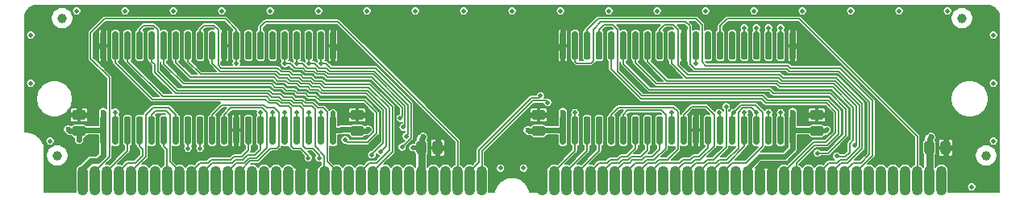
<source format=gtl>
G04 #@! TF.GenerationSoftware,KiCad,Pcbnew,(5.1.10-1-10_14)*
G04 #@! TF.CreationDate,2021-06-01T05:34:22-04:00*
G04 #@! TF.ProjectId,MacVRAMSIMM,4d616356-5241-44d5-9349-4d4d2e6b6963,rev?*
G04 #@! TF.SameCoordinates,Original*
G04 #@! TF.FileFunction,Copper,L1,Top*
G04 #@! TF.FilePolarity,Positive*
%FSLAX46Y46*%
G04 Gerber Fmt 4.6, Leading zero omitted, Abs format (unit mm)*
G04 Created by KiCad (PCBNEW (5.1.10-1-10_14)) date 2021-06-01 05:34:22*
%MOMM*%
%LPD*%
G01*
G04 APERTURE LIST*
G04 #@! TA.AperFunction,SMDPad,CuDef*
%ADD10C,1.000000*%
G04 #@! TD*
G04 #@! TA.AperFunction,ComponentPad*
%ADD11C,2.000000*%
G04 #@! TD*
G04 #@! TA.AperFunction,ViaPad*
%ADD12C,0.600000*%
G04 #@! TD*
G04 #@! TA.AperFunction,ViaPad*
%ADD13C,0.500000*%
G04 #@! TD*
G04 #@! TA.AperFunction,ViaPad*
%ADD14C,0.508000*%
G04 #@! TD*
G04 #@! TA.AperFunction,Conductor*
%ADD15C,0.600000*%
G04 #@! TD*
G04 #@! TA.AperFunction,Conductor*
%ADD16C,0.500000*%
G04 #@! TD*
G04 #@! TA.AperFunction,Conductor*
%ADD17C,0.800000*%
G04 #@! TD*
G04 #@! TA.AperFunction,Conductor*
%ADD18C,0.150000*%
G04 #@! TD*
G04 #@! TA.AperFunction,Conductor*
%ADD19C,1.000000*%
G04 #@! TD*
G04 #@! TA.AperFunction,Conductor*
%ADD20C,0.154000*%
G04 #@! TD*
G04 #@! TA.AperFunction,Conductor*
%ADD21C,0.100000*%
G04 #@! TD*
G04 APERTURE END LIST*
G04 #@! TA.AperFunction,SMDPad,CuDef*
G36*
G01*
X163940000Y-123056000D02*
X163940000Y-122181000D01*
G75*
G02*
X164202500Y-121918500I262500J0D01*
G01*
X164727500Y-121918500D01*
G75*
G02*
X164990000Y-122181000I0J-262500D01*
G01*
X164990000Y-123056000D01*
G75*
G02*
X164727500Y-123318500I-262500J0D01*
G01*
X164202500Y-123318500D01*
G75*
G02*
X163940000Y-123056000I0J262500D01*
G01*
G37*
G04 #@! TD.AperFunction*
G04 #@! TA.AperFunction,SMDPad,CuDef*
G36*
G01*
X165640000Y-123056000D02*
X165640000Y-122181000D01*
G75*
G02*
X165902500Y-121918500I262500J0D01*
G01*
X166427500Y-121918500D01*
G75*
G02*
X166690000Y-122181000I0J-262500D01*
G01*
X166690000Y-123056000D01*
G75*
G02*
X166427500Y-123318500I-262500J0D01*
G01*
X165902500Y-123318500D01*
G75*
G02*
X165640000Y-123056000I0J262500D01*
G01*
G37*
G04 #@! TD.AperFunction*
G04 #@! TA.AperFunction,SMDPad,CuDef*
G36*
G01*
X112300000Y-123056000D02*
X112300000Y-122181000D01*
G75*
G02*
X112562500Y-121918500I262500J0D01*
G01*
X113087500Y-121918500D01*
G75*
G02*
X113350000Y-122181000I0J-262500D01*
G01*
X113350000Y-123056000D01*
G75*
G02*
X113087500Y-123318500I-262500J0D01*
G01*
X112562500Y-123318500D01*
G75*
G02*
X112300000Y-123056000I0J262500D01*
G01*
G37*
G04 #@! TD.AperFunction*
G04 #@! TA.AperFunction,SMDPad,CuDef*
G36*
G01*
X110600000Y-123056000D02*
X110600000Y-122181000D01*
G75*
G02*
X110862500Y-121918500I262500J0D01*
G01*
X111387500Y-121918500D01*
G75*
G02*
X111650000Y-122181000I0J-262500D01*
G01*
X111650000Y-123056000D01*
G75*
G02*
X111387500Y-123318500I-262500J0D01*
G01*
X110862500Y-123318500D01*
G75*
G02*
X110600000Y-123056000I0J262500D01*
G01*
G37*
G04 #@! TD.AperFunction*
G04 #@! TA.AperFunction,SMDPad,CuDef*
G36*
G01*
X93114000Y-113362000D02*
X92814000Y-113362000D01*
G75*
G02*
X92664000Y-113212000I0J150000D01*
G01*
X92664000Y-110512000D01*
G75*
G02*
X92814000Y-110362000I150000J0D01*
G01*
X93114000Y-110362000D01*
G75*
G02*
X93264000Y-110512000I0J-150000D01*
G01*
X93264000Y-113212000D01*
G75*
G02*
X93114000Y-113362000I-150000J0D01*
G01*
G37*
G04 #@! TD.AperFunction*
G04 #@! TA.AperFunction,SMDPad,CuDef*
G36*
G01*
X94384000Y-113362000D02*
X94084000Y-113362000D01*
G75*
G02*
X93934000Y-113212000I0J150000D01*
G01*
X93934000Y-110512000D01*
G75*
G02*
X94084000Y-110362000I150000J0D01*
G01*
X94384000Y-110362000D01*
G75*
G02*
X94534000Y-110512000I0J-150000D01*
G01*
X94534000Y-113212000D01*
G75*
G02*
X94384000Y-113362000I-150000J0D01*
G01*
G37*
G04 #@! TD.AperFunction*
G04 #@! TA.AperFunction,SMDPad,CuDef*
G36*
G01*
X94384000Y-122302000D02*
X94084000Y-122302000D01*
G75*
G02*
X93934000Y-122152000I0J150000D01*
G01*
X93934000Y-119452000D01*
G75*
G02*
X94084000Y-119302000I150000J0D01*
G01*
X94384000Y-119302000D01*
G75*
G02*
X94534000Y-119452000I0J-150000D01*
G01*
X94534000Y-122152000D01*
G75*
G02*
X94384000Y-122302000I-150000J0D01*
G01*
G37*
G04 #@! TD.AperFunction*
G04 #@! TA.AperFunction,SMDPad,CuDef*
G36*
G01*
X86764000Y-122302000D02*
X86464000Y-122302000D01*
G75*
G02*
X86314000Y-122152000I0J150000D01*
G01*
X86314000Y-119452000D01*
G75*
G02*
X86464000Y-119302000I150000J0D01*
G01*
X86764000Y-119302000D01*
G75*
G02*
X86914000Y-119452000I0J-150000D01*
G01*
X86914000Y-122152000D01*
G75*
G02*
X86764000Y-122302000I-150000J0D01*
G01*
G37*
G04 #@! TD.AperFunction*
G04 #@! TA.AperFunction,SMDPad,CuDef*
G36*
G01*
X84224000Y-122302000D02*
X83924000Y-122302000D01*
G75*
G02*
X83774000Y-122152000I0J150000D01*
G01*
X83774000Y-119452000D01*
G75*
G02*
X83924000Y-119302000I150000J0D01*
G01*
X84224000Y-119302000D01*
G75*
G02*
X84374000Y-119452000I0J-150000D01*
G01*
X84374000Y-122152000D01*
G75*
G02*
X84224000Y-122302000I-150000J0D01*
G01*
G37*
G04 #@! TD.AperFunction*
G04 #@! TA.AperFunction,SMDPad,CuDef*
G36*
G01*
X102004000Y-113362000D02*
X101704000Y-113362000D01*
G75*
G02*
X101554000Y-113212000I0J150000D01*
G01*
X101554000Y-110512000D01*
G75*
G02*
X101704000Y-110362000I150000J0D01*
G01*
X102004000Y-110362000D01*
G75*
G02*
X102154000Y-110512000I0J-150000D01*
G01*
X102154000Y-113212000D01*
G75*
G02*
X102004000Y-113362000I-150000J0D01*
G01*
G37*
G04 #@! TD.AperFunction*
G04 #@! TA.AperFunction,SMDPad,CuDef*
G36*
G01*
X77874000Y-122302000D02*
X77574000Y-122302000D01*
G75*
G02*
X77424000Y-122152000I0J150000D01*
G01*
X77424000Y-119452000D01*
G75*
G02*
X77574000Y-119302000I150000J0D01*
G01*
X77874000Y-119302000D01*
G75*
G02*
X78024000Y-119452000I0J-150000D01*
G01*
X78024000Y-122152000D01*
G75*
G02*
X77874000Y-122302000I-150000J0D01*
G01*
G37*
G04 #@! TD.AperFunction*
G04 #@! TA.AperFunction,SMDPad,CuDef*
G36*
G01*
X79144000Y-122302000D02*
X78844000Y-122302000D01*
G75*
G02*
X78694000Y-122152000I0J150000D01*
G01*
X78694000Y-119452000D01*
G75*
G02*
X78844000Y-119302000I150000J0D01*
G01*
X79144000Y-119302000D01*
G75*
G02*
X79294000Y-119452000I0J-150000D01*
G01*
X79294000Y-122152000D01*
G75*
G02*
X79144000Y-122302000I-150000J0D01*
G01*
G37*
G04 #@! TD.AperFunction*
G04 #@! TA.AperFunction,SMDPad,CuDef*
G36*
G01*
X80414000Y-122302000D02*
X80114000Y-122302000D01*
G75*
G02*
X79964000Y-122152000I0J150000D01*
G01*
X79964000Y-119452000D01*
G75*
G02*
X80114000Y-119302000I150000J0D01*
G01*
X80414000Y-119302000D01*
G75*
G02*
X80564000Y-119452000I0J-150000D01*
G01*
X80564000Y-122152000D01*
G75*
G02*
X80414000Y-122302000I-150000J0D01*
G01*
G37*
G04 #@! TD.AperFunction*
G04 #@! TA.AperFunction,SMDPad,CuDef*
G36*
G01*
X81684000Y-122302000D02*
X81384000Y-122302000D01*
G75*
G02*
X81234000Y-122152000I0J150000D01*
G01*
X81234000Y-119452000D01*
G75*
G02*
X81384000Y-119302000I150000J0D01*
G01*
X81684000Y-119302000D01*
G75*
G02*
X81834000Y-119452000I0J-150000D01*
G01*
X81834000Y-122152000D01*
G75*
G02*
X81684000Y-122302000I-150000J0D01*
G01*
G37*
G04 #@! TD.AperFunction*
G04 #@! TA.AperFunction,SMDPad,CuDef*
G36*
G01*
X82954000Y-122302000D02*
X82654000Y-122302000D01*
G75*
G02*
X82504000Y-122152000I0J150000D01*
G01*
X82504000Y-119452000D01*
G75*
G02*
X82654000Y-119302000I150000J0D01*
G01*
X82954000Y-119302000D01*
G75*
G02*
X83104000Y-119452000I0J-150000D01*
G01*
X83104000Y-122152000D01*
G75*
G02*
X82954000Y-122302000I-150000J0D01*
G01*
G37*
G04 #@! TD.AperFunction*
G04 #@! TA.AperFunction,SMDPad,CuDef*
G36*
G01*
X88034000Y-122302000D02*
X87734000Y-122302000D01*
G75*
G02*
X87584000Y-122152000I0J150000D01*
G01*
X87584000Y-119452000D01*
G75*
G02*
X87734000Y-119302000I150000J0D01*
G01*
X88034000Y-119302000D01*
G75*
G02*
X88184000Y-119452000I0J-150000D01*
G01*
X88184000Y-122152000D01*
G75*
G02*
X88034000Y-122302000I-150000J0D01*
G01*
G37*
G04 #@! TD.AperFunction*
G04 #@! TA.AperFunction,SMDPad,CuDef*
G36*
G01*
X89304000Y-122302000D02*
X89004000Y-122302000D01*
G75*
G02*
X88854000Y-122152000I0J150000D01*
G01*
X88854000Y-119452000D01*
G75*
G02*
X89004000Y-119302000I150000J0D01*
G01*
X89304000Y-119302000D01*
G75*
G02*
X89454000Y-119452000I0J-150000D01*
G01*
X89454000Y-122152000D01*
G75*
G02*
X89304000Y-122302000I-150000J0D01*
G01*
G37*
G04 #@! TD.AperFunction*
G04 #@! TA.AperFunction,SMDPad,CuDef*
G36*
G01*
X90574000Y-122302000D02*
X90274000Y-122302000D01*
G75*
G02*
X90124000Y-122152000I0J150000D01*
G01*
X90124000Y-119452000D01*
G75*
G02*
X90274000Y-119302000I150000J0D01*
G01*
X90574000Y-119302000D01*
G75*
G02*
X90724000Y-119452000I0J-150000D01*
G01*
X90724000Y-122152000D01*
G75*
G02*
X90574000Y-122302000I-150000J0D01*
G01*
G37*
G04 #@! TD.AperFunction*
G04 #@! TA.AperFunction,SMDPad,CuDef*
G36*
G01*
X91844000Y-122302000D02*
X91544000Y-122302000D01*
G75*
G02*
X91394000Y-122152000I0J150000D01*
G01*
X91394000Y-119452000D01*
G75*
G02*
X91544000Y-119302000I150000J0D01*
G01*
X91844000Y-119302000D01*
G75*
G02*
X91994000Y-119452000I0J-150000D01*
G01*
X91994000Y-122152000D01*
G75*
G02*
X91844000Y-122302000I-150000J0D01*
G01*
G37*
G04 #@! TD.AperFunction*
G04 #@! TA.AperFunction,SMDPad,CuDef*
G36*
G01*
X93114000Y-122302000D02*
X92814000Y-122302000D01*
G75*
G02*
X92664000Y-122152000I0J150000D01*
G01*
X92664000Y-119452000D01*
G75*
G02*
X92814000Y-119302000I150000J0D01*
G01*
X93114000Y-119302000D01*
G75*
G02*
X93264000Y-119452000I0J-150000D01*
G01*
X93264000Y-122152000D01*
G75*
G02*
X93114000Y-122302000I-150000J0D01*
G01*
G37*
G04 #@! TD.AperFunction*
G04 #@! TA.AperFunction,SMDPad,CuDef*
G36*
G01*
X100734000Y-113362000D02*
X100434000Y-113362000D01*
G75*
G02*
X100284000Y-113212000I0J150000D01*
G01*
X100284000Y-110512000D01*
G75*
G02*
X100434000Y-110362000I150000J0D01*
G01*
X100734000Y-110362000D01*
G75*
G02*
X100884000Y-110512000I0J-150000D01*
G01*
X100884000Y-113212000D01*
G75*
G02*
X100734000Y-113362000I-150000J0D01*
G01*
G37*
G04 #@! TD.AperFunction*
G04 #@! TA.AperFunction,SMDPad,CuDef*
G36*
G01*
X99464000Y-113362000D02*
X99164000Y-113362000D01*
G75*
G02*
X99014000Y-113212000I0J150000D01*
G01*
X99014000Y-110512000D01*
G75*
G02*
X99164000Y-110362000I150000J0D01*
G01*
X99464000Y-110362000D01*
G75*
G02*
X99614000Y-110512000I0J-150000D01*
G01*
X99614000Y-113212000D01*
G75*
G02*
X99464000Y-113362000I-150000J0D01*
G01*
G37*
G04 #@! TD.AperFunction*
G04 #@! TA.AperFunction,SMDPad,CuDef*
G36*
G01*
X98194000Y-113362000D02*
X97894000Y-113362000D01*
G75*
G02*
X97744000Y-113212000I0J150000D01*
G01*
X97744000Y-110512000D01*
G75*
G02*
X97894000Y-110362000I150000J0D01*
G01*
X98194000Y-110362000D01*
G75*
G02*
X98344000Y-110512000I0J-150000D01*
G01*
X98344000Y-113212000D01*
G75*
G02*
X98194000Y-113362000I-150000J0D01*
G01*
G37*
G04 #@! TD.AperFunction*
G04 #@! TA.AperFunction,SMDPad,CuDef*
G36*
G01*
X96924000Y-113362000D02*
X96624000Y-113362000D01*
G75*
G02*
X96474000Y-113212000I0J150000D01*
G01*
X96474000Y-110512000D01*
G75*
G02*
X96624000Y-110362000I150000J0D01*
G01*
X96924000Y-110362000D01*
G75*
G02*
X97074000Y-110512000I0J-150000D01*
G01*
X97074000Y-113212000D01*
G75*
G02*
X96924000Y-113362000I-150000J0D01*
G01*
G37*
G04 #@! TD.AperFunction*
G04 #@! TA.AperFunction,SMDPad,CuDef*
G36*
G01*
X95654000Y-113362000D02*
X95354000Y-113362000D01*
G75*
G02*
X95204000Y-113212000I0J150000D01*
G01*
X95204000Y-110512000D01*
G75*
G02*
X95354000Y-110362000I150000J0D01*
G01*
X95654000Y-110362000D01*
G75*
G02*
X95804000Y-110512000I0J-150000D01*
G01*
X95804000Y-113212000D01*
G75*
G02*
X95654000Y-113362000I-150000J0D01*
G01*
G37*
G04 #@! TD.AperFunction*
G04 #@! TA.AperFunction,SMDPad,CuDef*
G36*
G01*
X85494000Y-122302000D02*
X85194000Y-122302000D01*
G75*
G02*
X85044000Y-122152000I0J150000D01*
G01*
X85044000Y-119452000D01*
G75*
G02*
X85194000Y-119302000I150000J0D01*
G01*
X85494000Y-119302000D01*
G75*
G02*
X85644000Y-119452000I0J-150000D01*
G01*
X85644000Y-122152000D01*
G75*
G02*
X85494000Y-122302000I-150000J0D01*
G01*
G37*
G04 #@! TD.AperFunction*
G04 #@! TA.AperFunction,SMDPad,CuDef*
G36*
G01*
X95654000Y-122302000D02*
X95354000Y-122302000D01*
G75*
G02*
X95204000Y-122152000I0J150000D01*
G01*
X95204000Y-119452000D01*
G75*
G02*
X95354000Y-119302000I150000J0D01*
G01*
X95654000Y-119302000D01*
G75*
G02*
X95804000Y-119452000I0J-150000D01*
G01*
X95804000Y-122152000D01*
G75*
G02*
X95654000Y-122302000I-150000J0D01*
G01*
G37*
G04 #@! TD.AperFunction*
G04 #@! TA.AperFunction,SMDPad,CuDef*
G36*
G01*
X96924000Y-122302000D02*
X96624000Y-122302000D01*
G75*
G02*
X96474000Y-122152000I0J150000D01*
G01*
X96474000Y-119452000D01*
G75*
G02*
X96624000Y-119302000I150000J0D01*
G01*
X96924000Y-119302000D01*
G75*
G02*
X97074000Y-119452000I0J-150000D01*
G01*
X97074000Y-122152000D01*
G75*
G02*
X96924000Y-122302000I-150000J0D01*
G01*
G37*
G04 #@! TD.AperFunction*
G04 #@! TA.AperFunction,SMDPad,CuDef*
G36*
G01*
X98194000Y-122302000D02*
X97894000Y-122302000D01*
G75*
G02*
X97744000Y-122152000I0J150000D01*
G01*
X97744000Y-119452000D01*
G75*
G02*
X97894000Y-119302000I150000J0D01*
G01*
X98194000Y-119302000D01*
G75*
G02*
X98344000Y-119452000I0J-150000D01*
G01*
X98344000Y-122152000D01*
G75*
G02*
X98194000Y-122302000I-150000J0D01*
G01*
G37*
G04 #@! TD.AperFunction*
G04 #@! TA.AperFunction,SMDPad,CuDef*
G36*
G01*
X99464000Y-122302000D02*
X99164000Y-122302000D01*
G75*
G02*
X99014000Y-122152000I0J150000D01*
G01*
X99014000Y-119452000D01*
G75*
G02*
X99164000Y-119302000I150000J0D01*
G01*
X99464000Y-119302000D01*
G75*
G02*
X99614000Y-119452000I0J-150000D01*
G01*
X99614000Y-122152000D01*
G75*
G02*
X99464000Y-122302000I-150000J0D01*
G01*
G37*
G04 #@! TD.AperFunction*
G04 #@! TA.AperFunction,SMDPad,CuDef*
G36*
G01*
X100734000Y-122302000D02*
X100434000Y-122302000D01*
G75*
G02*
X100284000Y-122152000I0J150000D01*
G01*
X100284000Y-119452000D01*
G75*
G02*
X100434000Y-119302000I150000J0D01*
G01*
X100734000Y-119302000D01*
G75*
G02*
X100884000Y-119452000I0J-150000D01*
G01*
X100884000Y-122152000D01*
G75*
G02*
X100734000Y-122302000I-150000J0D01*
G01*
G37*
G04 #@! TD.AperFunction*
G04 #@! TA.AperFunction,SMDPad,CuDef*
G36*
G01*
X102004000Y-122302000D02*
X101704000Y-122302000D01*
G75*
G02*
X101554000Y-122152000I0J150000D01*
G01*
X101554000Y-119452000D01*
G75*
G02*
X101704000Y-119302000I150000J0D01*
G01*
X102004000Y-119302000D01*
G75*
G02*
X102154000Y-119452000I0J-150000D01*
G01*
X102154000Y-122152000D01*
G75*
G02*
X102004000Y-122302000I-150000J0D01*
G01*
G37*
G04 #@! TD.AperFunction*
G04 #@! TA.AperFunction,SMDPad,CuDef*
G36*
G01*
X82954000Y-113362000D02*
X82654000Y-113362000D01*
G75*
G02*
X82504000Y-113212000I0J150000D01*
G01*
X82504000Y-110512000D01*
G75*
G02*
X82654000Y-110362000I150000J0D01*
G01*
X82954000Y-110362000D01*
G75*
G02*
X83104000Y-110512000I0J-150000D01*
G01*
X83104000Y-113212000D01*
G75*
G02*
X82954000Y-113362000I-150000J0D01*
G01*
G37*
G04 #@! TD.AperFunction*
G04 #@! TA.AperFunction,SMDPad,CuDef*
G36*
G01*
X84224000Y-113362000D02*
X83924000Y-113362000D01*
G75*
G02*
X83774000Y-113212000I0J150000D01*
G01*
X83774000Y-110512000D01*
G75*
G02*
X83924000Y-110362000I150000J0D01*
G01*
X84224000Y-110362000D01*
G75*
G02*
X84374000Y-110512000I0J-150000D01*
G01*
X84374000Y-113212000D01*
G75*
G02*
X84224000Y-113362000I-150000J0D01*
G01*
G37*
G04 #@! TD.AperFunction*
G04 #@! TA.AperFunction,SMDPad,CuDef*
G36*
G01*
X91844000Y-113362000D02*
X91544000Y-113362000D01*
G75*
G02*
X91394000Y-113212000I0J150000D01*
G01*
X91394000Y-110512000D01*
G75*
G02*
X91544000Y-110362000I150000J0D01*
G01*
X91844000Y-110362000D01*
G75*
G02*
X91994000Y-110512000I0J-150000D01*
G01*
X91994000Y-113212000D01*
G75*
G02*
X91844000Y-113362000I-150000J0D01*
G01*
G37*
G04 #@! TD.AperFunction*
G04 #@! TA.AperFunction,SMDPad,CuDef*
G36*
G01*
X90574000Y-113362000D02*
X90274000Y-113362000D01*
G75*
G02*
X90124000Y-113212000I0J150000D01*
G01*
X90124000Y-110512000D01*
G75*
G02*
X90274000Y-110362000I150000J0D01*
G01*
X90574000Y-110362000D01*
G75*
G02*
X90724000Y-110512000I0J-150000D01*
G01*
X90724000Y-113212000D01*
G75*
G02*
X90574000Y-113362000I-150000J0D01*
G01*
G37*
G04 #@! TD.AperFunction*
G04 #@! TA.AperFunction,SMDPad,CuDef*
G36*
G01*
X89304000Y-113362000D02*
X89004000Y-113362000D01*
G75*
G02*
X88854000Y-113212000I0J150000D01*
G01*
X88854000Y-110512000D01*
G75*
G02*
X89004000Y-110362000I150000J0D01*
G01*
X89304000Y-110362000D01*
G75*
G02*
X89454000Y-110512000I0J-150000D01*
G01*
X89454000Y-113212000D01*
G75*
G02*
X89304000Y-113362000I-150000J0D01*
G01*
G37*
G04 #@! TD.AperFunction*
G04 #@! TA.AperFunction,SMDPad,CuDef*
G36*
G01*
X88034000Y-113362000D02*
X87734000Y-113362000D01*
G75*
G02*
X87584000Y-113212000I0J150000D01*
G01*
X87584000Y-110512000D01*
G75*
G02*
X87734000Y-110362000I150000J0D01*
G01*
X88034000Y-110362000D01*
G75*
G02*
X88184000Y-110512000I0J-150000D01*
G01*
X88184000Y-113212000D01*
G75*
G02*
X88034000Y-113362000I-150000J0D01*
G01*
G37*
G04 #@! TD.AperFunction*
G04 #@! TA.AperFunction,SMDPad,CuDef*
G36*
G01*
X86764000Y-113362000D02*
X86464000Y-113362000D01*
G75*
G02*
X86314000Y-113212000I0J150000D01*
G01*
X86314000Y-110512000D01*
G75*
G02*
X86464000Y-110362000I150000J0D01*
G01*
X86764000Y-110362000D01*
G75*
G02*
X86914000Y-110512000I0J-150000D01*
G01*
X86914000Y-113212000D01*
G75*
G02*
X86764000Y-113362000I-150000J0D01*
G01*
G37*
G04 #@! TD.AperFunction*
G04 #@! TA.AperFunction,SMDPad,CuDef*
G36*
G01*
X85494000Y-113362000D02*
X85194000Y-113362000D01*
G75*
G02*
X85044000Y-113212000I0J150000D01*
G01*
X85044000Y-110512000D01*
G75*
G02*
X85194000Y-110362000I150000J0D01*
G01*
X85494000Y-110362000D01*
G75*
G02*
X85644000Y-110512000I0J-150000D01*
G01*
X85644000Y-113212000D01*
G75*
G02*
X85494000Y-113362000I-150000J0D01*
G01*
G37*
G04 #@! TD.AperFunction*
G04 #@! TA.AperFunction,SMDPad,CuDef*
G36*
G01*
X81684000Y-113362000D02*
X81384000Y-113362000D01*
G75*
G02*
X81234000Y-113212000I0J150000D01*
G01*
X81234000Y-110512000D01*
G75*
G02*
X81384000Y-110362000I150000J0D01*
G01*
X81684000Y-110362000D01*
G75*
G02*
X81834000Y-110512000I0J-150000D01*
G01*
X81834000Y-113212000D01*
G75*
G02*
X81684000Y-113362000I-150000J0D01*
G01*
G37*
G04 #@! TD.AperFunction*
G04 #@! TA.AperFunction,SMDPad,CuDef*
G36*
G01*
X80414000Y-113362000D02*
X80114000Y-113362000D01*
G75*
G02*
X79964000Y-113212000I0J150000D01*
G01*
X79964000Y-110512000D01*
G75*
G02*
X80114000Y-110362000I150000J0D01*
G01*
X80414000Y-110362000D01*
G75*
G02*
X80564000Y-110512000I0J-150000D01*
G01*
X80564000Y-113212000D01*
G75*
G02*
X80414000Y-113362000I-150000J0D01*
G01*
G37*
G04 #@! TD.AperFunction*
G04 #@! TA.AperFunction,SMDPad,CuDef*
G36*
G01*
X77874000Y-113362000D02*
X77574000Y-113362000D01*
G75*
G02*
X77424000Y-113212000I0J150000D01*
G01*
X77424000Y-110512000D01*
G75*
G02*
X77574000Y-110362000I150000J0D01*
G01*
X77874000Y-110362000D01*
G75*
G02*
X78024000Y-110512000I0J-150000D01*
G01*
X78024000Y-113212000D01*
G75*
G02*
X77874000Y-113362000I-150000J0D01*
G01*
G37*
G04 #@! TD.AperFunction*
G04 #@! TA.AperFunction,SMDPad,CuDef*
G36*
G01*
X79144000Y-113362000D02*
X78844000Y-113362000D01*
G75*
G02*
X78694000Y-113212000I0J150000D01*
G01*
X78694000Y-110512000D01*
G75*
G02*
X78844000Y-110362000I150000J0D01*
G01*
X79144000Y-110362000D01*
G75*
G02*
X79294000Y-110512000I0J-150000D01*
G01*
X79294000Y-113212000D01*
G75*
G02*
X79144000Y-113362000I-150000J0D01*
G01*
G37*
G04 #@! TD.AperFunction*
G04 #@! TA.AperFunction,ComponentPad*
G36*
G01*
X75044300Y-127218440D02*
X75044300Y-125003560D01*
G75*
G02*
X75460860Y-124587000I416560J0D01*
G01*
X75669140Y-124587000D01*
G75*
G02*
X76085700Y-125003560I0J-416560D01*
G01*
X76085700Y-127218440D01*
G75*
G02*
X75669140Y-127635000I-416560J0D01*
G01*
X75460860Y-127635000D01*
G75*
G02*
X75044300Y-127218440I0J416560D01*
G01*
G37*
G04 #@! TD.AperFunction*
G04 #@! TA.AperFunction,ComponentPad*
G36*
G01*
X76314300Y-127218440D02*
X76314300Y-125003560D01*
G75*
G02*
X76730860Y-124587000I416560J0D01*
G01*
X76939140Y-124587000D01*
G75*
G02*
X77355700Y-125003560I0J-416560D01*
G01*
X77355700Y-127218440D01*
G75*
G02*
X76939140Y-127635000I-416560J0D01*
G01*
X76730860Y-127635000D01*
G75*
G02*
X76314300Y-127218440I0J416560D01*
G01*
G37*
G04 #@! TD.AperFunction*
G04 #@! TA.AperFunction,ComponentPad*
G36*
G01*
X77584300Y-127218440D02*
X77584300Y-125003560D01*
G75*
G02*
X78000860Y-124587000I416560J0D01*
G01*
X78209140Y-124587000D01*
G75*
G02*
X78625700Y-125003560I0J-416560D01*
G01*
X78625700Y-127218440D01*
G75*
G02*
X78209140Y-127635000I-416560J0D01*
G01*
X78000860Y-127635000D01*
G75*
G02*
X77584300Y-127218440I0J416560D01*
G01*
G37*
G04 #@! TD.AperFunction*
G04 #@! TA.AperFunction,ComponentPad*
G36*
G01*
X78854300Y-127218440D02*
X78854300Y-125003560D01*
G75*
G02*
X79270860Y-124587000I416560J0D01*
G01*
X79479140Y-124587000D01*
G75*
G02*
X79895700Y-125003560I0J-416560D01*
G01*
X79895700Y-127218440D01*
G75*
G02*
X79479140Y-127635000I-416560J0D01*
G01*
X79270860Y-127635000D01*
G75*
G02*
X78854300Y-127218440I0J416560D01*
G01*
G37*
G04 #@! TD.AperFunction*
G04 #@! TA.AperFunction,ComponentPad*
G36*
G01*
X80124300Y-127218440D02*
X80124300Y-125003560D01*
G75*
G02*
X80540860Y-124587000I416560J0D01*
G01*
X80749140Y-124587000D01*
G75*
G02*
X81165700Y-125003560I0J-416560D01*
G01*
X81165700Y-127218440D01*
G75*
G02*
X80749140Y-127635000I-416560J0D01*
G01*
X80540860Y-127635000D01*
G75*
G02*
X80124300Y-127218440I0J416560D01*
G01*
G37*
G04 #@! TD.AperFunction*
G04 #@! TA.AperFunction,ComponentPad*
G36*
G01*
X81394300Y-127218440D02*
X81394300Y-125003560D01*
G75*
G02*
X81810860Y-124587000I416560J0D01*
G01*
X82019140Y-124587000D01*
G75*
G02*
X82435700Y-125003560I0J-416560D01*
G01*
X82435700Y-127218440D01*
G75*
G02*
X82019140Y-127635000I-416560J0D01*
G01*
X81810860Y-127635000D01*
G75*
G02*
X81394300Y-127218440I0J416560D01*
G01*
G37*
G04 #@! TD.AperFunction*
G04 #@! TA.AperFunction,ComponentPad*
G36*
G01*
X82664300Y-127218440D02*
X82664300Y-125003560D01*
G75*
G02*
X83080860Y-124587000I416560J0D01*
G01*
X83289140Y-124587000D01*
G75*
G02*
X83705700Y-125003560I0J-416560D01*
G01*
X83705700Y-127218440D01*
G75*
G02*
X83289140Y-127635000I-416560J0D01*
G01*
X83080860Y-127635000D01*
G75*
G02*
X82664300Y-127218440I0J416560D01*
G01*
G37*
G04 #@! TD.AperFunction*
G04 #@! TA.AperFunction,ComponentPad*
G36*
G01*
X83934300Y-127218440D02*
X83934300Y-125003560D01*
G75*
G02*
X84350860Y-124587000I416560J0D01*
G01*
X84559140Y-124587000D01*
G75*
G02*
X84975700Y-125003560I0J-416560D01*
G01*
X84975700Y-127218440D01*
G75*
G02*
X84559140Y-127635000I-416560J0D01*
G01*
X84350860Y-127635000D01*
G75*
G02*
X83934300Y-127218440I0J416560D01*
G01*
G37*
G04 #@! TD.AperFunction*
G04 #@! TA.AperFunction,ComponentPad*
G36*
G01*
X85204300Y-127218440D02*
X85204300Y-125003560D01*
G75*
G02*
X85620860Y-124587000I416560J0D01*
G01*
X85829140Y-124587000D01*
G75*
G02*
X86245700Y-125003560I0J-416560D01*
G01*
X86245700Y-127218440D01*
G75*
G02*
X85829140Y-127635000I-416560J0D01*
G01*
X85620860Y-127635000D01*
G75*
G02*
X85204300Y-127218440I0J416560D01*
G01*
G37*
G04 #@! TD.AperFunction*
G04 #@! TA.AperFunction,ComponentPad*
G36*
G01*
X86474300Y-127218440D02*
X86474300Y-125003560D01*
G75*
G02*
X86890860Y-124587000I416560J0D01*
G01*
X87099140Y-124587000D01*
G75*
G02*
X87515700Y-125003560I0J-416560D01*
G01*
X87515700Y-127218440D01*
G75*
G02*
X87099140Y-127635000I-416560J0D01*
G01*
X86890860Y-127635000D01*
G75*
G02*
X86474300Y-127218440I0J416560D01*
G01*
G37*
G04 #@! TD.AperFunction*
G04 #@! TA.AperFunction,ComponentPad*
G36*
G01*
X87744300Y-127218440D02*
X87744300Y-125003560D01*
G75*
G02*
X88160860Y-124587000I416560J0D01*
G01*
X88369140Y-124587000D01*
G75*
G02*
X88785700Y-125003560I0J-416560D01*
G01*
X88785700Y-127218440D01*
G75*
G02*
X88369140Y-127635000I-416560J0D01*
G01*
X88160860Y-127635000D01*
G75*
G02*
X87744300Y-127218440I0J416560D01*
G01*
G37*
G04 #@! TD.AperFunction*
G04 #@! TA.AperFunction,ComponentPad*
G36*
G01*
X89014300Y-127218440D02*
X89014300Y-125003560D01*
G75*
G02*
X89430860Y-124587000I416560J0D01*
G01*
X89639140Y-124587000D01*
G75*
G02*
X90055700Y-125003560I0J-416560D01*
G01*
X90055700Y-127218440D01*
G75*
G02*
X89639140Y-127635000I-416560J0D01*
G01*
X89430860Y-127635000D01*
G75*
G02*
X89014300Y-127218440I0J416560D01*
G01*
G37*
G04 #@! TD.AperFunction*
G04 #@! TA.AperFunction,ComponentPad*
G36*
G01*
X90284300Y-127218440D02*
X90284300Y-125003560D01*
G75*
G02*
X90700860Y-124587000I416560J0D01*
G01*
X90909140Y-124587000D01*
G75*
G02*
X91325700Y-125003560I0J-416560D01*
G01*
X91325700Y-127218440D01*
G75*
G02*
X90909140Y-127635000I-416560J0D01*
G01*
X90700860Y-127635000D01*
G75*
G02*
X90284300Y-127218440I0J416560D01*
G01*
G37*
G04 #@! TD.AperFunction*
G04 #@! TA.AperFunction,ComponentPad*
G36*
G01*
X91554300Y-127218440D02*
X91554300Y-125003560D01*
G75*
G02*
X91970860Y-124587000I416560J0D01*
G01*
X92179140Y-124587000D01*
G75*
G02*
X92595700Y-125003560I0J-416560D01*
G01*
X92595700Y-127218440D01*
G75*
G02*
X92179140Y-127635000I-416560J0D01*
G01*
X91970860Y-127635000D01*
G75*
G02*
X91554300Y-127218440I0J416560D01*
G01*
G37*
G04 #@! TD.AperFunction*
G04 #@! TA.AperFunction,ComponentPad*
G36*
G01*
X92824300Y-127218440D02*
X92824300Y-125003560D01*
G75*
G02*
X93240860Y-124587000I416560J0D01*
G01*
X93449140Y-124587000D01*
G75*
G02*
X93865700Y-125003560I0J-416560D01*
G01*
X93865700Y-127218440D01*
G75*
G02*
X93449140Y-127635000I-416560J0D01*
G01*
X93240860Y-127635000D01*
G75*
G02*
X92824300Y-127218440I0J416560D01*
G01*
G37*
G04 #@! TD.AperFunction*
G04 #@! TA.AperFunction,ComponentPad*
G36*
G01*
X94094300Y-127218440D02*
X94094300Y-125003560D01*
G75*
G02*
X94510860Y-124587000I416560J0D01*
G01*
X94719140Y-124587000D01*
G75*
G02*
X95135700Y-125003560I0J-416560D01*
G01*
X95135700Y-127218440D01*
G75*
G02*
X94719140Y-127635000I-416560J0D01*
G01*
X94510860Y-127635000D01*
G75*
G02*
X94094300Y-127218440I0J416560D01*
G01*
G37*
G04 #@! TD.AperFunction*
G04 #@! TA.AperFunction,ComponentPad*
G36*
G01*
X95364300Y-127218440D02*
X95364300Y-125003560D01*
G75*
G02*
X95780860Y-124587000I416560J0D01*
G01*
X95989140Y-124587000D01*
G75*
G02*
X96405700Y-125003560I0J-416560D01*
G01*
X96405700Y-127218440D01*
G75*
G02*
X95989140Y-127635000I-416560J0D01*
G01*
X95780860Y-127635000D01*
G75*
G02*
X95364300Y-127218440I0J416560D01*
G01*
G37*
G04 #@! TD.AperFunction*
G04 #@! TA.AperFunction,ComponentPad*
G36*
G01*
X96634300Y-127218440D02*
X96634300Y-125003560D01*
G75*
G02*
X97050860Y-124587000I416560J0D01*
G01*
X97259140Y-124587000D01*
G75*
G02*
X97675700Y-125003560I0J-416560D01*
G01*
X97675700Y-127218440D01*
G75*
G02*
X97259140Y-127635000I-416560J0D01*
G01*
X97050860Y-127635000D01*
G75*
G02*
X96634300Y-127218440I0J416560D01*
G01*
G37*
G04 #@! TD.AperFunction*
G04 #@! TA.AperFunction,ComponentPad*
G36*
G01*
X97904300Y-127218440D02*
X97904300Y-125003560D01*
G75*
G02*
X98320860Y-124587000I416560J0D01*
G01*
X98529140Y-124587000D01*
G75*
G02*
X98945700Y-125003560I0J-416560D01*
G01*
X98945700Y-127218440D01*
G75*
G02*
X98529140Y-127635000I-416560J0D01*
G01*
X98320860Y-127635000D01*
G75*
G02*
X97904300Y-127218440I0J416560D01*
G01*
G37*
G04 #@! TD.AperFunction*
G04 #@! TA.AperFunction,ComponentPad*
G36*
G01*
X99174300Y-127218440D02*
X99174300Y-125003560D01*
G75*
G02*
X99590860Y-124587000I416560J0D01*
G01*
X99799140Y-124587000D01*
G75*
G02*
X100215700Y-125003560I0J-416560D01*
G01*
X100215700Y-127218440D01*
G75*
G02*
X99799140Y-127635000I-416560J0D01*
G01*
X99590860Y-127635000D01*
G75*
G02*
X99174300Y-127218440I0J416560D01*
G01*
G37*
G04 #@! TD.AperFunction*
G04 #@! TA.AperFunction,ComponentPad*
G36*
G01*
X100444300Y-127218440D02*
X100444300Y-125003560D01*
G75*
G02*
X100860860Y-124587000I416560J0D01*
G01*
X101069140Y-124587000D01*
G75*
G02*
X101485700Y-125003560I0J-416560D01*
G01*
X101485700Y-127218440D01*
G75*
G02*
X101069140Y-127635000I-416560J0D01*
G01*
X100860860Y-127635000D01*
G75*
G02*
X100444300Y-127218440I0J416560D01*
G01*
G37*
G04 #@! TD.AperFunction*
G04 #@! TA.AperFunction,ComponentPad*
G36*
G01*
X101714300Y-127218440D02*
X101714300Y-125003560D01*
G75*
G02*
X102130860Y-124587000I416560J0D01*
G01*
X102339140Y-124587000D01*
G75*
G02*
X102755700Y-125003560I0J-416560D01*
G01*
X102755700Y-127218440D01*
G75*
G02*
X102339140Y-127635000I-416560J0D01*
G01*
X102130860Y-127635000D01*
G75*
G02*
X101714300Y-127218440I0J416560D01*
G01*
G37*
G04 #@! TD.AperFunction*
G04 #@! TA.AperFunction,ComponentPad*
G36*
G01*
X102984300Y-127218440D02*
X102984300Y-125003560D01*
G75*
G02*
X103400860Y-124587000I416560J0D01*
G01*
X103609140Y-124587000D01*
G75*
G02*
X104025700Y-125003560I0J-416560D01*
G01*
X104025700Y-127218440D01*
G75*
G02*
X103609140Y-127635000I-416560J0D01*
G01*
X103400860Y-127635000D01*
G75*
G02*
X102984300Y-127218440I0J416560D01*
G01*
G37*
G04 #@! TD.AperFunction*
G04 #@! TA.AperFunction,ComponentPad*
G36*
G01*
X104254300Y-127218440D02*
X104254300Y-125003560D01*
G75*
G02*
X104670860Y-124587000I416560J0D01*
G01*
X104879140Y-124587000D01*
G75*
G02*
X105295700Y-125003560I0J-416560D01*
G01*
X105295700Y-127218440D01*
G75*
G02*
X104879140Y-127635000I-416560J0D01*
G01*
X104670860Y-127635000D01*
G75*
G02*
X104254300Y-127218440I0J416560D01*
G01*
G37*
G04 #@! TD.AperFunction*
G04 #@! TA.AperFunction,ComponentPad*
G36*
G01*
X105524300Y-127218440D02*
X105524300Y-125003560D01*
G75*
G02*
X105940860Y-124587000I416560J0D01*
G01*
X106149140Y-124587000D01*
G75*
G02*
X106565700Y-125003560I0J-416560D01*
G01*
X106565700Y-127218440D01*
G75*
G02*
X106149140Y-127635000I-416560J0D01*
G01*
X105940860Y-127635000D01*
G75*
G02*
X105524300Y-127218440I0J416560D01*
G01*
G37*
G04 #@! TD.AperFunction*
G04 #@! TA.AperFunction,ComponentPad*
G36*
G01*
X106794300Y-127218440D02*
X106794300Y-125003560D01*
G75*
G02*
X107210860Y-124587000I416560J0D01*
G01*
X107419140Y-124587000D01*
G75*
G02*
X107835700Y-125003560I0J-416560D01*
G01*
X107835700Y-127218440D01*
G75*
G02*
X107419140Y-127635000I-416560J0D01*
G01*
X107210860Y-127635000D01*
G75*
G02*
X106794300Y-127218440I0J416560D01*
G01*
G37*
G04 #@! TD.AperFunction*
G04 #@! TA.AperFunction,ComponentPad*
G36*
G01*
X108064300Y-127218440D02*
X108064300Y-125003560D01*
G75*
G02*
X108480860Y-124587000I416560J0D01*
G01*
X108689140Y-124587000D01*
G75*
G02*
X109105700Y-125003560I0J-416560D01*
G01*
X109105700Y-127218440D01*
G75*
G02*
X108689140Y-127635000I-416560J0D01*
G01*
X108480860Y-127635000D01*
G75*
G02*
X108064300Y-127218440I0J416560D01*
G01*
G37*
G04 #@! TD.AperFunction*
G04 #@! TA.AperFunction,ComponentPad*
G36*
G01*
X109334300Y-127218440D02*
X109334300Y-125003560D01*
G75*
G02*
X109750860Y-124587000I416560J0D01*
G01*
X109959140Y-124587000D01*
G75*
G02*
X110375700Y-125003560I0J-416560D01*
G01*
X110375700Y-127218440D01*
G75*
G02*
X109959140Y-127635000I-416560J0D01*
G01*
X109750860Y-127635000D01*
G75*
G02*
X109334300Y-127218440I0J416560D01*
G01*
G37*
G04 #@! TD.AperFunction*
G04 #@! TA.AperFunction,ComponentPad*
G36*
G01*
X110604300Y-127218440D02*
X110604300Y-125003560D01*
G75*
G02*
X111020860Y-124587000I416560J0D01*
G01*
X111229140Y-124587000D01*
G75*
G02*
X111645700Y-125003560I0J-416560D01*
G01*
X111645700Y-127218440D01*
G75*
G02*
X111229140Y-127635000I-416560J0D01*
G01*
X111020860Y-127635000D01*
G75*
G02*
X110604300Y-127218440I0J416560D01*
G01*
G37*
G04 #@! TD.AperFunction*
G04 #@! TA.AperFunction,ComponentPad*
G36*
G01*
X111874300Y-127218440D02*
X111874300Y-125003560D01*
G75*
G02*
X112290860Y-124587000I416560J0D01*
G01*
X112499140Y-124587000D01*
G75*
G02*
X112915700Y-125003560I0J-416560D01*
G01*
X112915700Y-127218440D01*
G75*
G02*
X112499140Y-127635000I-416560J0D01*
G01*
X112290860Y-127635000D01*
G75*
G02*
X111874300Y-127218440I0J416560D01*
G01*
G37*
G04 #@! TD.AperFunction*
G04 #@! TA.AperFunction,ComponentPad*
G36*
G01*
X113144300Y-127218440D02*
X113144300Y-125003560D01*
G75*
G02*
X113560860Y-124587000I416560J0D01*
G01*
X113769140Y-124587000D01*
G75*
G02*
X114185700Y-125003560I0J-416560D01*
G01*
X114185700Y-127218440D01*
G75*
G02*
X113769140Y-127635000I-416560J0D01*
G01*
X113560860Y-127635000D01*
G75*
G02*
X113144300Y-127218440I0J416560D01*
G01*
G37*
G04 #@! TD.AperFunction*
G04 #@! TA.AperFunction,ComponentPad*
G36*
G01*
X114414300Y-127218440D02*
X114414300Y-125003560D01*
G75*
G02*
X114830860Y-124587000I416560J0D01*
G01*
X115039140Y-124587000D01*
G75*
G02*
X115455700Y-125003560I0J-416560D01*
G01*
X115455700Y-127218440D01*
G75*
G02*
X115039140Y-127635000I-416560J0D01*
G01*
X114830860Y-127635000D01*
G75*
G02*
X114414300Y-127218440I0J416560D01*
G01*
G37*
G04 #@! TD.AperFunction*
G04 #@! TA.AperFunction,ComponentPad*
G36*
G01*
X115684300Y-127218440D02*
X115684300Y-125003560D01*
G75*
G02*
X116100860Y-124587000I416560J0D01*
G01*
X116309140Y-124587000D01*
G75*
G02*
X116725700Y-125003560I0J-416560D01*
G01*
X116725700Y-127218440D01*
G75*
G02*
X116309140Y-127635000I-416560J0D01*
G01*
X116100860Y-127635000D01*
G75*
G02*
X115684300Y-127218440I0J416560D01*
G01*
G37*
G04 #@! TD.AperFunction*
G04 #@! TA.AperFunction,ComponentPad*
G36*
G01*
X116954300Y-127218440D02*
X116954300Y-125003560D01*
G75*
G02*
X117370860Y-124587000I416560J0D01*
G01*
X117579140Y-124587000D01*
G75*
G02*
X117995700Y-125003560I0J-416560D01*
G01*
X117995700Y-127218440D01*
G75*
G02*
X117579140Y-127635000I-416560J0D01*
G01*
X117370860Y-127635000D01*
G75*
G02*
X116954300Y-127218440I0J416560D01*
G01*
G37*
G04 #@! TD.AperFunction*
G04 #@! TA.AperFunction,ComponentPad*
G36*
G01*
X123304300Y-127218440D02*
X123304300Y-125003560D01*
G75*
G02*
X123720860Y-124587000I416560J0D01*
G01*
X123929140Y-124587000D01*
G75*
G02*
X124345700Y-125003560I0J-416560D01*
G01*
X124345700Y-127218440D01*
G75*
G02*
X123929140Y-127635000I-416560J0D01*
G01*
X123720860Y-127635000D01*
G75*
G02*
X123304300Y-127218440I0J416560D01*
G01*
G37*
G04 #@! TD.AperFunction*
G04 #@! TA.AperFunction,ComponentPad*
G36*
G01*
X124574300Y-127218440D02*
X124574300Y-125003560D01*
G75*
G02*
X124990860Y-124587000I416560J0D01*
G01*
X125199140Y-124587000D01*
G75*
G02*
X125615700Y-125003560I0J-416560D01*
G01*
X125615700Y-127218440D01*
G75*
G02*
X125199140Y-127635000I-416560J0D01*
G01*
X124990860Y-127635000D01*
G75*
G02*
X124574300Y-127218440I0J416560D01*
G01*
G37*
G04 #@! TD.AperFunction*
G04 #@! TA.AperFunction,ComponentPad*
G36*
G01*
X125844300Y-127218440D02*
X125844300Y-125003560D01*
G75*
G02*
X126260860Y-124587000I416560J0D01*
G01*
X126469140Y-124587000D01*
G75*
G02*
X126885700Y-125003560I0J-416560D01*
G01*
X126885700Y-127218440D01*
G75*
G02*
X126469140Y-127635000I-416560J0D01*
G01*
X126260860Y-127635000D01*
G75*
G02*
X125844300Y-127218440I0J416560D01*
G01*
G37*
G04 #@! TD.AperFunction*
G04 #@! TA.AperFunction,ComponentPad*
G36*
G01*
X127114300Y-127218440D02*
X127114300Y-125003560D01*
G75*
G02*
X127530860Y-124587000I416560J0D01*
G01*
X127739140Y-124587000D01*
G75*
G02*
X128155700Y-125003560I0J-416560D01*
G01*
X128155700Y-127218440D01*
G75*
G02*
X127739140Y-127635000I-416560J0D01*
G01*
X127530860Y-127635000D01*
G75*
G02*
X127114300Y-127218440I0J416560D01*
G01*
G37*
G04 #@! TD.AperFunction*
G04 #@! TA.AperFunction,ComponentPad*
G36*
G01*
X128384300Y-127218440D02*
X128384300Y-125003560D01*
G75*
G02*
X128800860Y-124587000I416560J0D01*
G01*
X129009140Y-124587000D01*
G75*
G02*
X129425700Y-125003560I0J-416560D01*
G01*
X129425700Y-127218440D01*
G75*
G02*
X129009140Y-127635000I-416560J0D01*
G01*
X128800860Y-127635000D01*
G75*
G02*
X128384300Y-127218440I0J416560D01*
G01*
G37*
G04 #@! TD.AperFunction*
G04 #@! TA.AperFunction,ComponentPad*
G36*
G01*
X129654300Y-127218440D02*
X129654300Y-125003560D01*
G75*
G02*
X130070860Y-124587000I416560J0D01*
G01*
X130279140Y-124587000D01*
G75*
G02*
X130695700Y-125003560I0J-416560D01*
G01*
X130695700Y-127218440D01*
G75*
G02*
X130279140Y-127635000I-416560J0D01*
G01*
X130070860Y-127635000D01*
G75*
G02*
X129654300Y-127218440I0J416560D01*
G01*
G37*
G04 #@! TD.AperFunction*
G04 #@! TA.AperFunction,ComponentPad*
G36*
G01*
X130924300Y-127218440D02*
X130924300Y-125003560D01*
G75*
G02*
X131340860Y-124587000I416560J0D01*
G01*
X131549140Y-124587000D01*
G75*
G02*
X131965700Y-125003560I0J-416560D01*
G01*
X131965700Y-127218440D01*
G75*
G02*
X131549140Y-127635000I-416560J0D01*
G01*
X131340860Y-127635000D01*
G75*
G02*
X130924300Y-127218440I0J416560D01*
G01*
G37*
G04 #@! TD.AperFunction*
G04 #@! TA.AperFunction,ComponentPad*
G36*
G01*
X132194300Y-127218440D02*
X132194300Y-125003560D01*
G75*
G02*
X132610860Y-124587000I416560J0D01*
G01*
X132819140Y-124587000D01*
G75*
G02*
X133235700Y-125003560I0J-416560D01*
G01*
X133235700Y-127218440D01*
G75*
G02*
X132819140Y-127635000I-416560J0D01*
G01*
X132610860Y-127635000D01*
G75*
G02*
X132194300Y-127218440I0J416560D01*
G01*
G37*
G04 #@! TD.AperFunction*
G04 #@! TA.AperFunction,ComponentPad*
G36*
G01*
X133464300Y-127218440D02*
X133464300Y-125003560D01*
G75*
G02*
X133880860Y-124587000I416560J0D01*
G01*
X134089140Y-124587000D01*
G75*
G02*
X134505700Y-125003560I0J-416560D01*
G01*
X134505700Y-127218440D01*
G75*
G02*
X134089140Y-127635000I-416560J0D01*
G01*
X133880860Y-127635000D01*
G75*
G02*
X133464300Y-127218440I0J416560D01*
G01*
G37*
G04 #@! TD.AperFunction*
G04 #@! TA.AperFunction,ComponentPad*
G36*
G01*
X134734300Y-127218440D02*
X134734300Y-125003560D01*
G75*
G02*
X135150860Y-124587000I416560J0D01*
G01*
X135359140Y-124587000D01*
G75*
G02*
X135775700Y-125003560I0J-416560D01*
G01*
X135775700Y-127218440D01*
G75*
G02*
X135359140Y-127635000I-416560J0D01*
G01*
X135150860Y-127635000D01*
G75*
G02*
X134734300Y-127218440I0J416560D01*
G01*
G37*
G04 #@! TD.AperFunction*
G04 #@! TA.AperFunction,ComponentPad*
G36*
G01*
X136004300Y-127218440D02*
X136004300Y-125003560D01*
G75*
G02*
X136420860Y-124587000I416560J0D01*
G01*
X136629140Y-124587000D01*
G75*
G02*
X137045700Y-125003560I0J-416560D01*
G01*
X137045700Y-127218440D01*
G75*
G02*
X136629140Y-127635000I-416560J0D01*
G01*
X136420860Y-127635000D01*
G75*
G02*
X136004300Y-127218440I0J416560D01*
G01*
G37*
G04 #@! TD.AperFunction*
G04 #@! TA.AperFunction,ComponentPad*
G36*
G01*
X137274300Y-127218440D02*
X137274300Y-125003560D01*
G75*
G02*
X137690860Y-124587000I416560J0D01*
G01*
X137899140Y-124587000D01*
G75*
G02*
X138315700Y-125003560I0J-416560D01*
G01*
X138315700Y-127218440D01*
G75*
G02*
X137899140Y-127635000I-416560J0D01*
G01*
X137690860Y-127635000D01*
G75*
G02*
X137274300Y-127218440I0J416560D01*
G01*
G37*
G04 #@! TD.AperFunction*
G04 #@! TA.AperFunction,ComponentPad*
G36*
G01*
X138544300Y-127218440D02*
X138544300Y-125003560D01*
G75*
G02*
X138960860Y-124587000I416560J0D01*
G01*
X139169140Y-124587000D01*
G75*
G02*
X139585700Y-125003560I0J-416560D01*
G01*
X139585700Y-127218440D01*
G75*
G02*
X139169140Y-127635000I-416560J0D01*
G01*
X138960860Y-127635000D01*
G75*
G02*
X138544300Y-127218440I0J416560D01*
G01*
G37*
G04 #@! TD.AperFunction*
G04 #@! TA.AperFunction,ComponentPad*
G36*
G01*
X139814300Y-127218440D02*
X139814300Y-125003560D01*
G75*
G02*
X140230860Y-124587000I416560J0D01*
G01*
X140439140Y-124587000D01*
G75*
G02*
X140855700Y-125003560I0J-416560D01*
G01*
X140855700Y-127218440D01*
G75*
G02*
X140439140Y-127635000I-416560J0D01*
G01*
X140230860Y-127635000D01*
G75*
G02*
X139814300Y-127218440I0J416560D01*
G01*
G37*
G04 #@! TD.AperFunction*
G04 #@! TA.AperFunction,ComponentPad*
G36*
G01*
X141084300Y-127218440D02*
X141084300Y-125003560D01*
G75*
G02*
X141500860Y-124587000I416560J0D01*
G01*
X141709140Y-124587000D01*
G75*
G02*
X142125700Y-125003560I0J-416560D01*
G01*
X142125700Y-127218440D01*
G75*
G02*
X141709140Y-127635000I-416560J0D01*
G01*
X141500860Y-127635000D01*
G75*
G02*
X141084300Y-127218440I0J416560D01*
G01*
G37*
G04 #@! TD.AperFunction*
G04 #@! TA.AperFunction,ComponentPad*
G36*
G01*
X142354300Y-127218440D02*
X142354300Y-125003560D01*
G75*
G02*
X142770860Y-124587000I416560J0D01*
G01*
X142979140Y-124587000D01*
G75*
G02*
X143395700Y-125003560I0J-416560D01*
G01*
X143395700Y-127218440D01*
G75*
G02*
X142979140Y-127635000I-416560J0D01*
G01*
X142770860Y-127635000D01*
G75*
G02*
X142354300Y-127218440I0J416560D01*
G01*
G37*
G04 #@! TD.AperFunction*
G04 #@! TA.AperFunction,ComponentPad*
G36*
G01*
X143624300Y-127218440D02*
X143624300Y-125003560D01*
G75*
G02*
X144040860Y-124587000I416560J0D01*
G01*
X144249140Y-124587000D01*
G75*
G02*
X144665700Y-125003560I0J-416560D01*
G01*
X144665700Y-127218440D01*
G75*
G02*
X144249140Y-127635000I-416560J0D01*
G01*
X144040860Y-127635000D01*
G75*
G02*
X143624300Y-127218440I0J416560D01*
G01*
G37*
G04 #@! TD.AperFunction*
G04 #@! TA.AperFunction,ComponentPad*
G36*
G01*
X144894300Y-127218440D02*
X144894300Y-125003560D01*
G75*
G02*
X145310860Y-124587000I416560J0D01*
G01*
X145519140Y-124587000D01*
G75*
G02*
X145935700Y-125003560I0J-416560D01*
G01*
X145935700Y-127218440D01*
G75*
G02*
X145519140Y-127635000I-416560J0D01*
G01*
X145310860Y-127635000D01*
G75*
G02*
X144894300Y-127218440I0J416560D01*
G01*
G37*
G04 #@! TD.AperFunction*
G04 #@! TA.AperFunction,ComponentPad*
G36*
G01*
X146164300Y-127218440D02*
X146164300Y-125003560D01*
G75*
G02*
X146580860Y-124587000I416560J0D01*
G01*
X146789140Y-124587000D01*
G75*
G02*
X147205700Y-125003560I0J-416560D01*
G01*
X147205700Y-127218440D01*
G75*
G02*
X146789140Y-127635000I-416560J0D01*
G01*
X146580860Y-127635000D01*
G75*
G02*
X146164300Y-127218440I0J416560D01*
G01*
G37*
G04 #@! TD.AperFunction*
G04 #@! TA.AperFunction,ComponentPad*
G36*
G01*
X147434300Y-127218440D02*
X147434300Y-125003560D01*
G75*
G02*
X147850860Y-124587000I416560J0D01*
G01*
X148059140Y-124587000D01*
G75*
G02*
X148475700Y-125003560I0J-416560D01*
G01*
X148475700Y-127218440D01*
G75*
G02*
X148059140Y-127635000I-416560J0D01*
G01*
X147850860Y-127635000D01*
G75*
G02*
X147434300Y-127218440I0J416560D01*
G01*
G37*
G04 #@! TD.AperFunction*
G04 #@! TA.AperFunction,ComponentPad*
G36*
G01*
X148704300Y-127218440D02*
X148704300Y-125003560D01*
G75*
G02*
X149120860Y-124587000I416560J0D01*
G01*
X149329140Y-124587000D01*
G75*
G02*
X149745700Y-125003560I0J-416560D01*
G01*
X149745700Y-127218440D01*
G75*
G02*
X149329140Y-127635000I-416560J0D01*
G01*
X149120860Y-127635000D01*
G75*
G02*
X148704300Y-127218440I0J416560D01*
G01*
G37*
G04 #@! TD.AperFunction*
G04 #@! TA.AperFunction,ComponentPad*
G36*
G01*
X149974300Y-127218440D02*
X149974300Y-125003560D01*
G75*
G02*
X150390860Y-124587000I416560J0D01*
G01*
X150599140Y-124587000D01*
G75*
G02*
X151015700Y-125003560I0J-416560D01*
G01*
X151015700Y-127218440D01*
G75*
G02*
X150599140Y-127635000I-416560J0D01*
G01*
X150390860Y-127635000D01*
G75*
G02*
X149974300Y-127218440I0J416560D01*
G01*
G37*
G04 #@! TD.AperFunction*
G04 #@! TA.AperFunction,ComponentPad*
G36*
G01*
X151244300Y-127218440D02*
X151244300Y-125003560D01*
G75*
G02*
X151660860Y-124587000I416560J0D01*
G01*
X151869140Y-124587000D01*
G75*
G02*
X152285700Y-125003560I0J-416560D01*
G01*
X152285700Y-127218440D01*
G75*
G02*
X151869140Y-127635000I-416560J0D01*
G01*
X151660860Y-127635000D01*
G75*
G02*
X151244300Y-127218440I0J416560D01*
G01*
G37*
G04 #@! TD.AperFunction*
G04 #@! TA.AperFunction,ComponentPad*
G36*
G01*
X152514300Y-127218440D02*
X152514300Y-125003560D01*
G75*
G02*
X152930860Y-124587000I416560J0D01*
G01*
X153139140Y-124587000D01*
G75*
G02*
X153555700Y-125003560I0J-416560D01*
G01*
X153555700Y-127218440D01*
G75*
G02*
X153139140Y-127635000I-416560J0D01*
G01*
X152930860Y-127635000D01*
G75*
G02*
X152514300Y-127218440I0J416560D01*
G01*
G37*
G04 #@! TD.AperFunction*
G04 #@! TA.AperFunction,ComponentPad*
G36*
G01*
X153784300Y-127218440D02*
X153784300Y-125003560D01*
G75*
G02*
X154200860Y-124587000I416560J0D01*
G01*
X154409140Y-124587000D01*
G75*
G02*
X154825700Y-125003560I0J-416560D01*
G01*
X154825700Y-127218440D01*
G75*
G02*
X154409140Y-127635000I-416560J0D01*
G01*
X154200860Y-127635000D01*
G75*
G02*
X153784300Y-127218440I0J416560D01*
G01*
G37*
G04 #@! TD.AperFunction*
G04 #@! TA.AperFunction,ComponentPad*
G36*
G01*
X155054300Y-127218440D02*
X155054300Y-125003560D01*
G75*
G02*
X155470860Y-124587000I416560J0D01*
G01*
X155679140Y-124587000D01*
G75*
G02*
X156095700Y-125003560I0J-416560D01*
G01*
X156095700Y-127218440D01*
G75*
G02*
X155679140Y-127635000I-416560J0D01*
G01*
X155470860Y-127635000D01*
G75*
G02*
X155054300Y-127218440I0J416560D01*
G01*
G37*
G04 #@! TD.AperFunction*
G04 #@! TA.AperFunction,ComponentPad*
G36*
G01*
X156324300Y-127218440D02*
X156324300Y-125003560D01*
G75*
G02*
X156740860Y-124587000I416560J0D01*
G01*
X156949140Y-124587000D01*
G75*
G02*
X157365700Y-125003560I0J-416560D01*
G01*
X157365700Y-127218440D01*
G75*
G02*
X156949140Y-127635000I-416560J0D01*
G01*
X156740860Y-127635000D01*
G75*
G02*
X156324300Y-127218440I0J416560D01*
G01*
G37*
G04 #@! TD.AperFunction*
G04 #@! TA.AperFunction,ComponentPad*
G36*
G01*
X157594300Y-127218440D02*
X157594300Y-125003560D01*
G75*
G02*
X158010860Y-124587000I416560J0D01*
G01*
X158219140Y-124587000D01*
G75*
G02*
X158635700Y-125003560I0J-416560D01*
G01*
X158635700Y-127218440D01*
G75*
G02*
X158219140Y-127635000I-416560J0D01*
G01*
X158010860Y-127635000D01*
G75*
G02*
X157594300Y-127218440I0J416560D01*
G01*
G37*
G04 #@! TD.AperFunction*
G04 #@! TA.AperFunction,ComponentPad*
G36*
G01*
X158864300Y-127218440D02*
X158864300Y-125003560D01*
G75*
G02*
X159280860Y-124587000I416560J0D01*
G01*
X159489140Y-124587000D01*
G75*
G02*
X159905700Y-125003560I0J-416560D01*
G01*
X159905700Y-127218440D01*
G75*
G02*
X159489140Y-127635000I-416560J0D01*
G01*
X159280860Y-127635000D01*
G75*
G02*
X158864300Y-127218440I0J416560D01*
G01*
G37*
G04 #@! TD.AperFunction*
G04 #@! TA.AperFunction,ComponentPad*
G36*
G01*
X160134300Y-127218440D02*
X160134300Y-125003560D01*
G75*
G02*
X160550860Y-124587000I416560J0D01*
G01*
X160759140Y-124587000D01*
G75*
G02*
X161175700Y-125003560I0J-416560D01*
G01*
X161175700Y-127218440D01*
G75*
G02*
X160759140Y-127635000I-416560J0D01*
G01*
X160550860Y-127635000D01*
G75*
G02*
X160134300Y-127218440I0J416560D01*
G01*
G37*
G04 #@! TD.AperFunction*
G04 #@! TA.AperFunction,ComponentPad*
G36*
G01*
X161404300Y-127218440D02*
X161404300Y-125003560D01*
G75*
G02*
X161820860Y-124587000I416560J0D01*
G01*
X162029140Y-124587000D01*
G75*
G02*
X162445700Y-125003560I0J-416560D01*
G01*
X162445700Y-127218440D01*
G75*
G02*
X162029140Y-127635000I-416560J0D01*
G01*
X161820860Y-127635000D01*
G75*
G02*
X161404300Y-127218440I0J416560D01*
G01*
G37*
G04 #@! TD.AperFunction*
G04 #@! TA.AperFunction,ComponentPad*
G36*
G01*
X162674300Y-127218440D02*
X162674300Y-125003560D01*
G75*
G02*
X163090860Y-124587000I416560J0D01*
G01*
X163299140Y-124587000D01*
G75*
G02*
X163715700Y-125003560I0J-416560D01*
G01*
X163715700Y-127218440D01*
G75*
G02*
X163299140Y-127635000I-416560J0D01*
G01*
X163090860Y-127635000D01*
G75*
G02*
X162674300Y-127218440I0J416560D01*
G01*
G37*
G04 #@! TD.AperFunction*
G04 #@! TA.AperFunction,ComponentPad*
G36*
G01*
X163944300Y-127218440D02*
X163944300Y-125003560D01*
G75*
G02*
X164360860Y-124587000I416560J0D01*
G01*
X164569140Y-124587000D01*
G75*
G02*
X164985700Y-125003560I0J-416560D01*
G01*
X164985700Y-127218440D01*
G75*
G02*
X164569140Y-127635000I-416560J0D01*
G01*
X164360860Y-127635000D01*
G75*
G02*
X163944300Y-127218440I0J416560D01*
G01*
G37*
G04 #@! TD.AperFunction*
G04 #@! TA.AperFunction,ComponentPad*
G36*
G01*
X165214300Y-127218440D02*
X165214300Y-125003560D01*
G75*
G02*
X165630860Y-124587000I416560J0D01*
G01*
X165839140Y-124587000D01*
G75*
G02*
X166255700Y-125003560I0J-416560D01*
G01*
X166255700Y-127218440D01*
G75*
G02*
X165839140Y-127635000I-416560J0D01*
G01*
X165630860Y-127635000D01*
G75*
G02*
X165214300Y-127218440I0J416560D01*
G01*
G37*
G04 #@! TD.AperFunction*
G04 #@! TA.AperFunction,SMDPad,CuDef*
G36*
G01*
X127404000Y-113362000D02*
X127104000Y-113362000D01*
G75*
G02*
X126954000Y-113212000I0J150000D01*
G01*
X126954000Y-110512000D01*
G75*
G02*
X127104000Y-110362000I150000J0D01*
G01*
X127404000Y-110362000D01*
G75*
G02*
X127554000Y-110512000I0J-150000D01*
G01*
X127554000Y-113212000D01*
G75*
G02*
X127404000Y-113362000I-150000J0D01*
G01*
G37*
G04 #@! TD.AperFunction*
G04 #@! TA.AperFunction,SMDPad,CuDef*
G36*
G01*
X126134000Y-113362000D02*
X125834000Y-113362000D01*
G75*
G02*
X125684000Y-113212000I0J150000D01*
G01*
X125684000Y-110512000D01*
G75*
G02*
X125834000Y-110362000I150000J0D01*
G01*
X126134000Y-110362000D01*
G75*
G02*
X126284000Y-110512000I0J-150000D01*
G01*
X126284000Y-113212000D01*
G75*
G02*
X126134000Y-113362000I-150000J0D01*
G01*
G37*
G04 #@! TD.AperFunction*
G04 #@! TA.AperFunction,SMDPad,CuDef*
G36*
G01*
X128674000Y-113362000D02*
X128374000Y-113362000D01*
G75*
G02*
X128224000Y-113212000I0J150000D01*
G01*
X128224000Y-110512000D01*
G75*
G02*
X128374000Y-110362000I150000J0D01*
G01*
X128674000Y-110362000D01*
G75*
G02*
X128824000Y-110512000I0J-150000D01*
G01*
X128824000Y-113212000D01*
G75*
G02*
X128674000Y-113362000I-150000J0D01*
G01*
G37*
G04 #@! TD.AperFunction*
G04 #@! TA.AperFunction,SMDPad,CuDef*
G36*
G01*
X129944000Y-113362000D02*
X129644000Y-113362000D01*
G75*
G02*
X129494000Y-113212000I0J150000D01*
G01*
X129494000Y-110512000D01*
G75*
G02*
X129644000Y-110362000I150000J0D01*
G01*
X129944000Y-110362000D01*
G75*
G02*
X130094000Y-110512000I0J-150000D01*
G01*
X130094000Y-113212000D01*
G75*
G02*
X129944000Y-113362000I-150000J0D01*
G01*
G37*
G04 #@! TD.AperFunction*
G04 #@! TA.AperFunction,SMDPad,CuDef*
G36*
G01*
X133754000Y-113362000D02*
X133454000Y-113362000D01*
G75*
G02*
X133304000Y-113212000I0J150000D01*
G01*
X133304000Y-110512000D01*
G75*
G02*
X133454000Y-110362000I150000J0D01*
G01*
X133754000Y-110362000D01*
G75*
G02*
X133904000Y-110512000I0J-150000D01*
G01*
X133904000Y-113212000D01*
G75*
G02*
X133754000Y-113362000I-150000J0D01*
G01*
G37*
G04 #@! TD.AperFunction*
G04 #@! TA.AperFunction,SMDPad,CuDef*
G36*
G01*
X135024000Y-113362000D02*
X134724000Y-113362000D01*
G75*
G02*
X134574000Y-113212000I0J150000D01*
G01*
X134574000Y-110512000D01*
G75*
G02*
X134724000Y-110362000I150000J0D01*
G01*
X135024000Y-110362000D01*
G75*
G02*
X135174000Y-110512000I0J-150000D01*
G01*
X135174000Y-113212000D01*
G75*
G02*
X135024000Y-113362000I-150000J0D01*
G01*
G37*
G04 #@! TD.AperFunction*
G04 #@! TA.AperFunction,SMDPad,CuDef*
G36*
G01*
X136294000Y-113362000D02*
X135994000Y-113362000D01*
G75*
G02*
X135844000Y-113212000I0J150000D01*
G01*
X135844000Y-110512000D01*
G75*
G02*
X135994000Y-110362000I150000J0D01*
G01*
X136294000Y-110362000D01*
G75*
G02*
X136444000Y-110512000I0J-150000D01*
G01*
X136444000Y-113212000D01*
G75*
G02*
X136294000Y-113362000I-150000J0D01*
G01*
G37*
G04 #@! TD.AperFunction*
G04 #@! TA.AperFunction,SMDPad,CuDef*
G36*
G01*
X137564000Y-113362000D02*
X137264000Y-113362000D01*
G75*
G02*
X137114000Y-113212000I0J150000D01*
G01*
X137114000Y-110512000D01*
G75*
G02*
X137264000Y-110362000I150000J0D01*
G01*
X137564000Y-110362000D01*
G75*
G02*
X137714000Y-110512000I0J-150000D01*
G01*
X137714000Y-113212000D01*
G75*
G02*
X137564000Y-113362000I-150000J0D01*
G01*
G37*
G04 #@! TD.AperFunction*
G04 #@! TA.AperFunction,SMDPad,CuDef*
G36*
G01*
X138834000Y-113362000D02*
X138534000Y-113362000D01*
G75*
G02*
X138384000Y-113212000I0J150000D01*
G01*
X138384000Y-110512000D01*
G75*
G02*
X138534000Y-110362000I150000J0D01*
G01*
X138834000Y-110362000D01*
G75*
G02*
X138984000Y-110512000I0J-150000D01*
G01*
X138984000Y-113212000D01*
G75*
G02*
X138834000Y-113362000I-150000J0D01*
G01*
G37*
G04 #@! TD.AperFunction*
G04 #@! TA.AperFunction,SMDPad,CuDef*
G36*
G01*
X140104000Y-113362000D02*
X139804000Y-113362000D01*
G75*
G02*
X139654000Y-113212000I0J150000D01*
G01*
X139654000Y-110512000D01*
G75*
G02*
X139804000Y-110362000I150000J0D01*
G01*
X140104000Y-110362000D01*
G75*
G02*
X140254000Y-110512000I0J-150000D01*
G01*
X140254000Y-113212000D01*
G75*
G02*
X140104000Y-113362000I-150000J0D01*
G01*
G37*
G04 #@! TD.AperFunction*
G04 #@! TA.AperFunction,SMDPad,CuDef*
G36*
G01*
X132484000Y-113362000D02*
X132184000Y-113362000D01*
G75*
G02*
X132034000Y-113212000I0J150000D01*
G01*
X132034000Y-110512000D01*
G75*
G02*
X132184000Y-110362000I150000J0D01*
G01*
X132484000Y-110362000D01*
G75*
G02*
X132634000Y-110512000I0J-150000D01*
G01*
X132634000Y-113212000D01*
G75*
G02*
X132484000Y-113362000I-150000J0D01*
G01*
G37*
G04 #@! TD.AperFunction*
G04 #@! TA.AperFunction,SMDPad,CuDef*
G36*
G01*
X131214000Y-113362000D02*
X130914000Y-113362000D01*
G75*
G02*
X130764000Y-113212000I0J150000D01*
G01*
X130764000Y-110512000D01*
G75*
G02*
X130914000Y-110362000I150000J0D01*
G01*
X131214000Y-110362000D01*
G75*
G02*
X131364000Y-110512000I0J-150000D01*
G01*
X131364000Y-113212000D01*
G75*
G02*
X131214000Y-113362000I-150000J0D01*
G01*
G37*
G04 #@! TD.AperFunction*
G04 #@! TA.AperFunction,SMDPad,CuDef*
G36*
G01*
X150264000Y-122302000D02*
X149964000Y-122302000D01*
G75*
G02*
X149814000Y-122152000I0J150000D01*
G01*
X149814000Y-119452000D01*
G75*
G02*
X149964000Y-119302000I150000J0D01*
G01*
X150264000Y-119302000D01*
G75*
G02*
X150414000Y-119452000I0J-150000D01*
G01*
X150414000Y-122152000D01*
G75*
G02*
X150264000Y-122302000I-150000J0D01*
G01*
G37*
G04 #@! TD.AperFunction*
G04 #@! TA.AperFunction,SMDPad,CuDef*
G36*
G01*
X148994000Y-122302000D02*
X148694000Y-122302000D01*
G75*
G02*
X148544000Y-122152000I0J150000D01*
G01*
X148544000Y-119452000D01*
G75*
G02*
X148694000Y-119302000I150000J0D01*
G01*
X148994000Y-119302000D01*
G75*
G02*
X149144000Y-119452000I0J-150000D01*
G01*
X149144000Y-122152000D01*
G75*
G02*
X148994000Y-122302000I-150000J0D01*
G01*
G37*
G04 #@! TD.AperFunction*
G04 #@! TA.AperFunction,SMDPad,CuDef*
G36*
G01*
X147724000Y-122302000D02*
X147424000Y-122302000D01*
G75*
G02*
X147274000Y-122152000I0J150000D01*
G01*
X147274000Y-119452000D01*
G75*
G02*
X147424000Y-119302000I150000J0D01*
G01*
X147724000Y-119302000D01*
G75*
G02*
X147874000Y-119452000I0J-150000D01*
G01*
X147874000Y-122152000D01*
G75*
G02*
X147724000Y-122302000I-150000J0D01*
G01*
G37*
G04 #@! TD.AperFunction*
G04 #@! TA.AperFunction,SMDPad,CuDef*
G36*
G01*
X146454000Y-122302000D02*
X146154000Y-122302000D01*
G75*
G02*
X146004000Y-122152000I0J150000D01*
G01*
X146004000Y-119452000D01*
G75*
G02*
X146154000Y-119302000I150000J0D01*
G01*
X146454000Y-119302000D01*
G75*
G02*
X146604000Y-119452000I0J-150000D01*
G01*
X146604000Y-122152000D01*
G75*
G02*
X146454000Y-122302000I-150000J0D01*
G01*
G37*
G04 #@! TD.AperFunction*
G04 #@! TA.AperFunction,SMDPad,CuDef*
G36*
G01*
X145184000Y-122302000D02*
X144884000Y-122302000D01*
G75*
G02*
X144734000Y-122152000I0J150000D01*
G01*
X144734000Y-119452000D01*
G75*
G02*
X144884000Y-119302000I150000J0D01*
G01*
X145184000Y-119302000D01*
G75*
G02*
X145334000Y-119452000I0J-150000D01*
G01*
X145334000Y-122152000D01*
G75*
G02*
X145184000Y-122302000I-150000J0D01*
G01*
G37*
G04 #@! TD.AperFunction*
G04 #@! TA.AperFunction,SMDPad,CuDef*
G36*
G01*
X143914000Y-122302000D02*
X143614000Y-122302000D01*
G75*
G02*
X143464000Y-122152000I0J150000D01*
G01*
X143464000Y-119452000D01*
G75*
G02*
X143614000Y-119302000I150000J0D01*
G01*
X143914000Y-119302000D01*
G75*
G02*
X144064000Y-119452000I0J-150000D01*
G01*
X144064000Y-122152000D01*
G75*
G02*
X143914000Y-122302000I-150000J0D01*
G01*
G37*
G04 #@! TD.AperFunction*
G04 #@! TA.AperFunction,SMDPad,CuDef*
G36*
G01*
X133754000Y-122302000D02*
X133454000Y-122302000D01*
G75*
G02*
X133304000Y-122152000I0J150000D01*
G01*
X133304000Y-119452000D01*
G75*
G02*
X133454000Y-119302000I150000J0D01*
G01*
X133754000Y-119302000D01*
G75*
G02*
X133904000Y-119452000I0J-150000D01*
G01*
X133904000Y-122152000D01*
G75*
G02*
X133754000Y-122302000I-150000J0D01*
G01*
G37*
G04 #@! TD.AperFunction*
G04 #@! TA.AperFunction,SMDPad,CuDef*
G36*
G01*
X143914000Y-113362000D02*
X143614000Y-113362000D01*
G75*
G02*
X143464000Y-113212000I0J150000D01*
G01*
X143464000Y-110512000D01*
G75*
G02*
X143614000Y-110362000I150000J0D01*
G01*
X143914000Y-110362000D01*
G75*
G02*
X144064000Y-110512000I0J-150000D01*
G01*
X144064000Y-113212000D01*
G75*
G02*
X143914000Y-113362000I-150000J0D01*
G01*
G37*
G04 #@! TD.AperFunction*
G04 #@! TA.AperFunction,SMDPad,CuDef*
G36*
G01*
X145184000Y-113362000D02*
X144884000Y-113362000D01*
G75*
G02*
X144734000Y-113212000I0J150000D01*
G01*
X144734000Y-110512000D01*
G75*
G02*
X144884000Y-110362000I150000J0D01*
G01*
X145184000Y-110362000D01*
G75*
G02*
X145334000Y-110512000I0J-150000D01*
G01*
X145334000Y-113212000D01*
G75*
G02*
X145184000Y-113362000I-150000J0D01*
G01*
G37*
G04 #@! TD.AperFunction*
G04 #@! TA.AperFunction,SMDPad,CuDef*
G36*
G01*
X146454000Y-113362000D02*
X146154000Y-113362000D01*
G75*
G02*
X146004000Y-113212000I0J150000D01*
G01*
X146004000Y-110512000D01*
G75*
G02*
X146154000Y-110362000I150000J0D01*
G01*
X146454000Y-110362000D01*
G75*
G02*
X146604000Y-110512000I0J-150000D01*
G01*
X146604000Y-113212000D01*
G75*
G02*
X146454000Y-113362000I-150000J0D01*
G01*
G37*
G04 #@! TD.AperFunction*
G04 #@! TA.AperFunction,SMDPad,CuDef*
G36*
G01*
X147724000Y-113362000D02*
X147424000Y-113362000D01*
G75*
G02*
X147274000Y-113212000I0J150000D01*
G01*
X147274000Y-110512000D01*
G75*
G02*
X147424000Y-110362000I150000J0D01*
G01*
X147724000Y-110362000D01*
G75*
G02*
X147874000Y-110512000I0J-150000D01*
G01*
X147874000Y-113212000D01*
G75*
G02*
X147724000Y-113362000I-150000J0D01*
G01*
G37*
G04 #@! TD.AperFunction*
G04 #@! TA.AperFunction,SMDPad,CuDef*
G36*
G01*
X148994000Y-113362000D02*
X148694000Y-113362000D01*
G75*
G02*
X148544000Y-113212000I0J150000D01*
G01*
X148544000Y-110512000D01*
G75*
G02*
X148694000Y-110362000I150000J0D01*
G01*
X148994000Y-110362000D01*
G75*
G02*
X149144000Y-110512000I0J-150000D01*
G01*
X149144000Y-113212000D01*
G75*
G02*
X148994000Y-113362000I-150000J0D01*
G01*
G37*
G04 #@! TD.AperFunction*
G04 #@! TA.AperFunction,SMDPad,CuDef*
G36*
G01*
X141374000Y-122302000D02*
X141074000Y-122302000D01*
G75*
G02*
X140924000Y-122152000I0J150000D01*
G01*
X140924000Y-119452000D01*
G75*
G02*
X141074000Y-119302000I150000J0D01*
G01*
X141374000Y-119302000D01*
G75*
G02*
X141524000Y-119452000I0J-150000D01*
G01*
X141524000Y-122152000D01*
G75*
G02*
X141374000Y-122302000I-150000J0D01*
G01*
G37*
G04 #@! TD.AperFunction*
G04 #@! TA.AperFunction,SMDPad,CuDef*
G36*
G01*
X140104000Y-122302000D02*
X139804000Y-122302000D01*
G75*
G02*
X139654000Y-122152000I0J150000D01*
G01*
X139654000Y-119452000D01*
G75*
G02*
X139804000Y-119302000I150000J0D01*
G01*
X140104000Y-119302000D01*
G75*
G02*
X140254000Y-119452000I0J-150000D01*
G01*
X140254000Y-122152000D01*
G75*
G02*
X140104000Y-122302000I-150000J0D01*
G01*
G37*
G04 #@! TD.AperFunction*
G04 #@! TA.AperFunction,SMDPad,CuDef*
G36*
G01*
X138834000Y-122302000D02*
X138534000Y-122302000D01*
G75*
G02*
X138384000Y-122152000I0J150000D01*
G01*
X138384000Y-119452000D01*
G75*
G02*
X138534000Y-119302000I150000J0D01*
G01*
X138834000Y-119302000D01*
G75*
G02*
X138984000Y-119452000I0J-150000D01*
G01*
X138984000Y-122152000D01*
G75*
G02*
X138834000Y-122302000I-150000J0D01*
G01*
G37*
G04 #@! TD.AperFunction*
G04 #@! TA.AperFunction,SMDPad,CuDef*
G36*
G01*
X137564000Y-122302000D02*
X137264000Y-122302000D01*
G75*
G02*
X137114000Y-122152000I0J150000D01*
G01*
X137114000Y-119452000D01*
G75*
G02*
X137264000Y-119302000I150000J0D01*
G01*
X137564000Y-119302000D01*
G75*
G02*
X137714000Y-119452000I0J-150000D01*
G01*
X137714000Y-122152000D01*
G75*
G02*
X137564000Y-122302000I-150000J0D01*
G01*
G37*
G04 #@! TD.AperFunction*
G04 #@! TA.AperFunction,SMDPad,CuDef*
G36*
G01*
X136294000Y-122302000D02*
X135994000Y-122302000D01*
G75*
G02*
X135844000Y-122152000I0J150000D01*
G01*
X135844000Y-119452000D01*
G75*
G02*
X135994000Y-119302000I150000J0D01*
G01*
X136294000Y-119302000D01*
G75*
G02*
X136444000Y-119452000I0J-150000D01*
G01*
X136444000Y-122152000D01*
G75*
G02*
X136294000Y-122302000I-150000J0D01*
G01*
G37*
G04 #@! TD.AperFunction*
G04 #@! TA.AperFunction,SMDPad,CuDef*
G36*
G01*
X131214000Y-122302000D02*
X130914000Y-122302000D01*
G75*
G02*
X130764000Y-122152000I0J150000D01*
G01*
X130764000Y-119452000D01*
G75*
G02*
X130914000Y-119302000I150000J0D01*
G01*
X131214000Y-119302000D01*
G75*
G02*
X131364000Y-119452000I0J-150000D01*
G01*
X131364000Y-122152000D01*
G75*
G02*
X131214000Y-122302000I-150000J0D01*
G01*
G37*
G04 #@! TD.AperFunction*
G04 #@! TA.AperFunction,SMDPad,CuDef*
G36*
G01*
X129944000Y-122302000D02*
X129644000Y-122302000D01*
G75*
G02*
X129494000Y-122152000I0J150000D01*
G01*
X129494000Y-119452000D01*
G75*
G02*
X129644000Y-119302000I150000J0D01*
G01*
X129944000Y-119302000D01*
G75*
G02*
X130094000Y-119452000I0J-150000D01*
G01*
X130094000Y-122152000D01*
G75*
G02*
X129944000Y-122302000I-150000J0D01*
G01*
G37*
G04 #@! TD.AperFunction*
G04 #@! TA.AperFunction,SMDPad,CuDef*
G36*
G01*
X128674000Y-122302000D02*
X128374000Y-122302000D01*
G75*
G02*
X128224000Y-122152000I0J150000D01*
G01*
X128224000Y-119452000D01*
G75*
G02*
X128374000Y-119302000I150000J0D01*
G01*
X128674000Y-119302000D01*
G75*
G02*
X128824000Y-119452000I0J-150000D01*
G01*
X128824000Y-122152000D01*
G75*
G02*
X128674000Y-122302000I-150000J0D01*
G01*
G37*
G04 #@! TD.AperFunction*
G04 #@! TA.AperFunction,SMDPad,CuDef*
G36*
G01*
X127404000Y-122302000D02*
X127104000Y-122302000D01*
G75*
G02*
X126954000Y-122152000I0J150000D01*
G01*
X126954000Y-119452000D01*
G75*
G02*
X127104000Y-119302000I150000J0D01*
G01*
X127404000Y-119302000D01*
G75*
G02*
X127554000Y-119452000I0J-150000D01*
G01*
X127554000Y-122152000D01*
G75*
G02*
X127404000Y-122302000I-150000J0D01*
G01*
G37*
G04 #@! TD.AperFunction*
G04 #@! TA.AperFunction,SMDPad,CuDef*
G36*
G01*
X126134000Y-122302000D02*
X125834000Y-122302000D01*
G75*
G02*
X125684000Y-122152000I0J150000D01*
G01*
X125684000Y-119452000D01*
G75*
G02*
X125834000Y-119302000I150000J0D01*
G01*
X126134000Y-119302000D01*
G75*
G02*
X126284000Y-119452000I0J-150000D01*
G01*
X126284000Y-122152000D01*
G75*
G02*
X126134000Y-122302000I-150000J0D01*
G01*
G37*
G04 #@! TD.AperFunction*
G04 #@! TA.AperFunction,SMDPad,CuDef*
G36*
G01*
X150264000Y-113362000D02*
X149964000Y-113362000D01*
G75*
G02*
X149814000Y-113212000I0J150000D01*
G01*
X149814000Y-110512000D01*
G75*
G02*
X149964000Y-110362000I150000J0D01*
G01*
X150264000Y-110362000D01*
G75*
G02*
X150414000Y-110512000I0J-150000D01*
G01*
X150414000Y-113212000D01*
G75*
G02*
X150264000Y-113362000I-150000J0D01*
G01*
G37*
G04 #@! TD.AperFunction*
G04 #@! TA.AperFunction,SMDPad,CuDef*
G36*
G01*
X132484000Y-122302000D02*
X132184000Y-122302000D01*
G75*
G02*
X132034000Y-122152000I0J150000D01*
G01*
X132034000Y-119452000D01*
G75*
G02*
X132184000Y-119302000I150000J0D01*
G01*
X132484000Y-119302000D01*
G75*
G02*
X132634000Y-119452000I0J-150000D01*
G01*
X132634000Y-122152000D01*
G75*
G02*
X132484000Y-122302000I-150000J0D01*
G01*
G37*
G04 #@! TD.AperFunction*
G04 #@! TA.AperFunction,SMDPad,CuDef*
G36*
G01*
X135024000Y-122302000D02*
X134724000Y-122302000D01*
G75*
G02*
X134574000Y-122152000I0J150000D01*
G01*
X134574000Y-119452000D01*
G75*
G02*
X134724000Y-119302000I150000J0D01*
G01*
X135024000Y-119302000D01*
G75*
G02*
X135174000Y-119452000I0J-150000D01*
G01*
X135174000Y-122152000D01*
G75*
G02*
X135024000Y-122302000I-150000J0D01*
G01*
G37*
G04 #@! TD.AperFunction*
G04 #@! TA.AperFunction,SMDPad,CuDef*
G36*
G01*
X142644000Y-122302000D02*
X142344000Y-122302000D01*
G75*
G02*
X142194000Y-122152000I0J150000D01*
G01*
X142194000Y-119452000D01*
G75*
G02*
X142344000Y-119302000I150000J0D01*
G01*
X142644000Y-119302000D01*
G75*
G02*
X142794000Y-119452000I0J-150000D01*
G01*
X142794000Y-122152000D01*
G75*
G02*
X142644000Y-122302000I-150000J0D01*
G01*
G37*
G04 #@! TD.AperFunction*
G04 #@! TA.AperFunction,SMDPad,CuDef*
G36*
G01*
X142644000Y-113362000D02*
X142344000Y-113362000D01*
G75*
G02*
X142194000Y-113212000I0J150000D01*
G01*
X142194000Y-110512000D01*
G75*
G02*
X142344000Y-110362000I150000J0D01*
G01*
X142644000Y-110362000D01*
G75*
G02*
X142794000Y-110512000I0J-150000D01*
G01*
X142794000Y-113212000D01*
G75*
G02*
X142644000Y-113362000I-150000J0D01*
G01*
G37*
G04 #@! TD.AperFunction*
G04 #@! TA.AperFunction,SMDPad,CuDef*
G36*
G01*
X141374000Y-113362000D02*
X141074000Y-113362000D01*
G75*
G02*
X140924000Y-113212000I0J150000D01*
G01*
X140924000Y-110512000D01*
G75*
G02*
X141074000Y-110362000I150000J0D01*
G01*
X141374000Y-110362000D01*
G75*
G02*
X141524000Y-110512000I0J-150000D01*
G01*
X141524000Y-113212000D01*
G75*
G02*
X141374000Y-113362000I-150000J0D01*
G01*
G37*
G04 #@! TD.AperFunction*
G04 #@! TA.AperFunction,SMDPad,CuDef*
G36*
G01*
X75621500Y-121390000D02*
X74746500Y-121390000D01*
G75*
G02*
X74484000Y-121127500I0J262500D01*
G01*
X74484000Y-120602500D01*
G75*
G02*
X74746500Y-120340000I262500J0D01*
G01*
X75621500Y-120340000D01*
G75*
G02*
X75884000Y-120602500I0J-262500D01*
G01*
X75884000Y-121127500D01*
G75*
G02*
X75621500Y-121390000I-262500J0D01*
G01*
G37*
G04 #@! TD.AperFunction*
G04 #@! TA.AperFunction,SMDPad,CuDef*
G36*
G01*
X75621500Y-119690000D02*
X74746500Y-119690000D01*
G75*
G02*
X74484000Y-119427500I0J262500D01*
G01*
X74484000Y-118902500D01*
G75*
G02*
X74746500Y-118640000I262500J0D01*
G01*
X75621500Y-118640000D01*
G75*
G02*
X75884000Y-118902500I0J-262500D01*
G01*
X75884000Y-119427500D01*
G75*
G02*
X75621500Y-119690000I-262500J0D01*
G01*
G37*
G04 #@! TD.AperFunction*
G04 #@! TA.AperFunction,SMDPad,CuDef*
G36*
G01*
X153091500Y-119690000D02*
X152216500Y-119690000D01*
G75*
G02*
X151954000Y-119427500I0J262500D01*
G01*
X151954000Y-118902500D01*
G75*
G02*
X152216500Y-118640000I262500J0D01*
G01*
X153091500Y-118640000D01*
G75*
G02*
X153354000Y-118902500I0J-262500D01*
G01*
X153354000Y-119427500D01*
G75*
G02*
X153091500Y-119690000I-262500J0D01*
G01*
G37*
G04 #@! TD.AperFunction*
G04 #@! TA.AperFunction,SMDPad,CuDef*
G36*
G01*
X153091500Y-121390000D02*
X152216500Y-121390000D01*
G75*
G02*
X151954000Y-121127500I0J262500D01*
G01*
X151954000Y-120602500D01*
G75*
G02*
X152216500Y-120340000I262500J0D01*
G01*
X153091500Y-120340000D01*
G75*
G02*
X153354000Y-120602500I0J-262500D01*
G01*
X153354000Y-121127500D01*
G75*
G02*
X153091500Y-121390000I-262500J0D01*
G01*
G37*
G04 #@! TD.AperFunction*
G04 #@! TA.AperFunction,SMDPad,CuDef*
G36*
G01*
X123881500Y-119690000D02*
X123006500Y-119690000D01*
G75*
G02*
X122744000Y-119427500I0J262500D01*
G01*
X122744000Y-118902500D01*
G75*
G02*
X123006500Y-118640000I262500J0D01*
G01*
X123881500Y-118640000D01*
G75*
G02*
X124144000Y-118902500I0J-262500D01*
G01*
X124144000Y-119427500D01*
G75*
G02*
X123881500Y-119690000I-262500J0D01*
G01*
G37*
G04 #@! TD.AperFunction*
G04 #@! TA.AperFunction,SMDPad,CuDef*
G36*
G01*
X123881500Y-121390000D02*
X123006500Y-121390000D01*
G75*
G02*
X122744000Y-121127500I0J262500D01*
G01*
X122744000Y-120602500D01*
G75*
G02*
X123006500Y-120340000I262500J0D01*
G01*
X123881500Y-120340000D01*
G75*
G02*
X124144000Y-120602500I0J-262500D01*
G01*
X124144000Y-121127500D01*
G75*
G02*
X123881500Y-121390000I-262500J0D01*
G01*
G37*
G04 #@! TD.AperFunction*
D10*
X72898000Y-123444000D03*
X170434000Y-123444000D03*
X167894000Y-108966000D03*
X73406000Y-108966000D03*
D11*
X72898000Y-125984000D03*
X170434000Y-125984000D03*
X70866000Y-108966000D03*
X170434000Y-108966000D03*
G04 #@! TA.AperFunction,SMDPad,CuDef*
G36*
G01*
X104831500Y-121390000D02*
X103956500Y-121390000D01*
G75*
G02*
X103694000Y-121127500I0J262500D01*
G01*
X103694000Y-120602500D01*
G75*
G02*
X103956500Y-120340000I262500J0D01*
G01*
X104831500Y-120340000D01*
G75*
G02*
X105094000Y-120602500I0J-262500D01*
G01*
X105094000Y-121127500D01*
G75*
G02*
X104831500Y-121390000I-262500J0D01*
G01*
G37*
G04 #@! TD.AperFunction*
G04 #@! TA.AperFunction,SMDPad,CuDef*
G36*
G01*
X104831500Y-119690000D02*
X103956500Y-119690000D01*
G75*
G02*
X103694000Y-119427500I0J262500D01*
G01*
X103694000Y-118902500D01*
G75*
G02*
X103956500Y-118640000I262500J0D01*
G01*
X104831500Y-118640000D01*
G75*
G02*
X105094000Y-118902500I0J-262500D01*
G01*
X105094000Y-119427500D01*
G75*
G02*
X104831500Y-119690000I-262500J0D01*
G01*
G37*
G04 #@! TD.AperFunction*
D12*
X102616000Y-120777000D03*
X76962000Y-120777000D03*
X77724000Y-118872000D03*
X77724000Y-122745500D03*
X74041000Y-120713500D03*
X75184000Y-121793000D03*
X105537000Y-120713500D03*
X125984000Y-118872000D03*
X150114000Y-118872000D03*
X150876000Y-120777000D03*
X125222000Y-120777000D03*
D13*
X101854000Y-118935500D03*
X153733500Y-120713500D03*
X115570000Y-108204000D03*
X100330000Y-108204000D03*
X80010000Y-108204000D03*
X125730000Y-108204000D03*
X135890000Y-108204000D03*
X161290000Y-108204000D03*
X140970000Y-108204000D03*
X95250000Y-108204000D03*
X130810000Y-108204000D03*
X151130000Y-108204000D03*
X105410000Y-108204000D03*
X120650000Y-108204000D03*
X156210000Y-108204000D03*
X166370000Y-108204000D03*
X90170000Y-108204000D03*
X146050000Y-108204000D03*
X85090000Y-108204000D03*
X110490000Y-108204000D03*
X74930000Y-108204000D03*
X171196000Y-110744000D03*
X171196000Y-115824000D03*
X70104000Y-115824000D03*
X70104000Y-110744000D03*
X171196000Y-121920000D03*
X72136000Y-121920000D03*
X168910000Y-126746000D03*
X119443500Y-124777500D03*
X121856500Y-124777500D03*
D12*
X150114000Y-122745500D03*
X122301000Y-120777000D03*
X111315500Y-121475500D03*
X164655500Y-121475500D03*
D13*
X110236000Y-122618500D03*
X86614000Y-122682000D03*
X87884000Y-122682000D03*
D14*
X120650000Y-125095000D03*
X118745000Y-125730000D03*
X122555000Y-125730000D03*
D12*
X77724000Y-109918500D03*
X77724000Y-113792000D03*
X101854000Y-109918500D03*
X76962000Y-111887000D03*
X90424000Y-109918500D03*
X76327000Y-119316500D03*
X75184000Y-118237000D03*
X105537000Y-119316500D03*
X103251000Y-119316500D03*
X150876000Y-111887000D03*
X139954000Y-118872000D03*
X150114000Y-109918500D03*
X125984000Y-109918500D03*
X138684000Y-109918500D03*
X138684000Y-113792000D03*
X124587000Y-119316500D03*
X151511000Y-119316500D03*
X153797000Y-119316500D03*
D13*
X91694000Y-122682000D03*
X91694000Y-118935500D03*
X101854000Y-113741200D03*
X150114000Y-113728500D03*
X125984000Y-113728500D03*
X139954000Y-122809000D03*
D12*
X139954000Y-118872000D03*
D13*
X134239000Y-109855000D03*
X132969000Y-109855000D03*
X135509000Y-109855000D03*
X90424000Y-113728500D03*
D12*
X122301000Y-119316500D03*
D13*
X83947000Y-114363500D03*
X151638000Y-123825000D03*
X136779000Y-123380500D03*
X141605000Y-123380500D03*
X143002000Y-123380500D03*
X144716500Y-123507500D03*
X127762000Y-122999500D03*
X129032000Y-122999500D03*
X129794000Y-123698000D03*
X132524500Y-123063000D03*
X135382000Y-122872500D03*
X133921500Y-123063000D03*
X138049000Y-123507500D03*
X136779000Y-113792000D03*
X95313500Y-123380500D03*
X82867500Y-123317000D03*
X78867000Y-123634500D03*
X80391000Y-123507500D03*
X86423500Y-123888500D03*
X84455000Y-116713000D03*
X83058000Y-117030500D03*
X93472000Y-122872500D03*
X77470000Y-108204000D03*
X123190000Y-108204000D03*
X118110000Y-108204000D03*
X113030000Y-108204000D03*
X107950000Y-108204000D03*
X102870000Y-108204000D03*
X97790000Y-108204000D03*
X92710000Y-108204000D03*
X87630000Y-108204000D03*
X82550000Y-108204000D03*
X163830000Y-108204000D03*
X148590000Y-108204000D03*
X128270000Y-108204000D03*
X143510000Y-108204000D03*
X153670000Y-108204000D03*
X138430000Y-108204000D03*
X133350000Y-108204000D03*
X158750000Y-108204000D03*
X171196000Y-113284000D03*
X70104000Y-113284000D03*
X70104000Y-118364000D03*
X70104000Y-120396000D03*
X171196000Y-120396000D03*
X171196000Y-118364000D03*
X167132000Y-126746000D03*
X89090500Y-114363500D03*
X79629000Y-109537500D03*
X83502500Y-109537500D03*
X87058500Y-114681000D03*
X86106000Y-115125500D03*
X74041000Y-119507000D03*
X96139000Y-109855000D03*
X97409000Y-109855000D03*
X98679000Y-109855000D03*
X99949000Y-109855000D03*
X94932500Y-109855000D03*
X84709000Y-109537500D03*
X85979000Y-109537500D03*
X87249000Y-109537500D03*
X80899000Y-109537500D03*
X143446500Y-109537500D03*
X141859000Y-109855000D03*
X132207000Y-114363500D03*
X148209000Y-122809000D03*
X135001000Y-114363500D03*
X155575000Y-122809000D03*
X157416500Y-123380500D03*
X104775000Y-123380500D03*
X133604000Y-114363500D03*
D12*
X112649000Y-121475500D03*
X113792000Y-122618500D03*
X165989000Y-121475500D03*
X167132000Y-122618500D03*
D13*
X139763500Y-109537500D03*
X106045000Y-113728500D03*
X110553500Y-119316500D03*
X159004000Y-117919500D03*
X154813000Y-113728500D03*
X162687000Y-121666000D03*
X159004000Y-123380500D03*
X108458000Y-123380500D03*
D12*
X165989000Y-123761500D03*
D13*
X112712500Y-123698000D03*
D12*
X103060500Y-112014000D03*
X125222000Y-112014000D03*
D13*
X106870500Y-123063000D03*
X105918000Y-123380500D03*
X96774000Y-113741200D03*
X145034000Y-109982000D03*
X108902500Y-119507000D03*
X98044000Y-113741200D03*
X146304000Y-109982000D03*
X109220000Y-120459500D03*
X99314000Y-113741200D03*
X147574000Y-109982000D03*
X109537500Y-121412000D03*
X100584000Y-113741200D03*
X148844000Y-109982000D03*
X109093000Y-122555000D03*
X100584000Y-118935500D03*
X148844000Y-118935500D03*
X123634500Y-117157500D03*
X99314000Y-118935500D03*
X147574000Y-118935500D03*
X124396500Y-117856000D03*
X98044000Y-118935500D03*
X146304000Y-118935500D03*
X96774000Y-118935500D03*
X145034000Y-118935500D03*
X137414000Y-118872000D03*
X143129000Y-118300500D03*
X156591000Y-122364500D03*
X154749500Y-123507500D03*
X95504000Y-118935500D03*
X143891000Y-118935500D03*
X152717500Y-123190000D03*
X78994000Y-118872000D03*
X127254000Y-118935500D03*
X100393500Y-123698000D03*
X99250500Y-123698000D03*
X103124000Y-121793000D03*
X94234000Y-118935500D03*
X142367000Y-118935500D03*
X91694000Y-113741200D03*
X139954000Y-113728500D03*
D15*
X77724000Y-120802000D02*
X77724000Y-118872000D01*
X77724000Y-120802000D02*
X77724000Y-122745500D01*
X74192500Y-120865000D02*
X74041000Y-120713500D01*
X75184000Y-120865000D02*
X74192500Y-120865000D01*
X75184000Y-120865000D02*
X75184000Y-121793000D01*
X105385500Y-120865000D02*
X105537000Y-120713500D01*
X104394000Y-120865000D02*
X105385500Y-120865000D01*
X125984000Y-120802000D02*
X125984000Y-118872000D01*
X150114000Y-120802000D02*
X150114000Y-118872000D01*
X125959000Y-120777000D02*
X125984000Y-120802000D01*
X125222000Y-120777000D02*
X125959000Y-120777000D01*
X150139000Y-120777000D02*
X150114000Y-120802000D01*
X150876000Y-120777000D02*
X150139000Y-120777000D01*
X101879000Y-120777000D02*
X101854000Y-120802000D01*
X102616000Y-120777000D02*
X101879000Y-120777000D01*
X77699000Y-120777000D02*
X77724000Y-120802000D01*
X76962000Y-120777000D02*
X77699000Y-120777000D01*
X152566000Y-120777000D02*
X152654000Y-120865000D01*
X150876000Y-120777000D02*
X152566000Y-120777000D01*
X123532000Y-120777000D02*
X123444000Y-120865000D01*
X125222000Y-120777000D02*
X123532000Y-120777000D01*
X75272000Y-120777000D02*
X76962000Y-120777000D01*
X75184000Y-120865000D02*
X75272000Y-120777000D01*
D16*
X101854000Y-120802000D02*
X101854000Y-118935500D01*
X153582000Y-120865000D02*
X153733500Y-120713500D01*
X152654000Y-120865000D02*
X153582000Y-120865000D01*
D15*
X77724000Y-122745500D02*
X77724000Y-123444000D01*
X77724000Y-123444000D02*
X77152500Y-124015500D01*
X77152500Y-124015500D02*
X76390500Y-124015500D01*
X75565000Y-124841000D02*
X75565000Y-125095000D01*
X76390500Y-124015500D02*
X75565000Y-124841000D01*
X102679500Y-120713500D02*
X102616000Y-120777000D01*
X104242500Y-120713500D02*
X102679500Y-120713500D01*
X104394000Y-120865000D02*
X104242500Y-120713500D01*
X150114000Y-120802000D02*
X150114000Y-122745500D01*
X149288500Y-123571000D02*
X150114000Y-122745500D01*
X146621500Y-123571000D02*
X149288500Y-123571000D01*
X145415000Y-124777500D02*
X146621500Y-123571000D01*
X145415000Y-125095000D02*
X145415000Y-124777500D01*
X122389000Y-120865000D02*
X122301000Y-120777000D01*
X123444000Y-120865000D02*
X122389000Y-120865000D01*
X111125000Y-121666000D02*
X111315500Y-121475500D01*
X111125000Y-122618500D02*
X111125000Y-121666000D01*
X164465000Y-121666000D02*
X164655500Y-121475500D01*
X164465000Y-122618500D02*
X164465000Y-121666000D01*
D17*
X111125000Y-125095000D02*
X111125000Y-122618500D01*
X164465000Y-125095000D02*
X164465000Y-122618500D01*
D16*
X111125000Y-122618500D02*
X110236000Y-122618500D01*
D18*
X86614000Y-120802000D02*
X86614000Y-122682000D01*
X87884000Y-120802000D02*
X87884000Y-122682000D01*
X93154500Y-124015500D02*
X92075000Y-125095000D01*
X93948250Y-124015500D02*
X93154500Y-124015500D01*
X95281750Y-122682000D02*
X93948250Y-124015500D01*
X95885000Y-122682000D02*
X95281750Y-122682000D01*
X96139000Y-122428000D02*
X95885000Y-122682000D01*
X96139000Y-118872000D02*
X96139000Y-122428000D01*
X95694500Y-118427500D02*
X96139000Y-118872000D01*
X94869000Y-118427500D02*
X95694500Y-118427500D01*
X94551500Y-118110000D02*
X94869000Y-118427500D01*
X90190000Y-118110000D02*
X94551500Y-118110000D01*
X89154000Y-120802000D02*
X89154000Y-119146000D01*
X89154000Y-119146000D02*
X90190000Y-118110000D01*
X90424000Y-119126000D02*
X90424000Y-120802000D01*
X91122500Y-118427500D02*
X90424000Y-119126000D01*
X94424500Y-118427500D02*
X91122500Y-118427500D01*
X94869000Y-118872000D02*
X94424500Y-118427500D01*
X94869000Y-122618500D02*
X94869000Y-118872000D01*
X93789500Y-123698000D02*
X94869000Y-122618500D01*
X93027500Y-123698000D02*
X93789500Y-123698000D01*
X92519500Y-124206000D02*
X93027500Y-123698000D01*
X91694000Y-124206000D02*
X92519500Y-124206000D01*
X90805000Y-125095000D02*
X91694000Y-124206000D01*
D15*
X77724000Y-111862000D02*
X77724000Y-109918500D01*
X77724000Y-111862000D02*
X77724000Y-113792000D01*
X101854000Y-111862000D02*
X101854000Y-109918500D01*
X76987000Y-111862000D02*
X76962000Y-111887000D01*
X77724000Y-111862000D02*
X76987000Y-111862000D01*
X90424000Y-111862000D02*
X90424000Y-109918500D01*
X76175500Y-119165000D02*
X76327000Y-119316500D01*
X75184000Y-119165000D02*
X76175500Y-119165000D01*
X75184000Y-119165000D02*
X75184000Y-118237000D01*
X105385500Y-119165000D02*
X105537000Y-119316500D01*
X104394000Y-119165000D02*
X105385500Y-119165000D01*
X103402500Y-119165000D02*
X103251000Y-119316500D01*
X104394000Y-119165000D02*
X103402500Y-119165000D01*
X150851000Y-111862000D02*
X150876000Y-111887000D01*
X150114000Y-111862000D02*
X150851000Y-111862000D01*
X139954000Y-120802000D02*
X139954000Y-118872000D01*
X150114000Y-111862000D02*
X150114000Y-109918500D01*
X125984000Y-111862000D02*
X125984000Y-109918500D01*
X138684000Y-111862000D02*
X138684000Y-109918500D01*
X138684000Y-111862000D02*
X138684000Y-113792000D01*
X124435500Y-119165000D02*
X124587000Y-119316500D01*
X123444000Y-119165000D02*
X124435500Y-119165000D01*
X152654000Y-119165000D02*
X153645500Y-119165000D01*
X152654000Y-119165000D02*
X151662500Y-119165000D01*
X153645500Y-119165000D02*
X153797000Y-119316500D01*
X151662500Y-119165000D02*
X151511000Y-119316500D01*
D16*
X91694000Y-120802000D02*
X91694000Y-122682000D01*
X91694000Y-120802000D02*
X91694000Y-118935500D01*
X101854000Y-111862000D02*
X101854000Y-113741200D01*
X150114000Y-111862000D02*
X150114000Y-113728500D01*
X125984000Y-111862000D02*
X125984000Y-113728500D01*
X139954000Y-120802000D02*
X139954000Y-122809000D01*
X90424000Y-111862000D02*
X90424000Y-113728500D01*
D15*
X122452500Y-119165000D02*
X122301000Y-119316500D01*
X123444000Y-119165000D02*
X122452500Y-119165000D01*
D19*
X99695000Y-125095000D02*
X99695000Y-124777500D01*
X98425000Y-125095000D02*
X98425000Y-124777500D01*
X147955000Y-125095000D02*
X147955000Y-124777500D01*
D16*
X75184000Y-119165000D02*
X74319500Y-119165000D01*
D19*
X123825000Y-125095000D02*
X123825000Y-124460000D01*
D15*
X112825000Y-121651500D02*
X112649000Y-121475500D01*
X112825000Y-122618500D02*
X112825000Y-121651500D01*
X112825000Y-122618500D02*
X113792000Y-122618500D01*
X166165000Y-121651500D02*
X165989000Y-121475500D01*
X166165000Y-122618500D02*
X166165000Y-121651500D01*
X166165000Y-122618500D02*
X167132000Y-122618500D01*
X166165000Y-123585500D02*
X165989000Y-123761500D01*
X166165000Y-122618500D02*
X166165000Y-123585500D01*
D16*
X112825000Y-123585500D02*
X112712500Y-123698000D01*
X112825000Y-122618500D02*
X112825000Y-123585500D01*
D15*
X102006000Y-112014000D02*
X103060500Y-112014000D01*
X101854000Y-111862000D02*
X102006000Y-112014000D01*
X125832000Y-112014000D02*
X125222000Y-112014000D01*
X125984000Y-111862000D02*
X125832000Y-112014000D01*
D18*
X105664000Y-124206000D02*
X104775000Y-125095000D01*
X106426000Y-124206000D02*
X105664000Y-124206000D01*
X105600500Y-116268500D02*
X107759500Y-118427500D01*
X100520500Y-115887500D02*
X100901500Y-116268500D01*
X99758500Y-115887500D02*
X100520500Y-115887500D01*
X100901500Y-116268500D02*
X105600500Y-116268500D01*
X98615500Y-115570000D02*
X99441000Y-115570000D01*
X107759500Y-118427500D02*
X107759500Y-122872500D01*
X97472500Y-115252500D02*
X98298000Y-115252500D01*
X97155000Y-114935000D02*
X97472500Y-115252500D01*
X96266000Y-114935000D02*
X97155000Y-114935000D01*
X107759500Y-122872500D02*
X106426000Y-124206000D01*
X89979500Y-114554000D02*
X95885000Y-114554000D01*
X95885000Y-114554000D02*
X96266000Y-114935000D01*
X99441000Y-115570000D02*
X99758500Y-115887500D01*
X98298000Y-115252500D02*
X98615500Y-115570000D01*
X89154000Y-113728500D02*
X89979500Y-114554000D01*
X89154000Y-111862000D02*
X89154000Y-113728500D01*
X108077000Y-123063000D02*
X106045000Y-125095000D01*
X108077000Y-118300500D02*
X108077000Y-123063000D01*
X105727500Y-115951000D02*
X108077000Y-118300500D01*
X101028500Y-115951000D02*
X105727500Y-115951000D01*
X100647500Y-115570000D02*
X101028500Y-115951000D01*
X99885500Y-115570000D02*
X100647500Y-115570000D01*
X99568000Y-115252500D02*
X99885500Y-115570000D01*
X98742500Y-115252500D02*
X99568000Y-115252500D01*
X98425000Y-114935000D02*
X98742500Y-115252500D01*
X97599500Y-114935000D02*
X98425000Y-114935000D01*
X97282000Y-114617500D02*
X97599500Y-114935000D01*
X96393000Y-114617500D02*
X97282000Y-114617500D01*
X96012000Y-114236500D02*
X96393000Y-114617500D01*
X90106500Y-114236500D02*
X96012000Y-114236500D01*
X89344500Y-109728000D02*
X89789000Y-110172500D01*
X89789000Y-110172500D02*
X89789000Y-113919000D01*
X89789000Y-113919000D02*
X90106500Y-114236500D01*
X88328500Y-109728000D02*
X89344500Y-109728000D01*
X87884000Y-110172500D02*
X88328500Y-109728000D01*
X87884000Y-111862000D02*
X87884000Y-110172500D01*
X95758000Y-114871500D02*
X87947500Y-114871500D01*
X96139000Y-115252500D02*
X95758000Y-114871500D01*
X97028000Y-115252500D02*
X96139000Y-115252500D01*
X87947500Y-114871500D02*
X86614000Y-113538000D01*
X98171000Y-115570000D02*
X97345500Y-115570000D01*
X99314000Y-115887500D02*
X98488500Y-115887500D01*
X98488500Y-115887500D02*
X98171000Y-115570000D01*
X100393500Y-116205000D02*
X99631500Y-116205000D01*
X97345500Y-115570000D02*
X97028000Y-115252500D01*
X105473500Y-116586000D02*
X100774500Y-116586000D01*
X100774500Y-116586000D02*
X100393500Y-116205000D01*
X107442000Y-118554500D02*
X105473500Y-116586000D01*
X107442000Y-122491500D02*
X107442000Y-118554500D01*
X99631500Y-116205000D02*
X99314000Y-115887500D01*
X86614000Y-113538000D02*
X86614000Y-111862000D01*
X106870500Y-123063000D02*
X107442000Y-122491500D01*
X97155000Y-115887500D02*
X96837500Y-115570000D01*
X86868000Y-115189000D02*
X85344000Y-113665000D01*
X105346500Y-116903500D02*
X100647500Y-116903500D01*
X85344000Y-113665000D02*
X85344000Y-111862000D01*
X98044000Y-115887500D02*
X97155000Y-115887500D01*
X96012000Y-115570000D02*
X95631000Y-115189000D01*
X100647500Y-116903500D02*
X100266500Y-116522500D01*
X96837500Y-115570000D02*
X96012000Y-115570000D01*
X107124500Y-122110500D02*
X107124500Y-118681500D01*
X99504500Y-116522500D02*
X99187000Y-116205000D01*
X95631000Y-115189000D02*
X86868000Y-115189000D01*
X100266500Y-116522500D02*
X99504500Y-116522500D01*
X98361500Y-116205000D02*
X98044000Y-115887500D01*
X107124500Y-118681500D02*
X105346500Y-116903500D01*
X99187000Y-116205000D02*
X98361500Y-116205000D01*
X105918000Y-123317000D02*
X107124500Y-122110500D01*
X105918000Y-123380500D02*
X105918000Y-123317000D01*
X96774000Y-113741200D02*
X96774000Y-111862000D01*
X145034000Y-111862000D02*
X145034000Y-109982000D01*
X101219000Y-115189000D02*
X100901500Y-114871500D01*
X98996500Y-114554000D02*
X98679000Y-114236500D01*
X97358200Y-113741200D02*
X96774000Y-113741200D01*
X97853500Y-114236500D02*
X97358200Y-113741200D01*
X99822000Y-114554000D02*
X98996500Y-114554000D01*
X98679000Y-114236500D02*
X97853500Y-114236500D01*
X109093000Y-118364000D02*
X105918000Y-115189000D01*
X100139500Y-114871500D02*
X99822000Y-114554000D01*
X100901500Y-114871500D02*
X100139500Y-114871500D01*
X105918000Y-115189000D02*
X101219000Y-115189000D01*
X108902500Y-119507000D02*
X109093000Y-119316500D01*
X109093000Y-119316500D02*
X109093000Y-118364000D01*
X98044000Y-111862000D02*
X98044000Y-113741200D01*
X146304000Y-109982000D02*
X146304000Y-111862000D01*
X99949000Y-114236500D02*
X99123500Y-114236500D01*
X100266500Y-114554000D02*
X99949000Y-114236500D01*
X101028500Y-114554000D02*
X100266500Y-114554000D01*
X98628200Y-113741200D02*
X98044000Y-113741200D01*
X101346000Y-114871500D02*
X101028500Y-114554000D01*
X106045000Y-114871500D02*
X101346000Y-114871500D01*
X109410500Y-118237000D02*
X106045000Y-114871500D01*
X109410500Y-120269000D02*
X109410500Y-118237000D01*
X99123500Y-114236500D02*
X98628200Y-113741200D01*
X109220000Y-120459500D02*
X109410500Y-120269000D01*
X99314000Y-113741200D02*
X99314000Y-111862000D01*
X147574000Y-111862000D02*
X147574000Y-109982000D01*
X99891850Y-113741200D02*
X99314000Y-113741200D01*
X100387150Y-114236500D02*
X99891850Y-113741200D01*
X101155500Y-114236500D02*
X100387150Y-114236500D01*
X101473000Y-114554000D02*
X101155500Y-114236500D01*
X106172000Y-114554000D02*
X101473000Y-114554000D01*
X109728000Y-118110000D02*
X106172000Y-114554000D01*
X109728000Y-121221500D02*
X109728000Y-118110000D01*
X109537500Y-121412000D02*
X109728000Y-121221500D01*
X100584000Y-111862000D02*
X100584000Y-113741200D01*
X148844000Y-109982000D02*
X148844000Y-111862000D01*
X101104700Y-113741200D02*
X100584000Y-113741200D01*
X101600000Y-114236500D02*
X101104700Y-113741200D01*
X109093000Y-122555000D02*
X110045500Y-121602500D01*
X110045500Y-121602500D02*
X110045500Y-117983000D01*
X110045500Y-117983000D02*
X106299000Y-114236500D01*
X106299000Y-114236500D02*
X101600000Y-114236500D01*
X100584000Y-120802000D02*
X100584000Y-118935500D01*
X148844000Y-120802000D02*
X148844000Y-118935500D01*
X122682000Y-117348000D02*
X117150000Y-122880000D01*
X123444000Y-117348000D02*
X122682000Y-117348000D01*
X117150000Y-124150000D02*
X116205000Y-125095000D01*
X117150000Y-122880000D02*
X117150000Y-124150000D01*
X123634500Y-117157500D02*
X123444000Y-117348000D01*
X99314000Y-120802000D02*
X99314000Y-118935500D01*
X147574000Y-120802000D02*
X147574000Y-118935500D01*
X117475000Y-122999500D02*
X117475000Y-125095000D01*
X122809000Y-117665500D02*
X117475000Y-122999500D01*
X124206000Y-117665500D02*
X122809000Y-117665500D01*
X124396500Y-117856000D02*
X124206000Y-117665500D01*
X98044000Y-120802000D02*
X98044000Y-118935500D01*
X146304000Y-120802000D02*
X146304000Y-118935500D01*
X142049500Y-124206000D02*
X141224000Y-124206000D01*
X142367000Y-123888500D02*
X142049500Y-124206000D01*
X143192500Y-123888500D02*
X142367000Y-123888500D01*
X141224000Y-124206000D02*
X140335000Y-125095000D01*
X144399000Y-118872000D02*
X144399000Y-122682000D01*
X144843500Y-118427500D02*
X144399000Y-118872000D01*
X144399000Y-122682000D02*
X143192500Y-123888500D01*
X145796000Y-118427500D02*
X144843500Y-118427500D01*
X146304000Y-118935500D02*
X145796000Y-118427500D01*
X96774000Y-120802000D02*
X96774000Y-118935500D01*
X145034000Y-120802000D02*
X145034000Y-118935500D01*
X142494000Y-124206000D02*
X143319500Y-124206000D01*
X145034000Y-122491500D02*
X145034000Y-120802000D01*
X143319500Y-124206000D02*
X145034000Y-122491500D01*
X141605000Y-125095000D02*
X142494000Y-124206000D01*
X132207000Y-123888500D02*
X131889500Y-124206000D01*
X134874000Y-122872500D02*
X134175500Y-123571000D01*
X132842000Y-123888500D02*
X132207000Y-123888500D01*
X133159500Y-123571000D02*
X132842000Y-123888500D01*
X134175500Y-123571000D02*
X133159500Y-123571000D01*
X131064000Y-124206000D02*
X130175000Y-125095000D01*
X131889500Y-124206000D02*
X131064000Y-124206000D01*
X134874000Y-120802000D02*
X134874000Y-122872500D01*
X132334000Y-124206000D02*
X131445000Y-125095000D01*
X132969000Y-124206000D02*
X132334000Y-124206000D01*
X133286500Y-123888500D02*
X132969000Y-124206000D01*
X134620000Y-123571000D02*
X134302500Y-123888500D01*
X134302500Y-123888500D02*
X133286500Y-123888500D01*
X135413750Y-123571000D02*
X134620000Y-123571000D01*
X136144000Y-122840750D02*
X135413750Y-123571000D01*
X136144000Y-120802000D02*
X136144000Y-122840750D01*
X137414000Y-120802000D02*
X137414000Y-118872000D01*
X143129000Y-122555000D02*
X141795500Y-123888500D01*
X140779500Y-124206000D02*
X139954000Y-124206000D01*
X139954000Y-124206000D02*
X139065000Y-125095000D01*
X141097000Y-123888500D02*
X140779500Y-124206000D01*
X141795500Y-123888500D02*
X141097000Y-123888500D01*
X143129000Y-118300500D02*
X143129000Y-122555000D01*
X138684000Y-124206000D02*
X137795000Y-125095000D01*
X139509500Y-124206000D02*
X138684000Y-124206000D01*
X139827000Y-123888500D02*
X139509500Y-124206000D01*
X140398500Y-123888500D02*
X139827000Y-123888500D01*
X141033500Y-118300500D02*
X141859000Y-119126000D01*
X141859000Y-122428000D02*
X140398500Y-123888500D01*
X139509500Y-118300500D02*
X141033500Y-118300500D01*
X138684000Y-120802000D02*
X138684000Y-119126000D01*
X138684000Y-119126000D02*
X139509500Y-118300500D01*
X141859000Y-119126000D02*
X141859000Y-122428000D01*
X137414000Y-113728500D02*
X137414000Y-111862000D01*
X138938000Y-115252500D02*
X137414000Y-113728500D01*
X148653500Y-115252500D02*
X138938000Y-115252500D01*
X148971000Y-115570000D02*
X148653500Y-115252500D01*
X154559000Y-115570000D02*
X148971000Y-115570000D01*
X157099000Y-118110000D02*
X154559000Y-115570000D01*
X157099000Y-122555000D02*
X157099000Y-118110000D01*
X155765500Y-123888500D02*
X157099000Y-122555000D01*
X154749500Y-124206000D02*
X155067000Y-123888500D01*
X153035000Y-125095000D02*
X153924000Y-124206000D01*
X155067000Y-123888500D02*
X155765500Y-123888500D01*
X153924000Y-124206000D02*
X154749500Y-124206000D01*
X136144000Y-110172500D02*
X136144000Y-111862000D01*
X139065000Y-114935000D02*
X138049000Y-113919000D01*
X138049000Y-113919000D02*
X138049000Y-110172500D01*
X148780500Y-114935000D02*
X139065000Y-114935000D01*
X149098000Y-115252500D02*
X148780500Y-114935000D01*
X136652000Y-109664500D02*
X136144000Y-110172500D01*
X137541000Y-109664500D02*
X136652000Y-109664500D01*
X138049000Y-110172500D02*
X137541000Y-109664500D01*
X154686000Y-115252500D02*
X149098000Y-115252500D01*
X157416500Y-117983000D02*
X154686000Y-115252500D01*
X157416500Y-122682000D02*
X157416500Y-117983000D01*
X155892500Y-124206000D02*
X157416500Y-122682000D01*
X155194000Y-124206000D02*
X155892500Y-124206000D01*
X154305000Y-125095000D02*
X155194000Y-124206000D01*
X134874000Y-113538000D02*
X134874000Y-111862000D01*
X148526500Y-115570000D02*
X136906000Y-115570000D01*
X148844000Y-115887500D02*
X148526500Y-115570000D01*
X156781500Y-118237000D02*
X154432000Y-115887500D01*
X156591000Y-122364500D02*
X156781500Y-122174000D01*
X154432000Y-115887500D02*
X148844000Y-115887500D01*
X136906000Y-115570000D02*
X134874000Y-113538000D01*
X156781500Y-122174000D02*
X156781500Y-118237000D01*
X154749500Y-123507500D02*
X154876500Y-123507500D01*
X154813000Y-123571000D02*
X154749500Y-123507500D01*
X156083000Y-123126500D02*
X155638500Y-123571000D01*
X156464000Y-118364000D02*
X156464000Y-121793000D01*
X154305000Y-116205000D02*
X156464000Y-118364000D01*
X156083000Y-122174000D02*
X156083000Y-123126500D01*
X148717000Y-116205000D02*
X154305000Y-116205000D01*
X156464000Y-121793000D02*
X156083000Y-122174000D01*
X135826500Y-115887500D02*
X148399500Y-115887500D01*
X148399500Y-115887500D02*
X148717000Y-116205000D01*
X133604000Y-113665000D02*
X135826500Y-115887500D01*
X155638500Y-123571000D02*
X154813000Y-123571000D01*
X133604000Y-111862000D02*
X133604000Y-113665000D01*
X95504000Y-120802000D02*
X95504000Y-118935500D01*
X143764000Y-119062500D02*
X143764000Y-120802000D01*
X143891000Y-118935500D02*
X143764000Y-119062500D01*
X145224500Y-124206000D02*
X143764000Y-124206000D01*
X146939000Y-118872000D02*
X146939000Y-122491500D01*
X146939000Y-122491500D02*
X145224500Y-124206000D01*
X143764000Y-124206000D02*
X142875000Y-125095000D01*
X146177000Y-118110000D02*
X146939000Y-118872000D01*
X144716500Y-118110000D02*
X146177000Y-118110000D01*
X143891000Y-118935500D02*
X144716500Y-118110000D01*
X128524000Y-110172500D02*
X128524000Y-111862000D01*
X129667000Y-109029500D02*
X128524000Y-110172500D01*
X139954000Y-109029500D02*
X129667000Y-109029500D01*
X140589000Y-109664500D02*
X139954000Y-109029500D01*
X140589000Y-113601500D02*
X140589000Y-109664500D01*
X140970000Y-113982500D02*
X140589000Y-113601500D01*
X149606000Y-113982500D02*
X140970000Y-113982500D01*
X158496000Y-117665500D02*
X155067000Y-114236500D01*
X155067000Y-114236500D02*
X149860000Y-114236500D01*
X149860000Y-114236500D02*
X149606000Y-113982500D01*
X158496000Y-123444000D02*
X158496000Y-117665500D01*
X156845000Y-125095000D02*
X158496000Y-123444000D01*
X156464000Y-124206000D02*
X155575000Y-125095000D01*
X157289500Y-124206000D02*
X156464000Y-124206000D01*
X158178500Y-117792500D02*
X158178500Y-123317000D01*
X154940000Y-114554000D02*
X158178500Y-117792500D01*
X149733000Y-114554000D02*
X154940000Y-114554000D01*
X149479000Y-114300000D02*
X149733000Y-114554000D01*
X158178500Y-123317000D02*
X157289500Y-124206000D01*
X139319000Y-113792000D02*
X139827000Y-114300000D01*
X127254000Y-111862000D02*
X127254000Y-113538000D01*
X139319000Y-109791500D02*
X139319000Y-113792000D01*
X138874500Y-109347000D02*
X139319000Y-109791500D01*
X129984500Y-109347000D02*
X138874500Y-109347000D01*
X129159000Y-113474500D02*
X129159000Y-110172500D01*
X128905000Y-113728500D02*
X129159000Y-113474500D01*
X139827000Y-114300000D02*
X149479000Y-114300000D01*
X127444500Y-113728500D02*
X128905000Y-113728500D01*
X129159000Y-110172500D02*
X129984500Y-109347000D01*
X127254000Y-113538000D02*
X127444500Y-113728500D01*
X150495000Y-124269500D02*
X150495000Y-125095000D01*
X152400000Y-122364500D02*
X150495000Y-124269500D01*
X153733500Y-122364500D02*
X152400000Y-122364500D01*
X129794000Y-111862000D02*
X129794000Y-110172500D01*
X153797000Y-117602000D02*
X154940000Y-118745000D01*
X154940000Y-118745000D02*
X154940000Y-121158000D01*
X147002500Y-117157500D02*
X147447000Y-117602000D01*
X131191000Y-109664500D02*
X131699000Y-110172500D01*
X134302500Y-117157500D02*
X147002500Y-117157500D01*
X131699000Y-114554000D02*
X134302500Y-117157500D01*
X130302000Y-109664500D02*
X131191000Y-109664500D01*
X129794000Y-110172500D02*
X130302000Y-109664500D01*
X131699000Y-110172500D02*
X131699000Y-114554000D01*
X154940000Y-121158000D02*
X153733500Y-122364500D01*
X147447000Y-117602000D02*
X153797000Y-117602000D01*
X134175500Y-117475000D02*
X131064000Y-114363500D01*
X147320000Y-117919500D02*
X146875500Y-117475000D01*
X153670000Y-117919500D02*
X147320000Y-117919500D01*
X131064000Y-114363500D02*
X131064000Y-111862000D01*
X154622500Y-121031000D02*
X154622500Y-118872000D01*
X153606500Y-122047000D02*
X154622500Y-121031000D01*
X154622500Y-118872000D02*
X153670000Y-117919500D01*
X152273000Y-122047000D02*
X153606500Y-122047000D01*
X146875500Y-117475000D02*
X134175500Y-117475000D01*
X149225000Y-125095000D02*
X152273000Y-122047000D01*
X132334000Y-113792000D02*
X132334000Y-111862000D01*
X148082000Y-116903500D02*
X147701000Y-116522500D01*
X135064500Y-116522500D02*
X132334000Y-113792000D01*
X154051000Y-116903500D02*
X148082000Y-116903500D01*
X152717500Y-123190000D02*
X153860500Y-123190000D01*
X155702000Y-118554500D02*
X154051000Y-116903500D01*
X147701000Y-116522500D02*
X135064500Y-116522500D01*
X155702000Y-121348500D02*
X155702000Y-118554500D01*
X153860500Y-123190000D02*
X155702000Y-121348500D01*
X141224000Y-122618500D02*
X141224000Y-120802000D01*
X140271500Y-123571000D02*
X141224000Y-122618500D01*
X139700000Y-123571000D02*
X140271500Y-123571000D01*
X139382500Y-123888500D02*
X139700000Y-123571000D01*
X138557000Y-123888500D02*
X139382500Y-123888500D01*
X138239500Y-124206000D02*
X138557000Y-123888500D01*
X136144000Y-124206000D02*
X138239500Y-124206000D01*
X135255000Y-125095000D02*
X136144000Y-124206000D01*
X131064000Y-119126000D02*
X131064000Y-120802000D01*
X131826000Y-118364000D02*
X131064000Y-119126000D01*
X137604500Y-118364000D02*
X131826000Y-118364000D01*
X138049000Y-118808500D02*
X137604500Y-118364000D01*
X138049000Y-122809000D02*
X138049000Y-118808500D01*
X136969500Y-123888500D02*
X138049000Y-122809000D01*
X136017000Y-123888500D02*
X136969500Y-123888500D01*
X135699500Y-124206000D02*
X136017000Y-123888500D01*
X134874000Y-124206000D02*
X135699500Y-124206000D01*
X133985000Y-125095000D02*
X134874000Y-124206000D01*
X132334000Y-119126000D02*
X132334000Y-120802000D01*
X132778500Y-118681500D02*
X132334000Y-119126000D01*
X136334500Y-118681500D02*
X132778500Y-118681500D01*
X136779000Y-119126000D02*
X136334500Y-118681500D01*
X136779000Y-122682000D02*
X136779000Y-119126000D01*
X135572500Y-123888500D02*
X136779000Y-122682000D01*
X134747000Y-123888500D02*
X135572500Y-123888500D01*
X134429500Y-124206000D02*
X134747000Y-123888500D01*
X133604000Y-124206000D02*
X134429500Y-124206000D01*
X132715000Y-125095000D02*
X133604000Y-124206000D01*
X129794000Y-124206000D02*
X128905000Y-125095000D01*
X130619500Y-124206000D02*
X129794000Y-124206000D01*
X130937000Y-123888500D02*
X130619500Y-124206000D01*
X131762500Y-123888500D02*
X130937000Y-123888500D01*
X132080000Y-123571000D02*
X131762500Y-123888500D01*
X132715000Y-123571000D02*
X132080000Y-123571000D01*
X133604000Y-122682000D02*
X132715000Y-123571000D01*
X133604000Y-120802000D02*
X133604000Y-122682000D01*
X129794000Y-122936000D02*
X127635000Y-125095000D01*
X129794000Y-120802000D02*
X129794000Y-122936000D01*
X128524000Y-122936000D02*
X128524000Y-122491500D01*
X128524000Y-122491500D02*
X128524000Y-120802000D01*
X126365000Y-125095000D02*
X128524000Y-122936000D01*
X78994000Y-120802000D02*
X78994000Y-118872000D01*
X127254000Y-118935500D02*
X127254000Y-120802000D01*
X127254000Y-122936000D02*
X125095000Y-125095000D01*
X127254000Y-120802000D02*
X127254000Y-122936000D01*
X114935000Y-121920000D02*
X102362000Y-109347000D01*
X94742000Y-109347000D02*
X94234000Y-109855000D01*
X94234000Y-109855000D02*
X94234000Y-111862000D01*
X114935000Y-125095000D02*
X114935000Y-121920000D01*
X102362000Y-109347000D02*
X94742000Y-109347000D01*
X98679000Y-122428000D02*
X98679000Y-118554500D01*
X98361500Y-118237000D02*
X97599500Y-118237000D01*
X97282000Y-117919500D02*
X96393000Y-117919500D01*
X99695000Y-122682000D02*
X98933000Y-122682000D01*
X96075500Y-117602000D02*
X95250000Y-117602000D01*
X80264000Y-113538000D02*
X80264000Y-111862000D01*
X100393500Y-123380500D02*
X99695000Y-122682000D01*
X95250000Y-117602000D02*
X94869000Y-117221000D01*
X83947000Y-117221000D02*
X80264000Y-113538000D01*
X98679000Y-118554500D02*
X98361500Y-118237000D01*
X94869000Y-117221000D02*
X83947000Y-117221000D01*
X98933000Y-122682000D02*
X98679000Y-122428000D01*
X97599500Y-118237000D02*
X97282000Y-117919500D01*
X96393000Y-117919500D02*
X96075500Y-117602000D01*
X100393500Y-123698000D02*
X100393500Y-123380500D01*
X98488500Y-122682000D02*
X99250500Y-123444000D01*
X97663000Y-122682000D02*
X98488500Y-122682000D01*
X97409000Y-122428000D02*
X97663000Y-122682000D01*
X78994000Y-111862000D02*
X78994000Y-113665000D01*
X97155000Y-118237000D02*
X97409000Y-118491000D01*
X82867500Y-117538500D02*
X94742000Y-117538500D01*
X96266000Y-118237000D02*
X97155000Y-118237000D01*
X99250500Y-123444000D02*
X99250500Y-123698000D01*
X95123000Y-117919500D02*
X95948500Y-117919500D01*
X94742000Y-117538500D02*
X95123000Y-117919500D01*
X95948500Y-117919500D02*
X96266000Y-118237000D01*
X78994000Y-113665000D02*
X82867500Y-117538500D01*
X97409000Y-118491000D02*
X97409000Y-122428000D01*
X95123000Y-116586000D02*
X85471000Y-116586000D01*
X81978500Y-109728000D02*
X81534000Y-110172500D01*
X96647000Y-117284500D02*
X96329500Y-116967000D01*
X95504000Y-116967000D02*
X95123000Y-116586000D01*
X83439000Y-110172500D02*
X82994500Y-109728000D01*
X96329500Y-116967000D02*
X95504000Y-116967000D01*
X81534000Y-110172500D02*
X81534000Y-111862000D01*
X82994500Y-109728000D02*
X81978500Y-109728000D01*
X98964750Y-117919500D02*
X98647250Y-117602000D01*
X97536000Y-117284500D02*
X96647000Y-117284500D01*
X85471000Y-116586000D02*
X83439000Y-114554000D01*
X98647250Y-117602000D02*
X97853500Y-117602000D01*
X99758500Y-117919500D02*
X98964750Y-117919500D01*
X100266500Y-118427500D02*
X99758500Y-117919500D01*
X101219000Y-118808500D02*
X100838000Y-118427500D01*
X100838000Y-118427500D02*
X100266500Y-118427500D01*
X101219000Y-124079000D02*
X101219000Y-118808500D01*
X97853500Y-117602000D02*
X97536000Y-117284500D01*
X83439000Y-114554000D02*
X83439000Y-110172500D01*
X102235000Y-125095000D02*
X101219000Y-124079000D01*
X100901500Y-125031500D02*
X100965000Y-125095000D01*
X100901500Y-123444000D02*
X100901500Y-125031500D01*
X99949000Y-122491500D02*
X100901500Y-123444000D01*
X99949000Y-118554500D02*
X99949000Y-122491500D01*
X99631500Y-118237000D02*
X99949000Y-118554500D01*
X98837750Y-118237000D02*
X99631500Y-118237000D01*
X96520000Y-117602000D02*
X97409000Y-117602000D01*
X96202500Y-117284500D02*
X96520000Y-117602000D01*
X95377000Y-117284500D02*
X96202500Y-117284500D01*
X94996000Y-116903500D02*
X95377000Y-117284500D01*
X98520250Y-117919500D02*
X98837750Y-118237000D01*
X97726500Y-117919500D02*
X98520250Y-117919500D01*
X97409000Y-117602000D02*
X97726500Y-117919500D01*
X85344000Y-116903500D02*
X94996000Y-116903500D01*
X83121500Y-114681000D02*
X85344000Y-116903500D01*
X83121500Y-113855500D02*
X83121500Y-114681000D01*
X82804000Y-113538000D02*
X83121500Y-113855500D01*
X82804000Y-111862000D02*
X82804000Y-113538000D01*
X86169500Y-115887500D02*
X84074000Y-113792000D01*
X84074000Y-113792000D02*
X84074000Y-111862000D01*
X96583500Y-116268500D02*
X95758000Y-116268500D01*
X95377000Y-115887500D02*
X86169500Y-115887500D01*
X96901000Y-116586000D02*
X96583500Y-116268500D01*
X100010516Y-117221000D02*
X99250500Y-117221000D01*
X106426000Y-118935500D02*
X105156000Y-117665500D01*
X98107500Y-116903500D02*
X97790000Y-116586000D01*
X100455016Y-117665500D02*
X100010516Y-117221000D01*
X95758000Y-116268500D02*
X95377000Y-115887500D01*
X99250500Y-117221000D02*
X98933000Y-116903500D01*
X105156000Y-117665500D02*
X100455016Y-117665500D01*
X103378000Y-122047000D02*
X105473500Y-122047000D01*
X105473500Y-122047000D02*
X106426000Y-121094500D01*
X106426000Y-121094500D02*
X106426000Y-118935500D01*
X97790000Y-116586000D02*
X96901000Y-116586000D01*
X98933000Y-116903500D02*
X98107500Y-116903500D01*
X103124000Y-121793000D02*
X103378000Y-122047000D01*
X94234000Y-120802000D02*
X94234000Y-118935500D01*
X94234000Y-122809000D02*
X94234000Y-120802000D01*
X93662500Y-123380500D02*
X94234000Y-122809000D01*
X92900500Y-123380500D02*
X93662500Y-123380500D01*
X92392500Y-123888500D02*
X92900500Y-123380500D01*
X91567000Y-123888500D02*
X92392500Y-123888500D01*
X91249500Y-124206000D02*
X91567000Y-123888500D01*
X89154000Y-124206000D02*
X91249500Y-124206000D01*
X88265000Y-125095000D02*
X89154000Y-124206000D01*
X142494000Y-119062500D02*
X142494000Y-120802000D01*
X142367000Y-118935500D02*
X142494000Y-119062500D01*
X89027000Y-123888500D02*
X88709500Y-124206000D01*
X91440000Y-123571000D02*
X91122500Y-123888500D01*
X87884000Y-124206000D02*
X86995000Y-125095000D01*
X92964000Y-120802000D02*
X92964000Y-122872500D01*
X92265500Y-123571000D02*
X91440000Y-123571000D01*
X91122500Y-123888500D02*
X89027000Y-123888500D01*
X88709500Y-124206000D02*
X87884000Y-124206000D01*
X92964000Y-122872500D02*
X92265500Y-123571000D01*
X82804000Y-119126000D02*
X82804000Y-120802000D01*
X84328000Y-118745000D02*
X83185000Y-118745000D01*
X84709000Y-119126000D02*
X84328000Y-118745000D01*
X83185000Y-118745000D02*
X82804000Y-119126000D01*
X85725000Y-125095000D02*
X84709000Y-124079000D01*
X84709000Y-124079000D02*
X84709000Y-119126000D01*
X84391500Y-125031500D02*
X84455000Y-125095000D01*
X84391500Y-122809000D02*
X84391500Y-125031500D01*
X84074000Y-122491500D02*
X84391500Y-122809000D01*
X84074000Y-120802000D02*
X84074000Y-122491500D01*
X85344000Y-119126000D02*
X85344000Y-120802000D01*
X84582000Y-118364000D02*
X85344000Y-119126000D01*
X82931000Y-118364000D02*
X84582000Y-118364000D01*
X82169000Y-119126000D02*
X82931000Y-118364000D01*
X82169000Y-123571000D02*
X82169000Y-119126000D01*
X80645000Y-125095000D02*
X82169000Y-123571000D01*
X81851500Y-122809000D02*
X81534000Y-122491500D01*
X81534000Y-122491500D02*
X81534000Y-120802000D01*
X81851500Y-123444000D02*
X81851500Y-122809000D01*
X81089500Y-124206000D02*
X81851500Y-123444000D01*
X80264000Y-124206000D02*
X81089500Y-124206000D01*
X79375000Y-125095000D02*
X80264000Y-124206000D01*
X80264000Y-122936000D02*
X78105000Y-125095000D01*
X80264000Y-120802000D02*
X80264000Y-122936000D01*
X91694000Y-113741200D02*
X91694000Y-111862000D01*
X139954000Y-111862000D02*
X139954000Y-113728500D01*
X91694000Y-110172500D02*
X91694000Y-111862000D01*
X90551000Y-109029500D02*
X91694000Y-110172500D01*
X77851000Y-109029500D02*
X90551000Y-109029500D01*
X78359000Y-123571000D02*
X78359000Y-115220750D01*
X76390500Y-113252250D02*
X76390500Y-110490000D01*
X78359000Y-115220750D02*
X76390500Y-113252250D01*
X76390500Y-110490000D02*
X77851000Y-109029500D01*
X76835000Y-125095000D02*
X78359000Y-123571000D01*
X142494000Y-109759750D02*
X142494000Y-111862000D01*
X143224250Y-109029500D02*
X142494000Y-109759750D01*
X150812500Y-109029500D02*
X143224250Y-109029500D01*
X163195000Y-121412000D02*
X150812500Y-109029500D01*
X163195000Y-125095000D02*
X163195000Y-121412000D01*
D20*
X170797293Y-107645636D02*
X171024586Y-107714261D01*
X171234219Y-107825724D01*
X171418213Y-107975785D01*
X171569552Y-108158725D01*
X171682477Y-108367577D01*
X171752685Y-108594381D01*
X171779001Y-108844761D01*
X171779000Y-127329000D01*
X166476928Y-127329000D01*
X166487817Y-127218440D01*
X166487817Y-126698626D01*
X168429000Y-126698626D01*
X168429000Y-126793374D01*
X168447485Y-126886302D01*
X168483744Y-126973839D01*
X168536383Y-127052619D01*
X168603381Y-127119617D01*
X168682161Y-127172256D01*
X168769698Y-127208515D01*
X168862626Y-127227000D01*
X168957374Y-127227000D01*
X169050302Y-127208515D01*
X169137839Y-127172256D01*
X169216619Y-127119617D01*
X169283617Y-127052619D01*
X169336256Y-126973839D01*
X169372515Y-126886302D01*
X169391000Y-126793374D01*
X169391000Y-126698626D01*
X169372515Y-126605698D01*
X169336256Y-126518161D01*
X169283617Y-126439381D01*
X169216619Y-126372383D01*
X169137839Y-126319744D01*
X169050302Y-126283485D01*
X168957374Y-126265000D01*
X168862626Y-126265000D01*
X168769698Y-126283485D01*
X168682161Y-126319744D01*
X168603381Y-126372383D01*
X168536383Y-126439381D01*
X168483744Y-126518161D01*
X168447485Y-126605698D01*
X168429000Y-126698626D01*
X166487817Y-126698626D01*
X166487817Y-125003560D01*
X166475353Y-124877009D01*
X166438439Y-124755322D01*
X166378495Y-124643174D01*
X166297824Y-124544876D01*
X166199526Y-124464205D01*
X166087378Y-124404261D01*
X165965691Y-124367347D01*
X165839140Y-124354883D01*
X165630860Y-124354883D01*
X165504309Y-124367347D01*
X165382622Y-124404261D01*
X165270474Y-124464205D01*
X165172176Y-124544876D01*
X165100000Y-124632823D01*
X165096000Y-124627949D01*
X165096000Y-123382896D01*
X165138759Y-123330794D01*
X165145330Y-123318500D01*
X165407882Y-123318500D01*
X165412342Y-123363784D01*
X165425551Y-123407328D01*
X165447001Y-123447458D01*
X165475868Y-123482632D01*
X165511042Y-123511499D01*
X165551172Y-123532949D01*
X165594716Y-123546158D01*
X165640000Y-123550618D01*
X166034250Y-123549500D01*
X166092000Y-123491750D01*
X166092000Y-122691500D01*
X166238000Y-122691500D01*
X166238000Y-123491750D01*
X166295750Y-123549500D01*
X166690000Y-123550618D01*
X166735284Y-123546158D01*
X166778828Y-123532949D01*
X166818958Y-123511499D01*
X166854132Y-123482632D01*
X166882999Y-123447458D01*
X166904449Y-123407328D01*
X166917658Y-123363784D01*
X166920932Y-123330538D01*
X169282000Y-123330538D01*
X169282000Y-123557462D01*
X169326271Y-123780026D01*
X169413111Y-123989677D01*
X169539183Y-124178357D01*
X169699643Y-124338817D01*
X169888323Y-124464889D01*
X170097974Y-124551729D01*
X170320538Y-124596000D01*
X170547462Y-124596000D01*
X170770026Y-124551729D01*
X170979677Y-124464889D01*
X171168357Y-124338817D01*
X171328817Y-124178357D01*
X171454889Y-123989677D01*
X171541729Y-123780026D01*
X171586000Y-123557462D01*
X171586000Y-123330538D01*
X171541729Y-123107974D01*
X171454889Y-122898323D01*
X171328817Y-122709643D01*
X171168357Y-122549183D01*
X170979677Y-122423111D01*
X170770026Y-122336271D01*
X170547462Y-122292000D01*
X170320538Y-122292000D01*
X170097974Y-122336271D01*
X169888323Y-122423111D01*
X169699643Y-122549183D01*
X169539183Y-122709643D01*
X169413111Y-122898323D01*
X169326271Y-123107974D01*
X169282000Y-123330538D01*
X166920932Y-123330538D01*
X166922118Y-123318500D01*
X166921000Y-122749250D01*
X166863250Y-122691500D01*
X166238000Y-122691500D01*
X166092000Y-122691500D01*
X165466750Y-122691500D01*
X165409000Y-122749250D01*
X165407882Y-123318500D01*
X165145330Y-123318500D01*
X165184467Y-123245282D01*
X165212613Y-123152495D01*
X165222117Y-123056000D01*
X165222117Y-122181000D01*
X165212613Y-122084505D01*
X165184467Y-121991718D01*
X165145331Y-121918500D01*
X165407882Y-121918500D01*
X165409000Y-122487750D01*
X165466750Y-122545500D01*
X166092000Y-122545500D01*
X166092000Y-121745250D01*
X166238000Y-121745250D01*
X166238000Y-122545500D01*
X166863250Y-122545500D01*
X166921000Y-122487750D01*
X166922118Y-121918500D01*
X166917658Y-121873216D01*
X166917480Y-121872626D01*
X170715000Y-121872626D01*
X170715000Y-121967374D01*
X170733485Y-122060302D01*
X170769744Y-122147839D01*
X170822383Y-122226619D01*
X170889381Y-122293617D01*
X170968161Y-122346256D01*
X171055698Y-122382515D01*
X171148626Y-122401000D01*
X171243374Y-122401000D01*
X171336302Y-122382515D01*
X171423839Y-122346256D01*
X171502619Y-122293617D01*
X171569617Y-122226619D01*
X171622256Y-122147839D01*
X171658515Y-122060302D01*
X171677000Y-121967374D01*
X171677000Y-121872626D01*
X171658515Y-121779698D01*
X171622256Y-121692161D01*
X171569617Y-121613381D01*
X171502619Y-121546383D01*
X171423839Y-121493744D01*
X171336302Y-121457485D01*
X171243374Y-121439000D01*
X171148626Y-121439000D01*
X171055698Y-121457485D01*
X170968161Y-121493744D01*
X170889381Y-121546383D01*
X170822383Y-121613381D01*
X170769744Y-121692161D01*
X170733485Y-121779698D01*
X170715000Y-121872626D01*
X166917480Y-121872626D01*
X166904449Y-121829672D01*
X166882999Y-121789542D01*
X166854132Y-121754368D01*
X166818958Y-121725501D01*
X166778828Y-121704051D01*
X166735284Y-121690842D01*
X166690000Y-121686382D01*
X166295750Y-121687500D01*
X166238000Y-121745250D01*
X166092000Y-121745250D01*
X166034250Y-121687500D01*
X165640000Y-121686382D01*
X165594716Y-121690842D01*
X165551172Y-121704051D01*
X165511042Y-121725501D01*
X165475868Y-121754368D01*
X165447001Y-121789542D01*
X165425551Y-121829672D01*
X165412342Y-121873216D01*
X165407882Y-121918500D01*
X165145331Y-121918500D01*
X165138759Y-121906206D01*
X165077247Y-121831253D01*
X165062663Y-121819284D01*
X165067954Y-121813993D01*
X165082519Y-121792195D01*
X165099146Y-121771935D01*
X165111499Y-121748824D01*
X165126066Y-121727023D01*
X165136101Y-121702796D01*
X165148453Y-121679687D01*
X165156059Y-121654614D01*
X165166094Y-121630387D01*
X165171210Y-121604668D01*
X165178816Y-121579594D01*
X165181384Y-121553518D01*
X165186500Y-121527799D01*
X165186500Y-121501574D01*
X165189068Y-121475500D01*
X165186500Y-121449426D01*
X165186500Y-121423201D01*
X165181384Y-121397482D01*
X165178816Y-121371406D01*
X165171210Y-121346332D01*
X165166094Y-121320613D01*
X165156059Y-121296386D01*
X165148453Y-121271313D01*
X165136101Y-121248204D01*
X165126066Y-121223977D01*
X165111499Y-121202176D01*
X165099146Y-121179065D01*
X165082519Y-121158805D01*
X165067954Y-121137007D01*
X165049417Y-121118470D01*
X165032790Y-121098210D01*
X165012529Y-121081582D01*
X164993993Y-121063046D01*
X164972195Y-121048481D01*
X164951935Y-121031854D01*
X164928824Y-121019501D01*
X164907023Y-121004934D01*
X164882796Y-120994899D01*
X164859687Y-120982547D01*
X164834614Y-120974941D01*
X164810387Y-120964906D01*
X164784668Y-120959790D01*
X164759594Y-120952184D01*
X164733518Y-120949616D01*
X164707799Y-120944500D01*
X164681574Y-120944500D01*
X164655500Y-120941932D01*
X164629426Y-120944500D01*
X164603201Y-120944500D01*
X164577482Y-120949616D01*
X164551406Y-120952184D01*
X164526332Y-120959790D01*
X164500613Y-120964906D01*
X164476386Y-120974941D01*
X164451313Y-120982547D01*
X164428204Y-120994899D01*
X164403977Y-121004934D01*
X164382176Y-121019501D01*
X164359065Y-121031854D01*
X164338805Y-121048481D01*
X164317007Y-121063046D01*
X164298471Y-121081582D01*
X164107970Y-121272084D01*
X164087711Y-121288710D01*
X164071084Y-121308970D01*
X164071083Y-121308971D01*
X164021354Y-121369565D01*
X163972047Y-121461813D01*
X163951672Y-121528980D01*
X163941684Y-121561906D01*
X163937882Y-121600515D01*
X163931432Y-121666000D01*
X163934001Y-121692084D01*
X163934001Y-121766376D01*
X163927706Y-121769741D01*
X163852753Y-121831253D01*
X163791241Y-121906206D01*
X163745533Y-121991718D01*
X163717387Y-122084505D01*
X163707883Y-122181000D01*
X163707883Y-123056000D01*
X163717387Y-123152495D01*
X163745533Y-123245282D01*
X163791241Y-123330794D01*
X163834001Y-123382897D01*
X163834000Y-124627949D01*
X163830000Y-124632823D01*
X163757824Y-124544876D01*
X163659526Y-124464205D01*
X163547378Y-124404261D01*
X163501000Y-124390192D01*
X163501000Y-121427016D01*
X163502479Y-121411999D01*
X163501000Y-121396982D01*
X163501000Y-121396973D01*
X163496572Y-121352014D01*
X163479074Y-121294332D01*
X163450660Y-121241173D01*
X163437399Y-121225014D01*
X163422000Y-121206250D01*
X163421996Y-121206246D01*
X163412421Y-121194579D01*
X163400754Y-121185004D01*
X159496970Y-117281220D01*
X166739320Y-117281220D01*
X166739320Y-117668780D01*
X166814929Y-118048893D01*
X166963242Y-118406951D01*
X167178558Y-118729196D01*
X167452604Y-119003242D01*
X167774849Y-119218558D01*
X168132907Y-119366871D01*
X168513020Y-119442480D01*
X168900580Y-119442480D01*
X169280693Y-119366871D01*
X169638751Y-119218558D01*
X169960996Y-119003242D01*
X170235042Y-118729196D01*
X170450358Y-118406951D01*
X170598671Y-118048893D01*
X170674280Y-117668780D01*
X170674280Y-117281220D01*
X170598671Y-116901107D01*
X170450358Y-116543049D01*
X170235042Y-116220804D01*
X169960996Y-115946758D01*
X169706375Y-115776626D01*
X170715000Y-115776626D01*
X170715000Y-115871374D01*
X170733485Y-115964302D01*
X170769744Y-116051839D01*
X170822383Y-116130619D01*
X170889381Y-116197617D01*
X170968161Y-116250256D01*
X171055698Y-116286515D01*
X171148626Y-116305000D01*
X171243374Y-116305000D01*
X171336302Y-116286515D01*
X171423839Y-116250256D01*
X171502619Y-116197617D01*
X171569617Y-116130619D01*
X171622256Y-116051839D01*
X171658515Y-115964302D01*
X171677000Y-115871374D01*
X171677000Y-115776626D01*
X171658515Y-115683698D01*
X171622256Y-115596161D01*
X171569617Y-115517381D01*
X171502619Y-115450383D01*
X171423839Y-115397744D01*
X171336302Y-115361485D01*
X171243374Y-115343000D01*
X171148626Y-115343000D01*
X171055698Y-115361485D01*
X170968161Y-115397744D01*
X170889381Y-115450383D01*
X170822383Y-115517381D01*
X170769744Y-115596161D01*
X170733485Y-115683698D01*
X170715000Y-115776626D01*
X169706375Y-115776626D01*
X169638751Y-115731442D01*
X169280693Y-115583129D01*
X168900580Y-115507520D01*
X168513020Y-115507520D01*
X168132907Y-115583129D01*
X167774849Y-115731442D01*
X167452604Y-115946758D01*
X167178558Y-116220804D01*
X166963242Y-116543049D01*
X166814929Y-116901107D01*
X166739320Y-117281220D01*
X159496970Y-117281220D01*
X152912376Y-110696626D01*
X170715000Y-110696626D01*
X170715000Y-110791374D01*
X170733485Y-110884302D01*
X170769744Y-110971839D01*
X170822383Y-111050619D01*
X170889381Y-111117617D01*
X170968161Y-111170256D01*
X171055698Y-111206515D01*
X171148626Y-111225000D01*
X171243374Y-111225000D01*
X171336302Y-111206515D01*
X171423839Y-111170256D01*
X171502619Y-111117617D01*
X171569617Y-111050619D01*
X171622256Y-110971839D01*
X171658515Y-110884302D01*
X171677000Y-110791374D01*
X171677000Y-110696626D01*
X171658515Y-110603698D01*
X171622256Y-110516161D01*
X171569617Y-110437381D01*
X171502619Y-110370383D01*
X171423839Y-110317744D01*
X171336302Y-110281485D01*
X171243374Y-110263000D01*
X171148626Y-110263000D01*
X171055698Y-110281485D01*
X170968161Y-110317744D01*
X170889381Y-110370383D01*
X170822383Y-110437381D01*
X170769744Y-110516161D01*
X170733485Y-110603698D01*
X170715000Y-110696626D01*
X152912376Y-110696626D01*
X151068287Y-108852538D01*
X166742000Y-108852538D01*
X166742000Y-109079462D01*
X166786271Y-109302026D01*
X166873111Y-109511677D01*
X166999183Y-109700357D01*
X167159643Y-109860817D01*
X167348323Y-109986889D01*
X167557974Y-110073729D01*
X167780538Y-110118000D01*
X168007462Y-110118000D01*
X168230026Y-110073729D01*
X168439677Y-109986889D01*
X168628357Y-109860817D01*
X168788817Y-109700357D01*
X168914889Y-109511677D01*
X169001729Y-109302026D01*
X169046000Y-109079462D01*
X169046000Y-108852538D01*
X169001729Y-108629974D01*
X168914889Y-108420323D01*
X168788817Y-108231643D01*
X168628357Y-108071183D01*
X168439677Y-107945111D01*
X168230026Y-107858271D01*
X168007462Y-107814000D01*
X167780538Y-107814000D01*
X167557974Y-107858271D01*
X167348323Y-107945111D01*
X167159643Y-108071183D01*
X166999183Y-108231643D01*
X166873111Y-108420323D01*
X166786271Y-108629974D01*
X166742000Y-108852538D01*
X151068287Y-108852538D01*
X151039505Y-108823757D01*
X151029921Y-108812079D01*
X150983327Y-108773840D01*
X150930168Y-108745426D01*
X150872486Y-108727928D01*
X150827527Y-108723500D01*
X150827517Y-108723500D01*
X150812500Y-108722021D01*
X150797483Y-108723500D01*
X143239266Y-108723500D01*
X143224249Y-108722021D01*
X143209232Y-108723500D01*
X143209223Y-108723500D01*
X143164264Y-108727928D01*
X143106582Y-108745426D01*
X143053423Y-108773840D01*
X143053421Y-108773841D01*
X143053422Y-108773841D01*
X143018500Y-108802500D01*
X143018496Y-108802504D01*
X143006829Y-108812079D01*
X142997254Y-108823746D01*
X142288256Y-109532745D01*
X142276579Y-109542329D01*
X142258449Y-109564421D01*
X142238340Y-109588923D01*
X142230998Y-109602660D01*
X142209926Y-109642083D01*
X142192428Y-109699765D01*
X142188000Y-109744724D01*
X142188000Y-109744733D01*
X142186521Y-109759750D01*
X142188000Y-109774767D01*
X142188000Y-110164192D01*
X142131707Y-110194281D01*
X142073802Y-110241802D01*
X142026281Y-110299707D01*
X141990970Y-110365770D01*
X141969225Y-110437453D01*
X141961883Y-110512000D01*
X141961883Y-113212000D01*
X141969225Y-113286547D01*
X141990970Y-113358230D01*
X142026281Y-113424293D01*
X142073802Y-113482198D01*
X142131707Y-113529719D01*
X142197770Y-113565030D01*
X142269453Y-113586775D01*
X142344000Y-113594117D01*
X142644000Y-113594117D01*
X142718547Y-113586775D01*
X142790230Y-113565030D01*
X142856293Y-113529719D01*
X142914198Y-113482198D01*
X142961719Y-113424293D01*
X142997030Y-113358230D01*
X143018775Y-113286547D01*
X143026117Y-113212000D01*
X143026117Y-110512000D01*
X143231883Y-110512000D01*
X143231883Y-113212000D01*
X143239225Y-113286547D01*
X143260970Y-113358230D01*
X143296281Y-113424293D01*
X143343802Y-113482198D01*
X143401707Y-113529719D01*
X143467770Y-113565030D01*
X143539453Y-113586775D01*
X143614000Y-113594117D01*
X143914000Y-113594117D01*
X143988547Y-113586775D01*
X144060230Y-113565030D01*
X144126293Y-113529719D01*
X144184198Y-113482198D01*
X144231719Y-113424293D01*
X144267030Y-113358230D01*
X144288775Y-113286547D01*
X144296117Y-113212000D01*
X144296117Y-110512000D01*
X144501883Y-110512000D01*
X144501883Y-113212000D01*
X144509225Y-113286547D01*
X144530970Y-113358230D01*
X144566281Y-113424293D01*
X144613802Y-113482198D01*
X144671707Y-113529719D01*
X144737770Y-113565030D01*
X144809453Y-113586775D01*
X144884000Y-113594117D01*
X145184000Y-113594117D01*
X145258547Y-113586775D01*
X145330230Y-113565030D01*
X145396293Y-113529719D01*
X145454198Y-113482198D01*
X145501719Y-113424293D01*
X145537030Y-113358230D01*
X145558775Y-113286547D01*
X145566117Y-113212000D01*
X145566117Y-110512000D01*
X145771883Y-110512000D01*
X145771883Y-113212000D01*
X145779225Y-113286547D01*
X145800970Y-113358230D01*
X145836281Y-113424293D01*
X145883802Y-113482198D01*
X145941707Y-113529719D01*
X146007770Y-113565030D01*
X146079453Y-113586775D01*
X146154000Y-113594117D01*
X146454000Y-113594117D01*
X146528547Y-113586775D01*
X146600230Y-113565030D01*
X146666293Y-113529719D01*
X146724198Y-113482198D01*
X146771719Y-113424293D01*
X146807030Y-113358230D01*
X146828775Y-113286547D01*
X146836117Y-113212000D01*
X146836117Y-110512000D01*
X147041883Y-110512000D01*
X147041883Y-113212000D01*
X147049225Y-113286547D01*
X147070970Y-113358230D01*
X147106281Y-113424293D01*
X147153802Y-113482198D01*
X147211707Y-113529719D01*
X147277770Y-113565030D01*
X147349453Y-113586775D01*
X147424000Y-113594117D01*
X147724000Y-113594117D01*
X147798547Y-113586775D01*
X147870230Y-113565030D01*
X147936293Y-113529719D01*
X147994198Y-113482198D01*
X148041719Y-113424293D01*
X148077030Y-113358230D01*
X148098775Y-113286547D01*
X148106117Y-113212000D01*
X148106117Y-110512000D01*
X148311883Y-110512000D01*
X148311883Y-113212000D01*
X148319225Y-113286547D01*
X148340970Y-113358230D01*
X148376281Y-113424293D01*
X148423802Y-113482198D01*
X148481707Y-113529719D01*
X148547770Y-113565030D01*
X148619453Y-113586775D01*
X148694000Y-113594117D01*
X148994000Y-113594117D01*
X149068547Y-113586775D01*
X149140230Y-113565030D01*
X149206293Y-113529719D01*
X149264198Y-113482198D01*
X149311719Y-113424293D01*
X149345014Y-113362000D01*
X149581882Y-113362000D01*
X149586342Y-113407284D01*
X149599551Y-113450828D01*
X149621001Y-113490958D01*
X149649868Y-113526132D01*
X149685042Y-113554999D01*
X149725172Y-113576449D01*
X149768716Y-113589658D01*
X149814000Y-113594118D01*
X149983250Y-113593000D01*
X150041000Y-113535250D01*
X150041000Y-111935000D01*
X150187000Y-111935000D01*
X150187000Y-113535250D01*
X150244750Y-113593000D01*
X150414000Y-113594118D01*
X150459284Y-113589658D01*
X150502828Y-113576449D01*
X150542958Y-113554999D01*
X150578132Y-113526132D01*
X150606999Y-113490958D01*
X150628449Y-113450828D01*
X150641658Y-113407284D01*
X150646118Y-113362000D01*
X150645000Y-111992750D01*
X150587250Y-111935000D01*
X150187000Y-111935000D01*
X150041000Y-111935000D01*
X149640750Y-111935000D01*
X149583000Y-111992750D01*
X149581882Y-113362000D01*
X149345014Y-113362000D01*
X149347030Y-113358230D01*
X149368775Y-113286547D01*
X149376117Y-113212000D01*
X149376117Y-110512000D01*
X149368775Y-110437453D01*
X149347030Y-110365770D01*
X149345015Y-110362000D01*
X149581882Y-110362000D01*
X149583000Y-111731250D01*
X149640750Y-111789000D01*
X150041000Y-111789000D01*
X150041000Y-110188750D01*
X150187000Y-110188750D01*
X150187000Y-111789000D01*
X150587250Y-111789000D01*
X150645000Y-111731250D01*
X150646118Y-110362000D01*
X150641658Y-110316716D01*
X150628449Y-110273172D01*
X150606999Y-110233042D01*
X150578132Y-110197868D01*
X150542958Y-110169001D01*
X150502828Y-110147551D01*
X150459284Y-110134342D01*
X150414000Y-110129882D01*
X150244750Y-110131000D01*
X150187000Y-110188750D01*
X150041000Y-110188750D01*
X149983250Y-110131000D01*
X149814000Y-110129882D01*
X149768716Y-110134342D01*
X149725172Y-110147551D01*
X149685042Y-110169001D01*
X149649868Y-110197868D01*
X149621001Y-110233042D01*
X149599551Y-110273172D01*
X149586342Y-110316716D01*
X149581882Y-110362000D01*
X149345015Y-110362000D01*
X149311719Y-110299707D01*
X149264198Y-110241802D01*
X149254317Y-110233693D01*
X149270256Y-110209839D01*
X149306515Y-110122302D01*
X149325000Y-110029374D01*
X149325000Y-109934626D01*
X149306515Y-109841698D01*
X149270256Y-109754161D01*
X149217617Y-109675381D01*
X149150619Y-109608383D01*
X149071839Y-109555744D01*
X148984302Y-109519485D01*
X148891374Y-109501000D01*
X148796626Y-109501000D01*
X148703698Y-109519485D01*
X148616161Y-109555744D01*
X148537381Y-109608383D01*
X148470383Y-109675381D01*
X148417744Y-109754161D01*
X148381485Y-109841698D01*
X148363000Y-109934626D01*
X148363000Y-110029374D01*
X148381485Y-110122302D01*
X148417744Y-110209839D01*
X148433683Y-110233693D01*
X148423802Y-110241802D01*
X148376281Y-110299707D01*
X148340970Y-110365770D01*
X148319225Y-110437453D01*
X148311883Y-110512000D01*
X148106117Y-110512000D01*
X148098775Y-110437453D01*
X148077030Y-110365770D01*
X148041719Y-110299707D01*
X147994198Y-110241802D01*
X147984317Y-110233693D01*
X148000256Y-110209839D01*
X148036515Y-110122302D01*
X148055000Y-110029374D01*
X148055000Y-109934626D01*
X148036515Y-109841698D01*
X148000256Y-109754161D01*
X147947617Y-109675381D01*
X147880619Y-109608383D01*
X147801839Y-109555744D01*
X147714302Y-109519485D01*
X147621374Y-109501000D01*
X147526626Y-109501000D01*
X147433698Y-109519485D01*
X147346161Y-109555744D01*
X147267381Y-109608383D01*
X147200383Y-109675381D01*
X147147744Y-109754161D01*
X147111485Y-109841698D01*
X147093000Y-109934626D01*
X147093000Y-110029374D01*
X147111485Y-110122302D01*
X147147744Y-110209839D01*
X147163683Y-110233693D01*
X147153802Y-110241802D01*
X147106281Y-110299707D01*
X147070970Y-110365770D01*
X147049225Y-110437453D01*
X147041883Y-110512000D01*
X146836117Y-110512000D01*
X146828775Y-110437453D01*
X146807030Y-110365770D01*
X146771719Y-110299707D01*
X146724198Y-110241802D01*
X146714317Y-110233693D01*
X146730256Y-110209839D01*
X146766515Y-110122302D01*
X146785000Y-110029374D01*
X146785000Y-109934626D01*
X146766515Y-109841698D01*
X146730256Y-109754161D01*
X146677617Y-109675381D01*
X146610619Y-109608383D01*
X146531839Y-109555744D01*
X146444302Y-109519485D01*
X146351374Y-109501000D01*
X146256626Y-109501000D01*
X146163698Y-109519485D01*
X146076161Y-109555744D01*
X145997381Y-109608383D01*
X145930383Y-109675381D01*
X145877744Y-109754161D01*
X145841485Y-109841698D01*
X145823000Y-109934626D01*
X145823000Y-110029374D01*
X145841485Y-110122302D01*
X145877744Y-110209839D01*
X145893683Y-110233693D01*
X145883802Y-110241802D01*
X145836281Y-110299707D01*
X145800970Y-110365770D01*
X145779225Y-110437453D01*
X145771883Y-110512000D01*
X145566117Y-110512000D01*
X145558775Y-110437453D01*
X145537030Y-110365770D01*
X145501719Y-110299707D01*
X145454198Y-110241802D01*
X145444317Y-110233693D01*
X145460256Y-110209839D01*
X145496515Y-110122302D01*
X145515000Y-110029374D01*
X145515000Y-109934626D01*
X145496515Y-109841698D01*
X145460256Y-109754161D01*
X145407617Y-109675381D01*
X145340619Y-109608383D01*
X145261839Y-109555744D01*
X145174302Y-109519485D01*
X145081374Y-109501000D01*
X144986626Y-109501000D01*
X144893698Y-109519485D01*
X144806161Y-109555744D01*
X144727381Y-109608383D01*
X144660383Y-109675381D01*
X144607744Y-109754161D01*
X144571485Y-109841698D01*
X144553000Y-109934626D01*
X144553000Y-110029374D01*
X144571485Y-110122302D01*
X144607744Y-110209839D01*
X144623683Y-110233693D01*
X144613802Y-110241802D01*
X144566281Y-110299707D01*
X144530970Y-110365770D01*
X144509225Y-110437453D01*
X144501883Y-110512000D01*
X144296117Y-110512000D01*
X144288775Y-110437453D01*
X144267030Y-110365770D01*
X144231719Y-110299707D01*
X144184198Y-110241802D01*
X144126293Y-110194281D01*
X144060230Y-110158970D01*
X143988547Y-110137225D01*
X143914000Y-110129883D01*
X143614000Y-110129883D01*
X143539453Y-110137225D01*
X143467770Y-110158970D01*
X143401707Y-110194281D01*
X143343802Y-110241802D01*
X143296281Y-110299707D01*
X143260970Y-110365770D01*
X143239225Y-110437453D01*
X143231883Y-110512000D01*
X143026117Y-110512000D01*
X143018775Y-110437453D01*
X142997030Y-110365770D01*
X142961719Y-110299707D01*
X142914198Y-110241802D01*
X142856293Y-110194281D01*
X142800000Y-110164192D01*
X142800000Y-109886498D01*
X143351000Y-109335500D01*
X150685752Y-109335500D01*
X162889001Y-121538751D01*
X162889000Y-124390192D01*
X162842622Y-124404261D01*
X162730474Y-124464205D01*
X162632176Y-124544876D01*
X162560000Y-124632823D01*
X162487824Y-124544876D01*
X162389526Y-124464205D01*
X162277378Y-124404261D01*
X162155691Y-124367347D01*
X162029140Y-124354883D01*
X161820860Y-124354883D01*
X161694309Y-124367347D01*
X161572622Y-124404261D01*
X161460474Y-124464205D01*
X161362176Y-124544876D01*
X161290000Y-124632823D01*
X161217824Y-124544876D01*
X161119526Y-124464205D01*
X161007378Y-124404261D01*
X160885691Y-124367347D01*
X160759140Y-124354883D01*
X160550860Y-124354883D01*
X160424309Y-124367347D01*
X160302622Y-124404261D01*
X160190474Y-124464205D01*
X160092176Y-124544876D01*
X160020000Y-124632823D01*
X159947824Y-124544876D01*
X159849526Y-124464205D01*
X159737378Y-124404261D01*
X159615691Y-124367347D01*
X159489140Y-124354883D01*
X159280860Y-124354883D01*
X159154309Y-124367347D01*
X159032622Y-124404261D01*
X158920474Y-124464205D01*
X158822176Y-124544876D01*
X158750000Y-124632823D01*
X158677824Y-124544876D01*
X158579526Y-124464205D01*
X158467378Y-124404261D01*
X158345691Y-124367347D01*
X158219140Y-124354883D01*
X158017866Y-124354883D01*
X158701750Y-123670999D01*
X158713421Y-123661421D01*
X158751660Y-123614827D01*
X158780074Y-123561668D01*
X158797572Y-123503986D01*
X158802000Y-123459027D01*
X158802000Y-123459026D01*
X158803480Y-123444000D01*
X158802000Y-123428973D01*
X158802000Y-117680516D01*
X158803479Y-117665499D01*
X158802000Y-117650482D01*
X158802000Y-117650473D01*
X158797572Y-117605514D01*
X158780074Y-117547832D01*
X158751660Y-117494673D01*
X158741574Y-117482383D01*
X158723000Y-117459750D01*
X158722996Y-117459746D01*
X158713421Y-117448079D01*
X158701754Y-117438504D01*
X155294005Y-114030757D01*
X155284421Y-114019079D01*
X155237827Y-113980840D01*
X155184668Y-113952426D01*
X155126986Y-113934928D01*
X155082027Y-113930500D01*
X155082017Y-113930500D01*
X155067000Y-113929021D01*
X155051983Y-113930500D01*
X149986749Y-113930500D01*
X149833004Y-113776756D01*
X149823421Y-113765079D01*
X149776827Y-113726840D01*
X149723668Y-113698426D01*
X149665986Y-113680928D01*
X149621027Y-113676500D01*
X149621017Y-113676500D01*
X149606000Y-113675021D01*
X149590983Y-113676500D01*
X141096750Y-113676500D01*
X141007851Y-113587602D01*
X141074000Y-113594117D01*
X141374000Y-113594117D01*
X141448547Y-113586775D01*
X141520230Y-113565030D01*
X141586293Y-113529719D01*
X141644198Y-113482198D01*
X141691719Y-113424293D01*
X141727030Y-113358230D01*
X141748775Y-113286547D01*
X141756117Y-113212000D01*
X141756117Y-110512000D01*
X141748775Y-110437453D01*
X141727030Y-110365770D01*
X141691719Y-110299707D01*
X141644198Y-110241802D01*
X141586293Y-110194281D01*
X141520230Y-110158970D01*
X141448547Y-110137225D01*
X141374000Y-110129883D01*
X141074000Y-110129883D01*
X140999453Y-110137225D01*
X140927770Y-110158970D01*
X140895000Y-110176486D01*
X140895000Y-109679527D01*
X140896480Y-109664500D01*
X140890572Y-109604514D01*
X140880383Y-109570926D01*
X140873074Y-109546832D01*
X140844660Y-109493673D01*
X140806421Y-109447079D01*
X140794749Y-109437500D01*
X140181005Y-108823757D01*
X140171421Y-108812079D01*
X140124827Y-108773840D01*
X140071668Y-108745426D01*
X140013986Y-108727928D01*
X139969027Y-108723500D01*
X139969017Y-108723500D01*
X139954000Y-108722021D01*
X139938983Y-108723500D01*
X129682016Y-108723500D01*
X129666999Y-108722021D01*
X129651982Y-108723500D01*
X129651973Y-108723500D01*
X129607014Y-108727928D01*
X129549332Y-108745426D01*
X129496172Y-108773840D01*
X129461250Y-108802500D01*
X129461246Y-108802504D01*
X129449579Y-108812079D01*
X129440004Y-108823746D01*
X128318257Y-109945495D01*
X128306579Y-109955079D01*
X128292709Y-109971980D01*
X128268340Y-110001673D01*
X128264466Y-110008921D01*
X128239926Y-110054833D01*
X128222428Y-110112515D01*
X128218000Y-110157474D01*
X128218000Y-110157483D01*
X128217303Y-110164565D01*
X128161707Y-110194281D01*
X128103802Y-110241802D01*
X128056281Y-110299707D01*
X128020970Y-110365770D01*
X127999225Y-110437453D01*
X127991883Y-110512000D01*
X127991883Y-113212000D01*
X127999225Y-113286547D01*
X128020970Y-113358230D01*
X128055323Y-113422500D01*
X127722677Y-113422500D01*
X127757030Y-113358230D01*
X127778775Y-113286547D01*
X127786117Y-113212000D01*
X127786117Y-110512000D01*
X127778775Y-110437453D01*
X127757030Y-110365770D01*
X127721719Y-110299707D01*
X127674198Y-110241802D01*
X127616293Y-110194281D01*
X127550230Y-110158970D01*
X127478547Y-110137225D01*
X127404000Y-110129883D01*
X127104000Y-110129883D01*
X127029453Y-110137225D01*
X126957770Y-110158970D01*
X126891707Y-110194281D01*
X126833802Y-110241802D01*
X126786281Y-110299707D01*
X126750970Y-110365770D01*
X126729225Y-110437453D01*
X126721883Y-110512000D01*
X126721883Y-113212000D01*
X126729225Y-113286547D01*
X126750970Y-113358230D01*
X126786281Y-113424293D01*
X126833802Y-113482198D01*
X126891707Y-113529719D01*
X126948706Y-113560185D01*
X126952429Y-113597986D01*
X126958327Y-113617429D01*
X126969926Y-113655666D01*
X126998340Y-113708827D01*
X127017371Y-113732015D01*
X127036580Y-113755421D01*
X127048252Y-113765000D01*
X127217495Y-113934243D01*
X127227079Y-113945921D01*
X127273673Y-113984160D01*
X127326832Y-114012574D01*
X127384514Y-114030072D01*
X127429473Y-114034500D01*
X127429481Y-114034500D01*
X127444500Y-114035979D01*
X127459519Y-114034500D01*
X128889983Y-114034500D01*
X128905000Y-114035979D01*
X128920017Y-114034500D01*
X128920027Y-114034500D01*
X128964986Y-114030072D01*
X129022668Y-114012574D01*
X129075827Y-113984160D01*
X129122421Y-113945921D01*
X129132004Y-113934244D01*
X129364755Y-113701495D01*
X129376421Y-113691921D01*
X129385996Y-113680254D01*
X129386000Y-113680250D01*
X129414659Y-113645328D01*
X129414660Y-113645327D01*
X129443074Y-113592168D01*
X129457789Y-113543660D01*
X129497770Y-113565030D01*
X129569453Y-113586775D01*
X129644000Y-113594117D01*
X129944000Y-113594117D01*
X130018547Y-113586775D01*
X130090230Y-113565030D01*
X130156293Y-113529719D01*
X130214198Y-113482198D01*
X130261719Y-113424293D01*
X130297030Y-113358230D01*
X130318775Y-113286547D01*
X130326117Y-113212000D01*
X130326117Y-110512000D01*
X130318775Y-110437453D01*
X130297030Y-110365770D01*
X130261719Y-110299707D01*
X130214198Y-110241802D01*
X130183027Y-110216221D01*
X130428750Y-109970500D01*
X131064252Y-109970500D01*
X131224687Y-110130935D01*
X131214000Y-110129883D01*
X130914000Y-110129883D01*
X130839453Y-110137225D01*
X130767770Y-110158970D01*
X130701707Y-110194281D01*
X130643802Y-110241802D01*
X130596281Y-110299707D01*
X130560970Y-110365770D01*
X130539225Y-110437453D01*
X130531883Y-110512000D01*
X130531883Y-113212000D01*
X130539225Y-113286547D01*
X130560970Y-113358230D01*
X130596281Y-113424293D01*
X130643802Y-113482198D01*
X130701707Y-113529719D01*
X130758000Y-113559808D01*
X130758000Y-114348483D01*
X130756521Y-114363500D01*
X130758000Y-114378517D01*
X130758000Y-114378526D01*
X130762428Y-114423485D01*
X130779926Y-114481167D01*
X130789903Y-114499832D01*
X130808340Y-114534327D01*
X130824320Y-114553798D01*
X130846579Y-114580921D01*
X130858257Y-114590505D01*
X133948504Y-117680754D01*
X133958079Y-117692421D01*
X133969746Y-117701996D01*
X133969750Y-117702000D01*
X133991277Y-117719666D01*
X134004673Y-117730660D01*
X134057832Y-117759074D01*
X134115514Y-117776572D01*
X134160473Y-117781000D01*
X134160482Y-117781000D01*
X134175499Y-117782479D01*
X134190516Y-117781000D01*
X146748752Y-117781000D01*
X147092999Y-118125248D01*
X147102579Y-118136921D01*
X147114251Y-118146500D01*
X147149172Y-118175160D01*
X147202332Y-118203574D01*
X147260014Y-118221072D01*
X147304973Y-118225500D01*
X147304983Y-118225500D01*
X147320000Y-118226979D01*
X147335017Y-118225500D01*
X153543252Y-118225500D01*
X154316501Y-118998751D01*
X154316500Y-120904251D01*
X153479752Y-121741000D01*
X152288017Y-121741000D01*
X152273000Y-121739521D01*
X152257983Y-121741000D01*
X152257973Y-121741000D01*
X152213014Y-121745428D01*
X152155332Y-121762926D01*
X152135875Y-121773326D01*
X152102172Y-121791340D01*
X152081840Y-121808027D01*
X152055579Y-121829579D01*
X152046001Y-121841250D01*
X149504959Y-124382293D01*
X149455691Y-124367347D01*
X149329140Y-124354883D01*
X149120860Y-124354883D01*
X148994309Y-124367347D01*
X148872622Y-124404261D01*
X148760474Y-124464205D01*
X148662176Y-124544876D01*
X148581505Y-124643174D01*
X148521561Y-124755322D01*
X148518929Y-124764000D01*
X146179447Y-124764000D01*
X146841448Y-124102000D01*
X149262426Y-124102000D01*
X149288500Y-124104568D01*
X149314574Y-124102000D01*
X149314584Y-124102000D01*
X149392594Y-124094317D01*
X149492688Y-124063953D01*
X149584935Y-124014646D01*
X149665790Y-123948290D01*
X149682421Y-123928025D01*
X150471030Y-123139417D01*
X150491290Y-123122790D01*
X150507917Y-123102530D01*
X150526454Y-123083993D01*
X150541017Y-123062198D01*
X150557646Y-123041936D01*
X150570000Y-123018822D01*
X150584566Y-122997023D01*
X150594600Y-122972799D01*
X150606953Y-122949688D01*
X150614561Y-122924610D01*
X150624594Y-122900387D01*
X150629708Y-122874676D01*
X150637317Y-122849594D01*
X150639886Y-122823508D01*
X150645000Y-122797799D01*
X150645000Y-122771575D01*
X150647568Y-122745501D01*
X150645000Y-122719427D01*
X150645000Y-122163341D01*
X150646117Y-122152000D01*
X150646117Y-121308000D01*
X151756869Y-121308000D01*
X151759533Y-121316782D01*
X151805241Y-121402294D01*
X151866753Y-121477247D01*
X151941706Y-121538759D01*
X152027218Y-121584467D01*
X152120005Y-121612613D01*
X152216500Y-121622117D01*
X153091500Y-121622117D01*
X153187995Y-121612613D01*
X153280782Y-121584467D01*
X153366294Y-121538759D01*
X153441247Y-121477247D01*
X153502759Y-121402294D01*
X153532849Y-121346000D01*
X153558374Y-121346000D01*
X153582000Y-121348327D01*
X153605626Y-121346000D01*
X153615922Y-121344986D01*
X153676292Y-121339040D01*
X153687734Y-121335569D01*
X153766961Y-121311536D01*
X153850522Y-121266872D01*
X153923764Y-121206764D01*
X153938830Y-121188406D01*
X154107117Y-121020119D01*
X154120311Y-121000372D01*
X154135371Y-120982022D01*
X154146561Y-120961086D01*
X154159756Y-120941339D01*
X154168845Y-120919396D01*
X154180035Y-120898461D01*
X154186926Y-120875745D01*
X154196015Y-120853802D01*
X154200649Y-120830507D01*
X154207539Y-120807793D01*
X154209866Y-120784171D01*
X154214500Y-120760874D01*
X154214500Y-120737125D01*
X154216827Y-120713501D01*
X154214500Y-120689877D01*
X154214500Y-120666126D01*
X154209866Y-120642828D01*
X154207539Y-120619208D01*
X154200649Y-120596496D01*
X154196015Y-120573198D01*
X154186925Y-120551254D01*
X154180035Y-120528539D01*
X154168845Y-120507604D01*
X154159756Y-120485661D01*
X154146561Y-120465914D01*
X154135371Y-120444978D01*
X154120312Y-120426629D01*
X154107117Y-120406881D01*
X154090321Y-120390085D01*
X154075263Y-120371737D01*
X154056915Y-120356679D01*
X154040119Y-120339883D01*
X154020371Y-120326688D01*
X154002022Y-120311629D01*
X153981086Y-120300439D01*
X153961339Y-120287244D01*
X153939396Y-120278155D01*
X153918461Y-120266965D01*
X153895746Y-120260075D01*
X153873802Y-120250985D01*
X153850504Y-120246351D01*
X153827792Y-120239461D01*
X153804172Y-120237134D01*
X153780874Y-120232500D01*
X153757123Y-120232500D01*
X153733499Y-120230173D01*
X153709875Y-120232500D01*
X153686126Y-120232500D01*
X153662829Y-120237134D01*
X153639207Y-120239461D01*
X153616493Y-120246351D01*
X153593198Y-120250985D01*
X153571255Y-120260074D01*
X153548539Y-120266965D01*
X153527604Y-120278155D01*
X153505661Y-120287244D01*
X153485914Y-120300439D01*
X153482068Y-120302494D01*
X153441247Y-120252753D01*
X153366294Y-120191241D01*
X153280782Y-120145533D01*
X153187995Y-120117387D01*
X153091500Y-120107883D01*
X152216500Y-120107883D01*
X152120005Y-120117387D01*
X152027218Y-120145533D01*
X151941706Y-120191241D01*
X151874982Y-120246000D01*
X150646117Y-120246000D01*
X150646117Y-119690000D01*
X151721882Y-119690000D01*
X151726342Y-119735284D01*
X151739551Y-119778828D01*
X151761001Y-119818958D01*
X151789868Y-119854132D01*
X151825042Y-119882999D01*
X151865172Y-119904449D01*
X151908716Y-119917658D01*
X151954000Y-119922118D01*
X152523250Y-119921000D01*
X152581000Y-119863250D01*
X152581000Y-119238000D01*
X152727000Y-119238000D01*
X152727000Y-119863250D01*
X152784750Y-119921000D01*
X153354000Y-119922118D01*
X153399284Y-119917658D01*
X153442828Y-119904449D01*
X153482958Y-119882999D01*
X153518132Y-119854132D01*
X153546999Y-119818958D01*
X153568449Y-119778828D01*
X153581658Y-119735284D01*
X153586118Y-119690000D01*
X153585000Y-119295750D01*
X153527250Y-119238000D01*
X152727000Y-119238000D01*
X152581000Y-119238000D01*
X151780750Y-119238000D01*
X151723000Y-119295750D01*
X151721882Y-119690000D01*
X150646117Y-119690000D01*
X150646117Y-119452000D01*
X150645000Y-119440659D01*
X150645000Y-118819701D01*
X150639886Y-118793992D01*
X150637317Y-118767906D01*
X150629708Y-118742824D01*
X150624594Y-118717113D01*
X150614561Y-118692890D01*
X150606953Y-118667812D01*
X150594600Y-118644701D01*
X150592653Y-118640000D01*
X151721882Y-118640000D01*
X151723000Y-119034250D01*
X151780750Y-119092000D01*
X152581000Y-119092000D01*
X152581000Y-118466750D01*
X152727000Y-118466750D01*
X152727000Y-119092000D01*
X153527250Y-119092000D01*
X153585000Y-119034250D01*
X153586118Y-118640000D01*
X153581658Y-118594716D01*
X153568449Y-118551172D01*
X153546999Y-118511042D01*
X153518132Y-118475868D01*
X153482958Y-118447001D01*
X153442828Y-118425551D01*
X153399284Y-118412342D01*
X153354000Y-118407882D01*
X152784750Y-118409000D01*
X152727000Y-118466750D01*
X152581000Y-118466750D01*
X152523250Y-118409000D01*
X151954000Y-118407882D01*
X151908716Y-118412342D01*
X151865172Y-118425551D01*
X151825042Y-118447001D01*
X151789868Y-118475868D01*
X151761001Y-118511042D01*
X151739551Y-118551172D01*
X151726342Y-118594716D01*
X151721882Y-118640000D01*
X150592653Y-118640000D01*
X150584566Y-118620477D01*
X150570000Y-118598677D01*
X150557646Y-118575565D01*
X150541019Y-118555305D01*
X150526454Y-118533507D01*
X150507917Y-118514970D01*
X150491290Y-118494710D01*
X150471030Y-118478083D01*
X150452493Y-118459546D01*
X150430695Y-118444981D01*
X150410435Y-118428354D01*
X150387323Y-118416000D01*
X150365523Y-118401434D01*
X150341299Y-118391400D01*
X150318188Y-118379047D01*
X150293110Y-118371439D01*
X150268887Y-118361406D01*
X150243176Y-118356292D01*
X150218094Y-118348683D01*
X150192008Y-118346114D01*
X150166299Y-118341000D01*
X150140084Y-118341000D01*
X150114000Y-118338431D01*
X150087916Y-118341000D01*
X150061701Y-118341000D01*
X150035991Y-118346114D01*
X150009907Y-118348683D01*
X149984827Y-118356291D01*
X149959113Y-118361406D01*
X149934888Y-118371440D01*
X149909813Y-118379047D01*
X149886705Y-118391398D01*
X149862477Y-118401434D01*
X149840673Y-118416003D01*
X149817566Y-118428354D01*
X149797311Y-118444977D01*
X149775507Y-118459546D01*
X149756965Y-118478088D01*
X149736711Y-118494710D01*
X149720089Y-118514964D01*
X149701546Y-118533507D01*
X149686976Y-118555312D01*
X149670355Y-118575565D01*
X149658005Y-118598670D01*
X149643434Y-118620477D01*
X149633397Y-118644709D01*
X149621048Y-118667812D01*
X149613443Y-118692881D01*
X149603406Y-118717113D01*
X149598290Y-118742833D01*
X149590684Y-118767906D01*
X149588116Y-118793982D01*
X149583000Y-118819701D01*
X149583000Y-118924299D01*
X149583001Y-118924304D01*
X149583001Y-119440651D01*
X149581883Y-119452000D01*
X149581883Y-120787267D01*
X149580432Y-120802000D01*
X149581883Y-120816733D01*
X149581883Y-122152000D01*
X149583001Y-122163349D01*
X149583001Y-122525552D01*
X149068554Y-123040000D01*
X146823250Y-123040000D01*
X147144754Y-122718496D01*
X147156421Y-122708921D01*
X147165996Y-122697254D01*
X147166000Y-122697250D01*
X147194660Y-122662328D01*
X147210054Y-122633526D01*
X147223074Y-122609168D01*
X147240572Y-122551486D01*
X147245000Y-122506527D01*
X147245000Y-122506518D01*
X147246479Y-122491501D01*
X147246147Y-122488127D01*
X147277770Y-122505030D01*
X147349453Y-122526775D01*
X147424000Y-122534117D01*
X147724000Y-122534117D01*
X147798547Y-122526775D01*
X147870230Y-122505030D01*
X147936293Y-122469719D01*
X147994198Y-122422198D01*
X148041719Y-122364293D01*
X148077030Y-122298230D01*
X148098775Y-122226547D01*
X148106117Y-122152000D01*
X148106117Y-119452000D01*
X148311883Y-119452000D01*
X148311883Y-122152000D01*
X148319225Y-122226547D01*
X148340970Y-122298230D01*
X148376281Y-122364293D01*
X148423802Y-122422198D01*
X148481707Y-122469719D01*
X148547770Y-122505030D01*
X148619453Y-122526775D01*
X148694000Y-122534117D01*
X148994000Y-122534117D01*
X149068547Y-122526775D01*
X149140230Y-122505030D01*
X149206293Y-122469719D01*
X149264198Y-122422198D01*
X149311719Y-122364293D01*
X149347030Y-122298230D01*
X149368775Y-122226547D01*
X149376117Y-122152000D01*
X149376117Y-119452000D01*
X149368775Y-119377453D01*
X149347030Y-119305770D01*
X149311719Y-119239707D01*
X149264198Y-119181802D01*
X149260143Y-119178474D01*
X149270256Y-119163339D01*
X149306515Y-119075802D01*
X149325000Y-118982874D01*
X149325000Y-118888126D01*
X149306515Y-118795198D01*
X149270256Y-118707661D01*
X149217617Y-118628881D01*
X149150619Y-118561883D01*
X149071839Y-118509244D01*
X148984302Y-118472985D01*
X148891374Y-118454500D01*
X148796626Y-118454500D01*
X148703698Y-118472985D01*
X148616161Y-118509244D01*
X148537381Y-118561883D01*
X148470383Y-118628881D01*
X148417744Y-118707661D01*
X148381485Y-118795198D01*
X148363000Y-118888126D01*
X148363000Y-118982874D01*
X148381485Y-119075802D01*
X148417744Y-119163339D01*
X148427857Y-119178474D01*
X148423802Y-119181802D01*
X148376281Y-119239707D01*
X148340970Y-119305770D01*
X148319225Y-119377453D01*
X148311883Y-119452000D01*
X148106117Y-119452000D01*
X148098775Y-119377453D01*
X148077030Y-119305770D01*
X148041719Y-119239707D01*
X147994198Y-119181802D01*
X147990143Y-119178474D01*
X148000256Y-119163339D01*
X148036515Y-119075802D01*
X148055000Y-118982874D01*
X148055000Y-118888126D01*
X148036515Y-118795198D01*
X148000256Y-118707661D01*
X147947617Y-118628881D01*
X147880619Y-118561883D01*
X147801839Y-118509244D01*
X147714302Y-118472985D01*
X147621374Y-118454500D01*
X147526626Y-118454500D01*
X147433698Y-118472985D01*
X147346161Y-118509244D01*
X147267381Y-118561883D01*
X147200383Y-118628881D01*
X147171189Y-118672573D01*
X147156421Y-118654579D01*
X147144750Y-118645001D01*
X146404005Y-117904257D01*
X146394421Y-117892579D01*
X146347827Y-117854340D01*
X146294668Y-117825926D01*
X146236986Y-117808428D01*
X146192027Y-117804000D01*
X146192017Y-117804000D01*
X146177000Y-117802521D01*
X146161983Y-117804000D01*
X144731516Y-117804000D01*
X144716499Y-117802521D01*
X144701482Y-117804000D01*
X144701473Y-117804000D01*
X144656514Y-117808428D01*
X144598832Y-117825926D01*
X144545673Y-117854340D01*
X144545671Y-117854341D01*
X144545672Y-117854341D01*
X144510750Y-117883000D01*
X144510746Y-117883004D01*
X144499079Y-117892579D01*
X144489504Y-117904246D01*
X143939106Y-118454646D01*
X143938374Y-118454500D01*
X143843626Y-118454500D01*
X143750698Y-118472985D01*
X143663161Y-118509244D01*
X143584381Y-118561883D01*
X143517383Y-118628881D01*
X143464744Y-118707661D01*
X143435000Y-118779469D01*
X143435000Y-118674531D01*
X143435619Y-118674117D01*
X143502617Y-118607119D01*
X143555256Y-118528339D01*
X143591515Y-118440802D01*
X143610000Y-118347874D01*
X143610000Y-118253126D01*
X143591515Y-118160198D01*
X143555256Y-118072661D01*
X143502617Y-117993881D01*
X143435619Y-117926883D01*
X143356839Y-117874244D01*
X143269302Y-117837985D01*
X143176374Y-117819500D01*
X143081626Y-117819500D01*
X142988698Y-117837985D01*
X142901161Y-117874244D01*
X142822381Y-117926883D01*
X142755383Y-117993881D01*
X142702744Y-118072661D01*
X142666485Y-118160198D01*
X142648000Y-118253126D01*
X142648000Y-118347874D01*
X142666485Y-118440802D01*
X142702744Y-118528339D01*
X142755383Y-118607119D01*
X142822381Y-118674117D01*
X142823000Y-118674531D01*
X142823000Y-118779469D01*
X142793256Y-118707661D01*
X142740617Y-118628881D01*
X142673619Y-118561883D01*
X142594839Y-118509244D01*
X142507302Y-118472985D01*
X142414374Y-118454500D01*
X142319626Y-118454500D01*
X142226698Y-118472985D01*
X142139161Y-118509244D01*
X142060381Y-118561883D01*
X141993383Y-118628881D01*
X141940744Y-118707661D01*
X141921023Y-118755273D01*
X141260505Y-118094756D01*
X141250921Y-118083079D01*
X141204327Y-118044840D01*
X141151168Y-118016426D01*
X141093486Y-117998928D01*
X141048527Y-117994500D01*
X141048517Y-117994500D01*
X141033500Y-117993021D01*
X141018483Y-117994500D01*
X139524516Y-117994500D01*
X139509499Y-117993021D01*
X139494482Y-117994500D01*
X139494473Y-117994500D01*
X139449514Y-117998928D01*
X139391832Y-118016426D01*
X139338673Y-118044840D01*
X139338671Y-118044841D01*
X139338672Y-118044841D01*
X139303750Y-118073500D01*
X139303746Y-118073504D01*
X139292079Y-118083079D01*
X139282504Y-118094746D01*
X138478252Y-118899000D01*
X138466580Y-118908579D01*
X138457002Y-118920250D01*
X138457000Y-118920252D01*
X138428340Y-118955173D01*
X138399926Y-119008334D01*
X138390048Y-119040898D01*
X138382430Y-119066013D01*
X138382429Y-119066015D01*
X138378706Y-119103815D01*
X138355000Y-119116486D01*
X138355000Y-118823517D01*
X138356479Y-118808500D01*
X138355000Y-118793483D01*
X138355000Y-118793473D01*
X138350572Y-118748514D01*
X138333074Y-118690832D01*
X138317227Y-118661184D01*
X138304660Y-118637672D01*
X138276000Y-118602751D01*
X138275999Y-118602750D01*
X138266421Y-118591079D01*
X138254749Y-118581500D01*
X137831505Y-118158257D01*
X137821921Y-118146579D01*
X137775327Y-118108340D01*
X137722168Y-118079926D01*
X137664486Y-118062428D01*
X137619527Y-118058000D01*
X137619517Y-118058000D01*
X137604500Y-118056521D01*
X137589483Y-118058000D01*
X131841019Y-118058000D01*
X131826000Y-118056521D01*
X131810981Y-118058000D01*
X131810973Y-118058000D01*
X131766014Y-118062428D01*
X131708332Y-118079926D01*
X131655173Y-118108340D01*
X131608579Y-118146579D01*
X131599001Y-118158250D01*
X130858257Y-118898995D01*
X130846579Y-118908579D01*
X130827370Y-118931986D01*
X130808340Y-118955173D01*
X130795430Y-118979327D01*
X130779926Y-119008333D01*
X130762428Y-119066015D01*
X130758705Y-119103815D01*
X130701707Y-119134281D01*
X130643802Y-119181802D01*
X130596281Y-119239707D01*
X130560970Y-119305770D01*
X130539225Y-119377453D01*
X130531883Y-119452000D01*
X130531883Y-122152000D01*
X130539225Y-122226547D01*
X130560970Y-122298230D01*
X130596281Y-122364293D01*
X130643802Y-122422198D01*
X130701707Y-122469719D01*
X130767770Y-122505030D01*
X130839453Y-122526775D01*
X130914000Y-122534117D01*
X131214000Y-122534117D01*
X131288547Y-122526775D01*
X131360230Y-122505030D01*
X131426293Y-122469719D01*
X131484198Y-122422198D01*
X131531719Y-122364293D01*
X131567030Y-122298230D01*
X131588775Y-122226547D01*
X131596117Y-122152000D01*
X131596117Y-119452000D01*
X131588775Y-119377453D01*
X131567030Y-119305770D01*
X131531719Y-119239707D01*
X131484198Y-119181802D01*
X131460442Y-119162306D01*
X131952749Y-118670000D01*
X132357251Y-118670000D01*
X132128257Y-118898995D01*
X132116579Y-118908579D01*
X132097370Y-118931986D01*
X132078340Y-118955173D01*
X132065430Y-118979327D01*
X132049926Y-119008333D01*
X132032428Y-119066015D01*
X132028705Y-119103815D01*
X131971707Y-119134281D01*
X131913802Y-119181802D01*
X131866281Y-119239707D01*
X131830970Y-119305770D01*
X131809225Y-119377453D01*
X131801883Y-119452000D01*
X131801883Y-122152000D01*
X131809225Y-122226547D01*
X131830970Y-122298230D01*
X131866281Y-122364293D01*
X131913802Y-122422198D01*
X131971707Y-122469719D01*
X132037770Y-122505030D01*
X132109453Y-122526775D01*
X132184000Y-122534117D01*
X132484000Y-122534117D01*
X132558547Y-122526775D01*
X132630230Y-122505030D01*
X132696293Y-122469719D01*
X132754198Y-122422198D01*
X132801719Y-122364293D01*
X132837030Y-122298230D01*
X132858775Y-122226547D01*
X132866117Y-122152000D01*
X132866117Y-119452000D01*
X132858775Y-119377453D01*
X132837030Y-119305770D01*
X132801719Y-119239707D01*
X132754198Y-119181802D01*
X132730442Y-119162306D01*
X132905249Y-118987500D01*
X136207752Y-118987500D01*
X136290135Y-119069883D01*
X135994000Y-119069883D01*
X135919453Y-119077225D01*
X135847770Y-119098970D01*
X135781707Y-119134281D01*
X135723802Y-119181802D01*
X135676281Y-119239707D01*
X135640970Y-119305770D01*
X135619225Y-119377453D01*
X135611883Y-119452000D01*
X135611883Y-122152000D01*
X135619225Y-122226547D01*
X135640970Y-122298230D01*
X135676281Y-122364293D01*
X135723802Y-122422198D01*
X135781707Y-122469719D01*
X135838001Y-122499808D01*
X135838001Y-122713999D01*
X135287002Y-123265000D01*
X134914249Y-123265000D01*
X135079754Y-123099496D01*
X135091421Y-123089921D01*
X135100996Y-123078254D01*
X135101000Y-123078250D01*
X135128487Y-123044756D01*
X135129660Y-123043327D01*
X135158074Y-122990168D01*
X135175572Y-122932486D01*
X135180000Y-122887527D01*
X135180000Y-122887518D01*
X135181479Y-122872501D01*
X135180000Y-122857484D01*
X135180000Y-122499808D01*
X135236293Y-122469719D01*
X135294198Y-122422198D01*
X135341719Y-122364293D01*
X135377030Y-122298230D01*
X135398775Y-122226547D01*
X135406117Y-122152000D01*
X135406117Y-119452000D01*
X135398775Y-119377453D01*
X135377030Y-119305770D01*
X135341719Y-119239707D01*
X135294198Y-119181802D01*
X135236293Y-119134281D01*
X135170230Y-119098970D01*
X135098547Y-119077225D01*
X135024000Y-119069883D01*
X134724000Y-119069883D01*
X134649453Y-119077225D01*
X134577770Y-119098970D01*
X134511707Y-119134281D01*
X134453802Y-119181802D01*
X134406281Y-119239707D01*
X134370970Y-119305770D01*
X134349225Y-119377453D01*
X134341883Y-119452000D01*
X134341883Y-122152000D01*
X134349225Y-122226547D01*
X134370970Y-122298230D01*
X134406281Y-122364293D01*
X134453802Y-122422198D01*
X134511707Y-122469719D01*
X134568001Y-122499808D01*
X134568001Y-122745749D01*
X134048752Y-123265000D01*
X133453749Y-123265000D01*
X133809749Y-122909000D01*
X133821421Y-122899421D01*
X133859660Y-122852827D01*
X133888074Y-122799668D01*
X133905572Y-122741986D01*
X133910000Y-122697027D01*
X133910000Y-122697017D01*
X133911479Y-122682000D01*
X133910000Y-122666983D01*
X133910000Y-122499808D01*
X133966293Y-122469719D01*
X134024198Y-122422198D01*
X134071719Y-122364293D01*
X134107030Y-122298230D01*
X134128775Y-122226547D01*
X134136117Y-122152000D01*
X134136117Y-119452000D01*
X134128775Y-119377453D01*
X134107030Y-119305770D01*
X134071719Y-119239707D01*
X134024198Y-119181802D01*
X133966293Y-119134281D01*
X133900230Y-119098970D01*
X133828547Y-119077225D01*
X133754000Y-119069883D01*
X133454000Y-119069883D01*
X133379453Y-119077225D01*
X133307770Y-119098970D01*
X133241707Y-119134281D01*
X133183802Y-119181802D01*
X133136281Y-119239707D01*
X133100970Y-119305770D01*
X133079225Y-119377453D01*
X133071883Y-119452000D01*
X133071883Y-122152000D01*
X133079225Y-122226547D01*
X133100970Y-122298230D01*
X133136281Y-122364293D01*
X133183802Y-122422198D01*
X133241707Y-122469719D01*
X133298001Y-122499808D01*
X133298001Y-122555250D01*
X132588252Y-123265000D01*
X132095017Y-123265000D01*
X132080000Y-123263521D01*
X132064983Y-123265000D01*
X132064973Y-123265000D01*
X132020014Y-123269428D01*
X131962332Y-123286926D01*
X131909173Y-123315340D01*
X131862579Y-123353579D01*
X131853000Y-123365252D01*
X131635752Y-123582500D01*
X130952017Y-123582500D01*
X130937000Y-123581021D01*
X130921983Y-123582500D01*
X130921973Y-123582500D01*
X130877014Y-123586928D01*
X130819332Y-123604426D01*
X130766173Y-123632840D01*
X130719579Y-123671079D01*
X130710000Y-123682752D01*
X130492752Y-123900000D01*
X129809017Y-123900000D01*
X129794000Y-123898521D01*
X129778983Y-123900000D01*
X129778973Y-123900000D01*
X129734014Y-123904428D01*
X129676332Y-123921926D01*
X129623173Y-123950340D01*
X129576579Y-123988579D01*
X129567000Y-124000251D01*
X129184959Y-124382293D01*
X129135691Y-124367347D01*
X129009140Y-124354883D01*
X128807866Y-124354883D01*
X129999754Y-123162996D01*
X130011421Y-123153421D01*
X130020996Y-123141754D01*
X130021000Y-123141750D01*
X130049660Y-123106828D01*
X130067270Y-123073881D01*
X130078074Y-123053668D01*
X130095572Y-122995986D01*
X130100000Y-122951027D01*
X130100000Y-122951018D01*
X130101479Y-122936001D01*
X130100000Y-122920984D01*
X130100000Y-122499808D01*
X130156293Y-122469719D01*
X130214198Y-122422198D01*
X130261719Y-122364293D01*
X130297030Y-122298230D01*
X130318775Y-122226547D01*
X130326117Y-122152000D01*
X130326117Y-119452000D01*
X130318775Y-119377453D01*
X130297030Y-119305770D01*
X130261719Y-119239707D01*
X130214198Y-119181802D01*
X130156293Y-119134281D01*
X130090230Y-119098970D01*
X130018547Y-119077225D01*
X129944000Y-119069883D01*
X129644000Y-119069883D01*
X129569453Y-119077225D01*
X129497770Y-119098970D01*
X129431707Y-119134281D01*
X129373802Y-119181802D01*
X129326281Y-119239707D01*
X129290970Y-119305770D01*
X129269225Y-119377453D01*
X129261883Y-119452000D01*
X129261883Y-122152000D01*
X129269225Y-122226547D01*
X129290970Y-122298230D01*
X129326281Y-122364293D01*
X129373802Y-122422198D01*
X129431707Y-122469719D01*
X129488001Y-122499808D01*
X129488001Y-122809249D01*
X127914959Y-124382293D01*
X127865691Y-124367347D01*
X127739140Y-124354883D01*
X127537866Y-124354883D01*
X128729755Y-123162995D01*
X128741421Y-123153421D01*
X128750996Y-123141754D01*
X128751000Y-123141750D01*
X128779660Y-123106828D01*
X128797270Y-123073881D01*
X128808074Y-123053668D01*
X128825572Y-122995986D01*
X128830000Y-122951027D01*
X128830000Y-122951018D01*
X128831479Y-122936001D01*
X128830000Y-122920984D01*
X128830000Y-122499808D01*
X128886293Y-122469719D01*
X128944198Y-122422198D01*
X128991719Y-122364293D01*
X129027030Y-122298230D01*
X129048775Y-122226547D01*
X129056117Y-122152000D01*
X129056117Y-119452000D01*
X129048775Y-119377453D01*
X129027030Y-119305770D01*
X128991719Y-119239707D01*
X128944198Y-119181802D01*
X128886293Y-119134281D01*
X128820230Y-119098970D01*
X128748547Y-119077225D01*
X128674000Y-119069883D01*
X128374000Y-119069883D01*
X128299453Y-119077225D01*
X128227770Y-119098970D01*
X128161707Y-119134281D01*
X128103802Y-119181802D01*
X128056281Y-119239707D01*
X128020970Y-119305770D01*
X127999225Y-119377453D01*
X127991883Y-119452000D01*
X127991883Y-122152000D01*
X127999225Y-122226547D01*
X128020970Y-122298230D01*
X128056281Y-122364293D01*
X128103802Y-122422198D01*
X128161707Y-122469719D01*
X128218000Y-122499808D01*
X128218000Y-122809250D01*
X126644959Y-124382293D01*
X126595691Y-124367347D01*
X126469140Y-124354883D01*
X126267866Y-124354883D01*
X127459754Y-123162996D01*
X127471421Y-123153421D01*
X127480996Y-123141754D01*
X127481000Y-123141750D01*
X127509660Y-123106828D01*
X127527270Y-123073881D01*
X127538074Y-123053668D01*
X127555572Y-122995986D01*
X127560000Y-122951027D01*
X127560000Y-122951018D01*
X127561479Y-122936001D01*
X127560000Y-122920984D01*
X127560000Y-122499808D01*
X127616293Y-122469719D01*
X127674198Y-122422198D01*
X127721719Y-122364293D01*
X127757030Y-122298230D01*
X127778775Y-122226547D01*
X127786117Y-122152000D01*
X127786117Y-119452000D01*
X127778775Y-119377453D01*
X127757030Y-119305770D01*
X127721719Y-119239707D01*
X127674198Y-119181802D01*
X127670143Y-119178474D01*
X127680256Y-119163339D01*
X127716515Y-119075802D01*
X127735000Y-118982874D01*
X127735000Y-118888126D01*
X127716515Y-118795198D01*
X127680256Y-118707661D01*
X127627617Y-118628881D01*
X127560619Y-118561883D01*
X127481839Y-118509244D01*
X127394302Y-118472985D01*
X127301374Y-118454500D01*
X127206626Y-118454500D01*
X127113698Y-118472985D01*
X127026161Y-118509244D01*
X126947381Y-118561883D01*
X126880383Y-118628881D01*
X126827744Y-118707661D01*
X126791485Y-118795198D01*
X126773000Y-118888126D01*
X126773000Y-118982874D01*
X126791485Y-119075802D01*
X126827744Y-119163339D01*
X126837857Y-119178474D01*
X126833802Y-119181802D01*
X126786281Y-119239707D01*
X126750970Y-119305770D01*
X126729225Y-119377453D01*
X126721883Y-119452000D01*
X126721883Y-122152000D01*
X126729225Y-122226547D01*
X126750970Y-122298230D01*
X126786281Y-122364293D01*
X126833802Y-122422198D01*
X126891707Y-122469719D01*
X126948001Y-122499808D01*
X126948001Y-122809249D01*
X125374959Y-124382293D01*
X125325691Y-124367347D01*
X125199140Y-124354883D01*
X124990860Y-124354883D01*
X124864309Y-124367347D01*
X124742622Y-124404261D01*
X124630474Y-124464205D01*
X124532176Y-124544876D01*
X124451505Y-124643174D01*
X124391561Y-124755322D01*
X124388929Y-124764000D01*
X123825000Y-124764000D01*
X123809978Y-124765480D01*
X123795533Y-124769861D01*
X123782221Y-124776977D01*
X123770553Y-124786553D01*
X123760977Y-124798221D01*
X123753861Y-124811533D01*
X123749480Y-124825978D01*
X123748000Y-124841000D01*
X123748000Y-127329000D01*
X122513427Y-127329000D01*
X122506902Y-127270830D01*
X122501142Y-127243731D01*
X122495749Y-127216496D01*
X122494485Y-127212415D01*
X122400803Y-126917092D01*
X122389889Y-126891629D01*
X122379309Y-126865959D01*
X122377277Y-126862201D01*
X122228018Y-126590699D01*
X122212365Y-126567838D01*
X122197000Y-126544713D01*
X122194277Y-126541422D01*
X121995126Y-126304082D01*
X121975291Y-126284658D01*
X121955767Y-126264998D01*
X121952457Y-126262298D01*
X121710998Y-126068160D01*
X121687812Y-126052988D01*
X121664797Y-126037464D01*
X121661025Y-126035459D01*
X121386456Y-125891918D01*
X121360765Y-125881538D01*
X121335175Y-125870781D01*
X121331085Y-125869546D01*
X121033865Y-125782069D01*
X121006634Y-125776875D01*
X120979453Y-125771295D01*
X120975201Y-125770878D01*
X120666650Y-125742798D01*
X120638878Y-125742992D01*
X120611183Y-125742799D01*
X120606932Y-125743215D01*
X120298804Y-125775600D01*
X120271649Y-125781174D01*
X120244392Y-125786374D01*
X120240302Y-125787609D01*
X119944332Y-125879227D01*
X119918779Y-125889969D01*
X119893050Y-125900364D01*
X119889278Y-125902370D01*
X119616740Y-126049731D01*
X119593740Y-126065245D01*
X119570541Y-126080426D01*
X119567230Y-126083125D01*
X119328505Y-126280616D01*
X119308997Y-126300260D01*
X119289145Y-126319701D01*
X119286422Y-126322993D01*
X119090604Y-126563091D01*
X119075250Y-126586202D01*
X119059588Y-126609075D01*
X119057556Y-126612832D01*
X118912101Y-126886392D01*
X118901524Y-126912053D01*
X118890606Y-126937527D01*
X118889343Y-126941608D01*
X118799794Y-127238210D01*
X118794411Y-127265399D01*
X118788641Y-127292543D01*
X118788194Y-127296792D01*
X118785036Y-127329000D01*
X118216928Y-127329000D01*
X118227817Y-127218440D01*
X118227817Y-125003560D01*
X118215353Y-124877009D01*
X118178439Y-124755322D01*
X118164972Y-124730126D01*
X118962500Y-124730126D01*
X118962500Y-124824874D01*
X118980985Y-124917802D01*
X119017244Y-125005339D01*
X119069883Y-125084119D01*
X119136881Y-125151117D01*
X119215661Y-125203756D01*
X119303198Y-125240015D01*
X119396126Y-125258500D01*
X119490874Y-125258500D01*
X119583802Y-125240015D01*
X119671339Y-125203756D01*
X119750119Y-125151117D01*
X119817117Y-125084119D01*
X119869756Y-125005339D01*
X119906015Y-124917802D01*
X119924500Y-124824874D01*
X119924500Y-124730126D01*
X121375500Y-124730126D01*
X121375500Y-124824874D01*
X121393985Y-124917802D01*
X121430244Y-125005339D01*
X121482883Y-125084119D01*
X121549881Y-125151117D01*
X121628661Y-125203756D01*
X121716198Y-125240015D01*
X121809126Y-125258500D01*
X121903874Y-125258500D01*
X121996802Y-125240015D01*
X122084339Y-125203756D01*
X122163119Y-125151117D01*
X122230117Y-125084119D01*
X122282756Y-125005339D01*
X122319015Y-124917802D01*
X122337500Y-124824874D01*
X122337500Y-124730126D01*
X122319015Y-124637198D01*
X122282756Y-124549661D01*
X122230117Y-124470881D01*
X122163119Y-124403883D01*
X122084339Y-124351244D01*
X121996802Y-124314985D01*
X121903874Y-124296500D01*
X121809126Y-124296500D01*
X121716198Y-124314985D01*
X121628661Y-124351244D01*
X121549881Y-124403883D01*
X121482883Y-124470881D01*
X121430244Y-124549661D01*
X121393985Y-124637198D01*
X121375500Y-124730126D01*
X119924500Y-124730126D01*
X119906015Y-124637198D01*
X119869756Y-124549661D01*
X119817117Y-124470881D01*
X119750119Y-124403883D01*
X119671339Y-124351244D01*
X119583802Y-124314985D01*
X119490874Y-124296500D01*
X119396126Y-124296500D01*
X119303198Y-124314985D01*
X119215661Y-124351244D01*
X119136881Y-124403883D01*
X119069883Y-124470881D01*
X119017244Y-124549661D01*
X118980985Y-124637198D01*
X118962500Y-124730126D01*
X118164972Y-124730126D01*
X118118495Y-124643174D01*
X118037824Y-124544876D01*
X117939526Y-124464205D01*
X117827378Y-124404261D01*
X117781000Y-124390192D01*
X117781000Y-123126248D01*
X120130248Y-120777000D01*
X121767432Y-120777000D01*
X121770000Y-120803074D01*
X121770000Y-120829299D01*
X121775116Y-120855019D01*
X121777684Y-120881093D01*
X121785290Y-120906166D01*
X121790406Y-120931887D01*
X121800441Y-120956115D01*
X121808047Y-120981187D01*
X121820399Y-121004296D01*
X121830434Y-121028523D01*
X121845001Y-121050324D01*
X121857354Y-121073435D01*
X121873980Y-121093693D01*
X121888546Y-121115493D01*
X121962507Y-121189454D01*
X121962509Y-121189455D01*
X121995082Y-121222029D01*
X122011710Y-121242290D01*
X122031970Y-121258917D01*
X122031971Y-121258918D01*
X122066913Y-121287594D01*
X122092565Y-121308646D01*
X122184812Y-121357953D01*
X122284906Y-121388317D01*
X122362916Y-121396000D01*
X122362926Y-121396000D01*
X122389000Y-121398568D01*
X122415074Y-121396000D01*
X122591877Y-121396000D01*
X122595241Y-121402294D01*
X122656753Y-121477247D01*
X122731706Y-121538759D01*
X122817218Y-121584467D01*
X122910005Y-121612613D01*
X123006500Y-121622117D01*
X123881500Y-121622117D01*
X123977995Y-121612613D01*
X124070782Y-121584467D01*
X124156294Y-121538759D01*
X124231247Y-121477247D01*
X124292759Y-121402294D01*
X124338467Y-121316782D01*
X124341131Y-121308000D01*
X125451883Y-121308000D01*
X125451883Y-122152000D01*
X125459225Y-122226547D01*
X125480970Y-122298230D01*
X125516281Y-122364293D01*
X125563802Y-122422198D01*
X125621707Y-122469719D01*
X125687770Y-122505030D01*
X125759453Y-122526775D01*
X125834000Y-122534117D01*
X126134000Y-122534117D01*
X126208547Y-122526775D01*
X126280230Y-122505030D01*
X126346293Y-122469719D01*
X126404198Y-122422198D01*
X126451719Y-122364293D01*
X126487030Y-122298230D01*
X126508775Y-122226547D01*
X126516117Y-122152000D01*
X126516117Y-120816732D01*
X126517568Y-120801999D01*
X126516117Y-120787266D01*
X126516117Y-119452000D01*
X126515000Y-119440659D01*
X126515000Y-118819701D01*
X126509886Y-118793992D01*
X126507317Y-118767906D01*
X126499708Y-118742824D01*
X126494594Y-118717113D01*
X126484561Y-118692890D01*
X126476953Y-118667812D01*
X126464600Y-118644701D01*
X126454566Y-118620477D01*
X126440000Y-118598677D01*
X126427646Y-118575565D01*
X126411019Y-118555305D01*
X126396454Y-118533507D01*
X126377917Y-118514970D01*
X126361290Y-118494710D01*
X126341030Y-118478083D01*
X126322493Y-118459546D01*
X126300695Y-118444981D01*
X126280435Y-118428354D01*
X126257323Y-118416000D01*
X126235523Y-118401434D01*
X126211299Y-118391400D01*
X126188188Y-118379047D01*
X126163110Y-118371439D01*
X126138887Y-118361406D01*
X126113176Y-118356292D01*
X126088094Y-118348683D01*
X126062008Y-118346114D01*
X126036299Y-118341000D01*
X126010084Y-118341000D01*
X125984000Y-118338431D01*
X125957916Y-118341000D01*
X125931701Y-118341000D01*
X125905991Y-118346114D01*
X125879907Y-118348683D01*
X125854827Y-118356291D01*
X125829113Y-118361406D01*
X125804888Y-118371440D01*
X125779813Y-118379047D01*
X125756705Y-118391398D01*
X125732477Y-118401434D01*
X125710673Y-118416003D01*
X125687566Y-118428354D01*
X125667311Y-118444977D01*
X125645507Y-118459546D01*
X125626965Y-118478088D01*
X125606711Y-118494710D01*
X125590089Y-118514964D01*
X125571546Y-118533507D01*
X125556976Y-118555312D01*
X125540355Y-118575565D01*
X125528005Y-118598670D01*
X125513434Y-118620477D01*
X125503397Y-118644709D01*
X125491048Y-118667812D01*
X125483443Y-118692881D01*
X125473406Y-118717113D01*
X125468290Y-118742833D01*
X125460684Y-118767906D01*
X125458116Y-118793982D01*
X125453000Y-118819701D01*
X125453000Y-118924299D01*
X125453001Y-118924304D01*
X125453001Y-119440651D01*
X125451883Y-119452000D01*
X125451883Y-120246000D01*
X124223018Y-120246000D01*
X124156294Y-120191241D01*
X124070782Y-120145533D01*
X123977995Y-120117387D01*
X123881500Y-120107883D01*
X123006500Y-120107883D01*
X122910005Y-120117387D01*
X122817218Y-120145533D01*
X122731706Y-120191241D01*
X122656753Y-120252753D01*
X122595241Y-120327706D01*
X122593380Y-120331187D01*
X122574324Y-120321001D01*
X122552523Y-120306434D01*
X122528296Y-120296399D01*
X122505187Y-120284047D01*
X122480115Y-120276441D01*
X122455887Y-120266406D01*
X122430166Y-120261290D01*
X122405093Y-120253684D01*
X122379019Y-120251116D01*
X122353299Y-120246000D01*
X122327074Y-120246000D01*
X122301000Y-120243432D01*
X122274926Y-120246000D01*
X122248701Y-120246000D01*
X122222981Y-120251116D01*
X122196907Y-120253684D01*
X122171834Y-120261290D01*
X122146113Y-120266406D01*
X122121885Y-120276441D01*
X122096813Y-120284047D01*
X122073704Y-120296399D01*
X122049477Y-120306434D01*
X122027676Y-120321001D01*
X122004565Y-120333354D01*
X121984305Y-120349981D01*
X121962507Y-120364546D01*
X121943971Y-120383082D01*
X121923710Y-120399710D01*
X121907083Y-120419970D01*
X121888546Y-120438507D01*
X121873981Y-120460305D01*
X121857354Y-120480565D01*
X121845001Y-120503676D01*
X121830434Y-120525477D01*
X121820399Y-120549704D01*
X121808047Y-120572813D01*
X121800441Y-120597885D01*
X121790406Y-120622113D01*
X121785290Y-120647834D01*
X121777684Y-120672907D01*
X121775116Y-120698981D01*
X121770000Y-120724701D01*
X121770000Y-120750926D01*
X121767432Y-120777000D01*
X120130248Y-120777000D01*
X121217248Y-119690000D01*
X122511882Y-119690000D01*
X122516342Y-119735284D01*
X122529551Y-119778828D01*
X122551001Y-119818958D01*
X122579868Y-119854132D01*
X122615042Y-119882999D01*
X122655172Y-119904449D01*
X122698716Y-119917658D01*
X122744000Y-119922118D01*
X123313250Y-119921000D01*
X123371000Y-119863250D01*
X123371000Y-119238000D01*
X123517000Y-119238000D01*
X123517000Y-119863250D01*
X123574750Y-119921000D01*
X124144000Y-119922118D01*
X124189284Y-119917658D01*
X124232828Y-119904449D01*
X124272958Y-119882999D01*
X124308132Y-119854132D01*
X124336999Y-119818958D01*
X124358449Y-119778828D01*
X124371658Y-119735284D01*
X124376118Y-119690000D01*
X124375000Y-119295750D01*
X124317250Y-119238000D01*
X123517000Y-119238000D01*
X123371000Y-119238000D01*
X122570750Y-119238000D01*
X122513000Y-119295750D01*
X122511882Y-119690000D01*
X121217248Y-119690000D01*
X122267249Y-118640000D01*
X122511882Y-118640000D01*
X122513000Y-119034250D01*
X122570750Y-119092000D01*
X123371000Y-119092000D01*
X123371000Y-118466750D01*
X123517000Y-118466750D01*
X123517000Y-119092000D01*
X124317250Y-119092000D01*
X124375000Y-119034250D01*
X124376118Y-118640000D01*
X124371658Y-118594716D01*
X124358449Y-118551172D01*
X124336999Y-118511042D01*
X124308132Y-118475868D01*
X124272958Y-118447001D01*
X124232828Y-118425551D01*
X124189284Y-118412342D01*
X124144000Y-118407882D01*
X123574750Y-118409000D01*
X123517000Y-118466750D01*
X123371000Y-118466750D01*
X123313250Y-118409000D01*
X122744000Y-118407882D01*
X122698716Y-118412342D01*
X122655172Y-118425551D01*
X122615042Y-118447001D01*
X122579868Y-118475868D01*
X122551001Y-118511042D01*
X122529551Y-118551172D01*
X122516342Y-118594716D01*
X122511882Y-118640000D01*
X122267249Y-118640000D01*
X122935750Y-117971500D01*
X123929051Y-117971500D01*
X123933985Y-117996302D01*
X123970244Y-118083839D01*
X124022883Y-118162619D01*
X124089881Y-118229617D01*
X124168661Y-118282256D01*
X124256198Y-118318515D01*
X124349126Y-118337000D01*
X124443874Y-118337000D01*
X124536802Y-118318515D01*
X124624339Y-118282256D01*
X124703119Y-118229617D01*
X124770117Y-118162619D01*
X124822756Y-118083839D01*
X124859015Y-117996302D01*
X124877500Y-117903374D01*
X124877500Y-117808626D01*
X124859015Y-117715698D01*
X124822756Y-117628161D01*
X124770117Y-117549381D01*
X124703119Y-117482383D01*
X124624339Y-117429744D01*
X124536802Y-117393485D01*
X124443874Y-117375000D01*
X124349126Y-117375000D01*
X124320956Y-117380603D01*
X124265986Y-117363928D01*
X124221027Y-117359500D01*
X124221017Y-117359500D01*
X124206000Y-117358021D01*
X124190983Y-117359500D01*
X124071459Y-117359500D01*
X124097015Y-117297802D01*
X124115500Y-117204874D01*
X124115500Y-117110126D01*
X124097015Y-117017198D01*
X124060756Y-116929661D01*
X124008117Y-116850881D01*
X123941119Y-116783883D01*
X123862339Y-116731244D01*
X123774802Y-116694985D01*
X123681874Y-116676500D01*
X123587126Y-116676500D01*
X123494198Y-116694985D01*
X123406661Y-116731244D01*
X123327881Y-116783883D01*
X123260883Y-116850881D01*
X123208244Y-116929661D01*
X123171985Y-117017198D01*
X123167051Y-117042000D01*
X122697016Y-117042000D01*
X122681999Y-117040521D01*
X122666982Y-117042000D01*
X122666973Y-117042000D01*
X122622014Y-117046428D01*
X122564332Y-117063926D01*
X122511173Y-117092340D01*
X122511171Y-117092341D01*
X122511172Y-117092341D01*
X122476250Y-117121000D01*
X122476246Y-117121004D01*
X122464579Y-117130579D01*
X122455004Y-117142246D01*
X116944257Y-122652995D01*
X116932579Y-122662579D01*
X116916642Y-122681999D01*
X116894340Y-122709173D01*
X116883543Y-122729374D01*
X116865926Y-122762333D01*
X116848428Y-122820015D01*
X116844000Y-122864974D01*
X116844000Y-122864983D01*
X116842521Y-122880000D01*
X116844000Y-122895017D01*
X116844001Y-124023250D01*
X116484959Y-124382293D01*
X116435691Y-124367347D01*
X116309140Y-124354883D01*
X116100860Y-124354883D01*
X115974309Y-124367347D01*
X115852622Y-124404261D01*
X115740474Y-124464205D01*
X115642176Y-124544876D01*
X115570000Y-124632823D01*
X115497824Y-124544876D01*
X115399526Y-124464205D01*
X115287378Y-124404261D01*
X115241000Y-124390192D01*
X115241000Y-121935016D01*
X115242479Y-121919999D01*
X115241000Y-121904982D01*
X115241000Y-121904973D01*
X115236572Y-121860014D01*
X115219074Y-121802332D01*
X115190660Y-121749172D01*
X115162000Y-121714250D01*
X115161996Y-121714246D01*
X115152421Y-121702579D01*
X115140754Y-121693004D01*
X106809749Y-113362000D01*
X125451882Y-113362000D01*
X125456342Y-113407284D01*
X125469551Y-113450828D01*
X125491001Y-113490958D01*
X125519868Y-113526132D01*
X125555042Y-113554999D01*
X125595172Y-113576449D01*
X125638716Y-113589658D01*
X125684000Y-113594118D01*
X125853250Y-113593000D01*
X125911000Y-113535250D01*
X125911000Y-111935000D01*
X126057000Y-111935000D01*
X126057000Y-113535250D01*
X126114750Y-113593000D01*
X126284000Y-113594118D01*
X126329284Y-113589658D01*
X126372828Y-113576449D01*
X126412958Y-113554999D01*
X126448132Y-113526132D01*
X126476999Y-113490958D01*
X126498449Y-113450828D01*
X126511658Y-113407284D01*
X126516118Y-113362000D01*
X126515000Y-111992750D01*
X126457250Y-111935000D01*
X126057000Y-111935000D01*
X125911000Y-111935000D01*
X125510750Y-111935000D01*
X125453000Y-111992750D01*
X125451882Y-113362000D01*
X106809749Y-113362000D01*
X103809749Y-110362000D01*
X125451882Y-110362000D01*
X125453000Y-111731250D01*
X125510750Y-111789000D01*
X125911000Y-111789000D01*
X125911000Y-110188750D01*
X126057000Y-110188750D01*
X126057000Y-111789000D01*
X126457250Y-111789000D01*
X126515000Y-111731250D01*
X126516118Y-110362000D01*
X126511658Y-110316716D01*
X126498449Y-110273172D01*
X126476999Y-110233042D01*
X126448132Y-110197868D01*
X126412958Y-110169001D01*
X126372828Y-110147551D01*
X126329284Y-110134342D01*
X126284000Y-110129882D01*
X126114750Y-110131000D01*
X126057000Y-110188750D01*
X125911000Y-110188750D01*
X125853250Y-110131000D01*
X125684000Y-110129882D01*
X125638716Y-110134342D01*
X125595172Y-110147551D01*
X125555042Y-110169001D01*
X125519868Y-110197868D01*
X125491001Y-110233042D01*
X125469551Y-110273172D01*
X125456342Y-110316716D01*
X125451882Y-110362000D01*
X103809749Y-110362000D01*
X102589005Y-109141257D01*
X102579421Y-109129579D01*
X102532827Y-109091340D01*
X102479668Y-109062926D01*
X102421986Y-109045428D01*
X102377027Y-109041000D01*
X102377017Y-109041000D01*
X102362000Y-109039521D01*
X102346983Y-109041000D01*
X94757016Y-109041000D01*
X94741999Y-109039521D01*
X94726982Y-109041000D01*
X94726973Y-109041000D01*
X94682014Y-109045428D01*
X94624332Y-109062926D01*
X94571173Y-109091340D01*
X94571171Y-109091341D01*
X94571172Y-109091341D01*
X94536250Y-109120000D01*
X94536246Y-109120004D01*
X94524579Y-109129579D01*
X94515004Y-109141246D01*
X94028256Y-109627996D01*
X94016579Y-109637579D01*
X93994486Y-109664500D01*
X93978340Y-109684173D01*
X93970989Y-109697926D01*
X93949926Y-109737333D01*
X93932428Y-109795015D01*
X93928000Y-109839974D01*
X93928000Y-109839983D01*
X93926521Y-109855000D01*
X93928000Y-109870017D01*
X93928000Y-110164192D01*
X93871707Y-110194281D01*
X93813802Y-110241802D01*
X93766281Y-110299707D01*
X93730970Y-110365770D01*
X93709225Y-110437453D01*
X93701883Y-110512000D01*
X93701883Y-113212000D01*
X93709225Y-113286547D01*
X93730970Y-113358230D01*
X93766281Y-113424293D01*
X93813802Y-113482198D01*
X93871707Y-113529719D01*
X93937770Y-113565030D01*
X94009453Y-113586775D01*
X94084000Y-113594117D01*
X94384000Y-113594117D01*
X94458547Y-113586775D01*
X94530230Y-113565030D01*
X94596293Y-113529719D01*
X94654198Y-113482198D01*
X94701719Y-113424293D01*
X94737030Y-113358230D01*
X94758775Y-113286547D01*
X94766117Y-113212000D01*
X94766117Y-110512000D01*
X94971883Y-110512000D01*
X94971883Y-113212000D01*
X94979225Y-113286547D01*
X95000970Y-113358230D01*
X95036281Y-113424293D01*
X95083802Y-113482198D01*
X95141707Y-113529719D01*
X95207770Y-113565030D01*
X95279453Y-113586775D01*
X95354000Y-113594117D01*
X95654000Y-113594117D01*
X95728547Y-113586775D01*
X95800230Y-113565030D01*
X95866293Y-113529719D01*
X95924198Y-113482198D01*
X95971719Y-113424293D01*
X96007030Y-113358230D01*
X96028775Y-113286547D01*
X96036117Y-113212000D01*
X96036117Y-110512000D01*
X96241883Y-110512000D01*
X96241883Y-113212000D01*
X96249225Y-113286547D01*
X96270970Y-113358230D01*
X96306281Y-113424293D01*
X96353802Y-113482198D01*
X96363338Y-113490024D01*
X96347744Y-113513361D01*
X96311485Y-113600898D01*
X96293000Y-113693826D01*
X96293000Y-113788574D01*
X96311485Y-113881502D01*
X96347744Y-113969039D01*
X96400383Y-114047819D01*
X96467381Y-114114817D01*
X96546161Y-114167456D01*
X96633698Y-114203715D01*
X96726626Y-114222200D01*
X96821374Y-114222200D01*
X96914302Y-114203715D01*
X97001839Y-114167456D01*
X97080619Y-114114817D01*
X97147617Y-114047819D01*
X97148031Y-114047200D01*
X97231452Y-114047200D01*
X97626499Y-114442248D01*
X97636079Y-114453921D01*
X97647751Y-114463500D01*
X97682672Y-114492160D01*
X97686143Y-114494015D01*
X97735832Y-114520574D01*
X97793514Y-114538072D01*
X97838473Y-114542500D01*
X97838483Y-114542500D01*
X97853500Y-114543979D01*
X97868517Y-114542500D01*
X98552252Y-114542500D01*
X98769500Y-114759748D01*
X98779079Y-114771421D01*
X98825673Y-114809660D01*
X98878832Y-114838074D01*
X98936514Y-114855572D01*
X98981473Y-114860000D01*
X98981483Y-114860000D01*
X98996500Y-114861479D01*
X99011517Y-114860000D01*
X99695252Y-114860000D01*
X99912500Y-115077248D01*
X99922079Y-115088921D01*
X99968673Y-115127160D01*
X100021832Y-115155574D01*
X100079514Y-115173072D01*
X100124473Y-115177500D01*
X100124483Y-115177500D01*
X100139500Y-115178979D01*
X100154517Y-115177500D01*
X100774752Y-115177500D01*
X100992000Y-115394748D01*
X101001579Y-115406421D01*
X101048173Y-115444660D01*
X101101332Y-115473074D01*
X101159014Y-115490572D01*
X101203973Y-115495000D01*
X101203983Y-115495000D01*
X101219000Y-115496479D01*
X101234017Y-115495000D01*
X105791252Y-115495000D01*
X108787001Y-118490751D01*
X108787000Y-119039551D01*
X108762198Y-119044485D01*
X108674661Y-119080744D01*
X108595881Y-119133383D01*
X108528883Y-119200381D01*
X108476244Y-119279161D01*
X108439985Y-119366698D01*
X108421500Y-119459626D01*
X108421500Y-119554374D01*
X108439985Y-119647302D01*
X108476244Y-119734839D01*
X108528883Y-119813619D01*
X108595881Y-119880617D01*
X108674661Y-119933256D01*
X108762198Y-119969515D01*
X108855126Y-119988000D01*
X108949874Y-119988000D01*
X109042802Y-119969515D01*
X109104500Y-119943959D01*
X109104500Y-119992051D01*
X109079698Y-119996985D01*
X108992161Y-120033244D01*
X108913381Y-120085883D01*
X108846383Y-120152881D01*
X108793744Y-120231661D01*
X108757485Y-120319198D01*
X108739000Y-120412126D01*
X108739000Y-120506874D01*
X108757485Y-120599802D01*
X108793744Y-120687339D01*
X108846383Y-120766119D01*
X108913381Y-120833117D01*
X108992161Y-120885756D01*
X109079698Y-120922015D01*
X109172626Y-120940500D01*
X109267374Y-120940500D01*
X109360302Y-120922015D01*
X109422000Y-120896459D01*
X109422000Y-120944551D01*
X109397198Y-120949485D01*
X109309661Y-120985744D01*
X109230881Y-121038383D01*
X109163883Y-121105381D01*
X109111244Y-121184161D01*
X109074985Y-121271698D01*
X109056500Y-121364626D01*
X109056500Y-121459374D01*
X109074985Y-121552302D01*
X109111244Y-121639839D01*
X109163883Y-121718619D01*
X109230881Y-121785617D01*
X109309661Y-121838256D01*
X109357273Y-121857978D01*
X109141106Y-122074146D01*
X109140374Y-122074000D01*
X109045626Y-122074000D01*
X108952698Y-122092485D01*
X108865161Y-122128744D01*
X108786381Y-122181383D01*
X108719383Y-122248381D01*
X108666744Y-122327161D01*
X108630485Y-122414698D01*
X108612000Y-122507626D01*
X108612000Y-122602374D01*
X108630485Y-122695302D01*
X108666744Y-122782839D01*
X108719383Y-122861619D01*
X108786381Y-122928617D01*
X108865161Y-122981256D01*
X108952698Y-123017515D01*
X109045626Y-123036000D01*
X109140374Y-123036000D01*
X109233302Y-123017515D01*
X109320839Y-122981256D01*
X109399619Y-122928617D01*
X109466617Y-122861619D01*
X109519256Y-122782839D01*
X109555515Y-122695302D01*
X109574000Y-122602374D01*
X109574000Y-122507626D01*
X109573854Y-122506894D01*
X110251255Y-121829495D01*
X110262921Y-121819921D01*
X110272496Y-121808254D01*
X110272500Y-121808250D01*
X110301159Y-121773328D01*
X110301161Y-121773326D01*
X110329574Y-121720168D01*
X110347072Y-121662486D01*
X110351500Y-121617527D01*
X110351500Y-121617518D01*
X110352979Y-121602501D01*
X110351500Y-121587484D01*
X110351500Y-117998016D01*
X110352979Y-117982999D01*
X110351500Y-117967982D01*
X110351500Y-117967973D01*
X110347072Y-117923014D01*
X110329574Y-117865332D01*
X110308511Y-117825926D01*
X110301160Y-117812172D01*
X110272500Y-117777250D01*
X110272496Y-117777246D01*
X110262921Y-117765579D01*
X110251254Y-117756004D01*
X106526005Y-114030757D01*
X106516421Y-114019079D01*
X106469827Y-113980840D01*
X106416668Y-113952426D01*
X106358986Y-113934928D01*
X106314027Y-113930500D01*
X106314017Y-113930500D01*
X106299000Y-113929021D01*
X106283983Y-113930500D01*
X101726749Y-113930500D01*
X101331705Y-113535457D01*
X101322121Y-113523779D01*
X101275527Y-113485540D01*
X101222368Y-113457126D01*
X101164686Y-113439628D01*
X101119727Y-113435200D01*
X101119717Y-113435200D01*
X101104700Y-113433721D01*
X101089683Y-113435200D01*
X101042768Y-113435200D01*
X101051719Y-113424293D01*
X101085014Y-113362000D01*
X101321882Y-113362000D01*
X101326342Y-113407284D01*
X101339551Y-113450828D01*
X101361001Y-113490958D01*
X101389868Y-113526132D01*
X101425042Y-113554999D01*
X101465172Y-113576449D01*
X101508716Y-113589658D01*
X101554000Y-113594118D01*
X101723250Y-113593000D01*
X101781000Y-113535250D01*
X101781000Y-111935000D01*
X101927000Y-111935000D01*
X101927000Y-113535250D01*
X101984750Y-113593000D01*
X102154000Y-113594118D01*
X102199284Y-113589658D01*
X102242828Y-113576449D01*
X102282958Y-113554999D01*
X102318132Y-113526132D01*
X102346999Y-113490958D01*
X102368449Y-113450828D01*
X102381658Y-113407284D01*
X102386118Y-113362000D01*
X102385000Y-111992750D01*
X102327250Y-111935000D01*
X101927000Y-111935000D01*
X101781000Y-111935000D01*
X101380750Y-111935000D01*
X101323000Y-111992750D01*
X101321882Y-113362000D01*
X101085014Y-113362000D01*
X101087030Y-113358230D01*
X101108775Y-113286547D01*
X101116117Y-113212000D01*
X101116117Y-110512000D01*
X101108775Y-110437453D01*
X101087030Y-110365770D01*
X101085015Y-110362000D01*
X101321882Y-110362000D01*
X101323000Y-111731250D01*
X101380750Y-111789000D01*
X101781000Y-111789000D01*
X101781000Y-110188750D01*
X101927000Y-110188750D01*
X101927000Y-111789000D01*
X102327250Y-111789000D01*
X102385000Y-111731250D01*
X102386118Y-110362000D01*
X102381658Y-110316716D01*
X102368449Y-110273172D01*
X102346999Y-110233042D01*
X102318132Y-110197868D01*
X102282958Y-110169001D01*
X102242828Y-110147551D01*
X102199284Y-110134342D01*
X102154000Y-110129882D01*
X101984750Y-110131000D01*
X101927000Y-110188750D01*
X101781000Y-110188750D01*
X101723250Y-110131000D01*
X101554000Y-110129882D01*
X101508716Y-110134342D01*
X101465172Y-110147551D01*
X101425042Y-110169001D01*
X101389868Y-110197868D01*
X101361001Y-110233042D01*
X101339551Y-110273172D01*
X101326342Y-110316716D01*
X101321882Y-110362000D01*
X101085015Y-110362000D01*
X101051719Y-110299707D01*
X101004198Y-110241802D01*
X100946293Y-110194281D01*
X100880230Y-110158970D01*
X100808547Y-110137225D01*
X100734000Y-110129883D01*
X100434000Y-110129883D01*
X100359453Y-110137225D01*
X100287770Y-110158970D01*
X100221707Y-110194281D01*
X100163802Y-110241802D01*
X100116281Y-110299707D01*
X100080970Y-110365770D01*
X100059225Y-110437453D01*
X100051883Y-110512000D01*
X100051883Y-113212000D01*
X100059225Y-113286547D01*
X100080970Y-113358230D01*
X100116281Y-113424293D01*
X100163802Y-113482198D01*
X100173338Y-113490024D01*
X100157744Y-113513361D01*
X100139882Y-113556484D01*
X100118855Y-113535457D01*
X100109271Y-113523779D01*
X100062677Y-113485540D01*
X100009518Y-113457126D01*
X99951836Y-113439628D01*
X99906877Y-113435200D01*
X99906867Y-113435200D01*
X99891850Y-113433721D01*
X99876833Y-113435200D01*
X99772768Y-113435200D01*
X99781719Y-113424293D01*
X99817030Y-113358230D01*
X99838775Y-113286547D01*
X99846117Y-113212000D01*
X99846117Y-110512000D01*
X99838775Y-110437453D01*
X99817030Y-110365770D01*
X99781719Y-110299707D01*
X99734198Y-110241802D01*
X99676293Y-110194281D01*
X99610230Y-110158970D01*
X99538547Y-110137225D01*
X99464000Y-110129883D01*
X99164000Y-110129883D01*
X99089453Y-110137225D01*
X99017770Y-110158970D01*
X98951707Y-110194281D01*
X98893802Y-110241802D01*
X98846281Y-110299707D01*
X98810970Y-110365770D01*
X98789225Y-110437453D01*
X98781883Y-110512000D01*
X98781883Y-113212000D01*
X98789225Y-113286547D01*
X98810970Y-113358230D01*
X98846281Y-113424293D01*
X98893802Y-113482198D01*
X98903338Y-113490024D01*
X98887744Y-113513361D01*
X98871742Y-113551994D01*
X98855205Y-113535457D01*
X98845621Y-113523779D01*
X98799027Y-113485540D01*
X98745868Y-113457126D01*
X98688186Y-113439628D01*
X98643227Y-113435200D01*
X98643217Y-113435200D01*
X98628200Y-113433721D01*
X98613183Y-113435200D01*
X98502768Y-113435200D01*
X98511719Y-113424293D01*
X98547030Y-113358230D01*
X98568775Y-113286547D01*
X98576117Y-113212000D01*
X98576117Y-110512000D01*
X98568775Y-110437453D01*
X98547030Y-110365770D01*
X98511719Y-110299707D01*
X98464198Y-110241802D01*
X98406293Y-110194281D01*
X98340230Y-110158970D01*
X98268547Y-110137225D01*
X98194000Y-110129883D01*
X97894000Y-110129883D01*
X97819453Y-110137225D01*
X97747770Y-110158970D01*
X97681707Y-110194281D01*
X97623802Y-110241802D01*
X97576281Y-110299707D01*
X97540970Y-110365770D01*
X97519225Y-110437453D01*
X97511883Y-110512000D01*
X97511883Y-113212000D01*
X97519225Y-113286547D01*
X97540970Y-113358230D01*
X97576281Y-113424293D01*
X97623802Y-113482198D01*
X97633338Y-113490024D01*
X97617744Y-113513361D01*
X97601742Y-113551994D01*
X97585205Y-113535457D01*
X97575621Y-113523779D01*
X97529027Y-113485540D01*
X97475868Y-113457126D01*
X97418186Y-113439628D01*
X97373227Y-113435200D01*
X97373217Y-113435200D01*
X97358200Y-113433721D01*
X97343183Y-113435200D01*
X97232768Y-113435200D01*
X97241719Y-113424293D01*
X97277030Y-113358230D01*
X97298775Y-113286547D01*
X97306117Y-113212000D01*
X97306117Y-110512000D01*
X97298775Y-110437453D01*
X97277030Y-110365770D01*
X97241719Y-110299707D01*
X97194198Y-110241802D01*
X97136293Y-110194281D01*
X97070230Y-110158970D01*
X96998547Y-110137225D01*
X96924000Y-110129883D01*
X96624000Y-110129883D01*
X96549453Y-110137225D01*
X96477770Y-110158970D01*
X96411707Y-110194281D01*
X96353802Y-110241802D01*
X96306281Y-110299707D01*
X96270970Y-110365770D01*
X96249225Y-110437453D01*
X96241883Y-110512000D01*
X96036117Y-110512000D01*
X96028775Y-110437453D01*
X96007030Y-110365770D01*
X95971719Y-110299707D01*
X95924198Y-110241802D01*
X95866293Y-110194281D01*
X95800230Y-110158970D01*
X95728547Y-110137225D01*
X95654000Y-110129883D01*
X95354000Y-110129883D01*
X95279453Y-110137225D01*
X95207770Y-110158970D01*
X95141707Y-110194281D01*
X95083802Y-110241802D01*
X95036281Y-110299707D01*
X95000970Y-110365770D01*
X94979225Y-110437453D01*
X94971883Y-110512000D01*
X94766117Y-110512000D01*
X94758775Y-110437453D01*
X94737030Y-110365770D01*
X94701719Y-110299707D01*
X94654198Y-110241802D01*
X94596293Y-110194281D01*
X94540000Y-110164192D01*
X94540000Y-109981748D01*
X94868750Y-109653000D01*
X102235252Y-109653000D01*
X114629001Y-122046751D01*
X114629000Y-124390192D01*
X114582622Y-124404261D01*
X114470474Y-124464205D01*
X114372176Y-124544876D01*
X114300000Y-124632823D01*
X114227824Y-124544876D01*
X114129526Y-124464205D01*
X114017378Y-124404261D01*
X113895691Y-124367347D01*
X113769140Y-124354883D01*
X113560860Y-124354883D01*
X113434309Y-124367347D01*
X113312622Y-124404261D01*
X113200474Y-124464205D01*
X113102176Y-124544876D01*
X113030000Y-124632823D01*
X112957824Y-124544876D01*
X112859526Y-124464205D01*
X112747378Y-124404261D01*
X112625691Y-124367347D01*
X112499140Y-124354883D01*
X112290860Y-124354883D01*
X112164309Y-124367347D01*
X112042622Y-124404261D01*
X111930474Y-124464205D01*
X111832176Y-124544876D01*
X111760000Y-124632823D01*
X111756000Y-124627949D01*
X111756000Y-123382896D01*
X111798759Y-123330794D01*
X111805330Y-123318500D01*
X112067882Y-123318500D01*
X112072342Y-123363784D01*
X112085551Y-123407328D01*
X112107001Y-123447458D01*
X112135868Y-123482632D01*
X112171042Y-123511499D01*
X112211172Y-123532949D01*
X112254716Y-123546158D01*
X112300000Y-123550618D01*
X112694250Y-123549500D01*
X112752000Y-123491750D01*
X112752000Y-122691500D01*
X112898000Y-122691500D01*
X112898000Y-123491750D01*
X112955750Y-123549500D01*
X113350000Y-123550618D01*
X113395284Y-123546158D01*
X113438828Y-123532949D01*
X113478958Y-123511499D01*
X113514132Y-123482632D01*
X113542999Y-123447458D01*
X113564449Y-123407328D01*
X113577658Y-123363784D01*
X113582118Y-123318500D01*
X113581000Y-122749250D01*
X113523250Y-122691500D01*
X112898000Y-122691500D01*
X112752000Y-122691500D01*
X112126750Y-122691500D01*
X112069000Y-122749250D01*
X112067882Y-123318500D01*
X111805330Y-123318500D01*
X111844467Y-123245282D01*
X111872613Y-123152495D01*
X111882117Y-123056000D01*
X111882117Y-122181000D01*
X111872613Y-122084505D01*
X111844467Y-121991718D01*
X111805331Y-121918500D01*
X112067882Y-121918500D01*
X112069000Y-122487750D01*
X112126750Y-122545500D01*
X112752000Y-122545500D01*
X112752000Y-121745250D01*
X112898000Y-121745250D01*
X112898000Y-122545500D01*
X113523250Y-122545500D01*
X113581000Y-122487750D01*
X113582118Y-121918500D01*
X113577658Y-121873216D01*
X113564449Y-121829672D01*
X113542999Y-121789542D01*
X113514132Y-121754368D01*
X113478958Y-121725501D01*
X113438828Y-121704051D01*
X113395284Y-121690842D01*
X113350000Y-121686382D01*
X112955750Y-121687500D01*
X112898000Y-121745250D01*
X112752000Y-121745250D01*
X112694250Y-121687500D01*
X112300000Y-121686382D01*
X112254716Y-121690842D01*
X112211172Y-121704051D01*
X112171042Y-121725501D01*
X112135868Y-121754368D01*
X112107001Y-121789542D01*
X112085551Y-121829672D01*
X112072342Y-121873216D01*
X112067882Y-121918500D01*
X111805331Y-121918500D01*
X111798759Y-121906206D01*
X111737247Y-121831253D01*
X111722663Y-121819284D01*
X111727954Y-121813993D01*
X111742519Y-121792195D01*
X111759146Y-121771935D01*
X111771499Y-121748824D01*
X111786066Y-121727023D01*
X111796101Y-121702796D01*
X111808453Y-121679687D01*
X111816059Y-121654614D01*
X111826094Y-121630387D01*
X111831210Y-121604668D01*
X111838816Y-121579594D01*
X111841384Y-121553518D01*
X111846500Y-121527799D01*
X111846500Y-121501574D01*
X111849068Y-121475500D01*
X111846500Y-121449426D01*
X111846500Y-121423201D01*
X111841384Y-121397482D01*
X111838816Y-121371406D01*
X111831210Y-121346332D01*
X111826094Y-121320613D01*
X111816059Y-121296386D01*
X111808453Y-121271313D01*
X111796101Y-121248204D01*
X111786066Y-121223977D01*
X111771499Y-121202176D01*
X111759146Y-121179065D01*
X111742519Y-121158805D01*
X111727954Y-121137007D01*
X111709417Y-121118470D01*
X111692790Y-121098210D01*
X111672529Y-121081582D01*
X111653993Y-121063046D01*
X111632195Y-121048481D01*
X111611935Y-121031854D01*
X111588824Y-121019501D01*
X111567023Y-121004934D01*
X111542796Y-120994899D01*
X111519687Y-120982547D01*
X111494614Y-120974941D01*
X111470387Y-120964906D01*
X111444668Y-120959790D01*
X111419594Y-120952184D01*
X111393518Y-120949616D01*
X111367799Y-120944500D01*
X111341574Y-120944500D01*
X111315500Y-120941932D01*
X111289426Y-120944500D01*
X111263201Y-120944500D01*
X111237482Y-120949616D01*
X111211406Y-120952184D01*
X111186332Y-120959790D01*
X111160613Y-120964906D01*
X111136386Y-120974941D01*
X111111313Y-120982547D01*
X111088204Y-120994899D01*
X111063977Y-121004934D01*
X111042176Y-121019501D01*
X111019065Y-121031854D01*
X110998805Y-121048481D01*
X110977007Y-121063046D01*
X110958471Y-121081582D01*
X110767970Y-121272084D01*
X110747711Y-121288710D01*
X110731084Y-121308970D01*
X110731083Y-121308971D01*
X110681354Y-121369565D01*
X110632047Y-121461813D01*
X110611672Y-121528980D01*
X110601684Y-121561906D01*
X110597882Y-121600515D01*
X110591432Y-121666000D01*
X110594001Y-121692084D01*
X110594001Y-121766376D01*
X110587706Y-121769741D01*
X110512753Y-121831253D01*
X110451241Y-121906206D01*
X110405533Y-121991718D01*
X110377387Y-122084505D01*
X110372167Y-122137500D01*
X110188626Y-122137500D01*
X110165335Y-122142133D01*
X110141708Y-122144460D01*
X110118986Y-122151353D01*
X110095698Y-122155985D01*
X110073763Y-122165071D01*
X110051039Y-122171964D01*
X110030096Y-122183158D01*
X110008161Y-122192244D01*
X109988421Y-122205434D01*
X109967478Y-122216628D01*
X109949121Y-122231693D01*
X109929381Y-122244883D01*
X109912594Y-122261670D01*
X109894236Y-122276736D01*
X109879170Y-122295094D01*
X109862383Y-122311881D01*
X109849193Y-122331621D01*
X109834128Y-122349978D01*
X109822934Y-122370921D01*
X109809744Y-122390661D01*
X109800658Y-122412596D01*
X109789464Y-122433539D01*
X109782571Y-122456263D01*
X109773485Y-122478198D01*
X109768853Y-122501486D01*
X109761960Y-122524208D01*
X109759633Y-122547836D01*
X109755000Y-122571126D01*
X109755000Y-122594874D01*
X109752673Y-122618500D01*
X109755000Y-122642126D01*
X109755000Y-122665874D01*
X109759633Y-122689164D01*
X109761960Y-122712792D01*
X109768853Y-122735514D01*
X109773485Y-122758802D01*
X109782571Y-122780737D01*
X109789464Y-122803461D01*
X109800658Y-122824404D01*
X109809744Y-122846339D01*
X109822934Y-122866079D01*
X109834128Y-122887022D01*
X109849193Y-122905379D01*
X109862383Y-122925119D01*
X109879170Y-122941906D01*
X109894236Y-122960264D01*
X109912594Y-122975330D01*
X109929381Y-122992117D01*
X109949121Y-123005307D01*
X109967478Y-123020372D01*
X109988421Y-123031566D01*
X110008161Y-123044756D01*
X110030096Y-123053842D01*
X110051039Y-123065036D01*
X110073763Y-123071929D01*
X110095698Y-123081015D01*
X110118986Y-123085647D01*
X110141708Y-123092540D01*
X110165335Y-123094867D01*
X110188626Y-123099500D01*
X110372167Y-123099500D01*
X110377387Y-123152495D01*
X110405533Y-123245282D01*
X110451241Y-123330794D01*
X110494001Y-123382897D01*
X110494000Y-124627949D01*
X110490000Y-124632823D01*
X110417824Y-124544876D01*
X110319526Y-124464205D01*
X110207378Y-124404261D01*
X110085691Y-124367347D01*
X109959140Y-124354883D01*
X109750860Y-124354883D01*
X109624309Y-124367347D01*
X109502622Y-124404261D01*
X109390474Y-124464205D01*
X109292176Y-124544876D01*
X109220000Y-124632823D01*
X109147824Y-124544876D01*
X109049526Y-124464205D01*
X108937378Y-124404261D01*
X108815691Y-124367347D01*
X108689140Y-124354883D01*
X108480860Y-124354883D01*
X108354309Y-124367347D01*
X108232622Y-124404261D01*
X108120474Y-124464205D01*
X108022176Y-124544876D01*
X107950000Y-124632823D01*
X107877824Y-124544876D01*
X107779526Y-124464205D01*
X107667378Y-124404261D01*
X107545691Y-124367347D01*
X107419140Y-124354883D01*
X107217865Y-124354883D01*
X108282749Y-123290000D01*
X108294421Y-123280421D01*
X108314386Y-123256094D01*
X108332660Y-123233828D01*
X108350270Y-123200881D01*
X108361074Y-123180668D01*
X108378572Y-123122986D01*
X108383000Y-123078027D01*
X108383000Y-123078017D01*
X108384479Y-123063000D01*
X108383000Y-123047983D01*
X108383000Y-118315519D01*
X108384479Y-118300500D01*
X108383000Y-118285481D01*
X108383000Y-118285473D01*
X108378572Y-118240514D01*
X108361074Y-118182832D01*
X108332660Y-118129673D01*
X108294421Y-118083079D01*
X108282749Y-118073500D01*
X105954505Y-115745257D01*
X105944921Y-115733579D01*
X105898327Y-115695340D01*
X105845168Y-115666926D01*
X105787486Y-115649428D01*
X105742527Y-115645000D01*
X105742517Y-115645000D01*
X105727500Y-115643521D01*
X105712483Y-115645000D01*
X101155250Y-115645000D01*
X100874504Y-115364256D01*
X100864921Y-115352579D01*
X100818327Y-115314340D01*
X100765168Y-115285926D01*
X100707486Y-115268428D01*
X100662527Y-115264000D01*
X100662517Y-115264000D01*
X100647500Y-115262521D01*
X100632483Y-115264000D01*
X100012249Y-115264000D01*
X99795004Y-115046756D01*
X99785421Y-115035079D01*
X99738827Y-114996840D01*
X99685668Y-114968426D01*
X99627986Y-114950928D01*
X99583027Y-114946500D01*
X99583017Y-114946500D01*
X99568000Y-114945021D01*
X99552983Y-114946500D01*
X98869249Y-114946500D01*
X98652004Y-114729256D01*
X98642421Y-114717579D01*
X98595827Y-114679340D01*
X98542668Y-114650926D01*
X98484986Y-114633428D01*
X98440027Y-114629000D01*
X98440017Y-114629000D01*
X98425000Y-114627521D01*
X98409983Y-114629000D01*
X97726249Y-114629000D01*
X97509004Y-114411756D01*
X97499421Y-114400079D01*
X97452827Y-114361840D01*
X97399668Y-114333426D01*
X97341986Y-114315928D01*
X97297027Y-114311500D01*
X97297017Y-114311500D01*
X97282000Y-114310021D01*
X97266983Y-114311500D01*
X96519750Y-114311500D01*
X96239004Y-114030756D01*
X96229421Y-114019079D01*
X96182827Y-113980840D01*
X96129668Y-113952426D01*
X96071986Y-113934928D01*
X96027027Y-113930500D01*
X96027017Y-113930500D01*
X96012000Y-113929021D01*
X95996983Y-113930500D01*
X92136219Y-113930500D01*
X92156515Y-113881502D01*
X92175000Y-113788574D01*
X92175000Y-113693826D01*
X92156515Y-113600898D01*
X92120256Y-113513361D01*
X92104662Y-113490024D01*
X92114198Y-113482198D01*
X92161719Y-113424293D01*
X92197030Y-113358230D01*
X92218775Y-113286547D01*
X92226117Y-113212000D01*
X92226117Y-110512000D01*
X92431883Y-110512000D01*
X92431883Y-113212000D01*
X92439225Y-113286547D01*
X92460970Y-113358230D01*
X92496281Y-113424293D01*
X92543802Y-113482198D01*
X92601707Y-113529719D01*
X92667770Y-113565030D01*
X92739453Y-113586775D01*
X92814000Y-113594117D01*
X93114000Y-113594117D01*
X93188547Y-113586775D01*
X93260230Y-113565030D01*
X93326293Y-113529719D01*
X93384198Y-113482198D01*
X93431719Y-113424293D01*
X93467030Y-113358230D01*
X93488775Y-113286547D01*
X93496117Y-113212000D01*
X93496117Y-110512000D01*
X93488775Y-110437453D01*
X93467030Y-110365770D01*
X93431719Y-110299707D01*
X93384198Y-110241802D01*
X93326293Y-110194281D01*
X93260230Y-110158970D01*
X93188547Y-110137225D01*
X93114000Y-110129883D01*
X92814000Y-110129883D01*
X92739453Y-110137225D01*
X92667770Y-110158970D01*
X92601707Y-110194281D01*
X92543802Y-110241802D01*
X92496281Y-110299707D01*
X92460970Y-110365770D01*
X92439225Y-110437453D01*
X92431883Y-110512000D01*
X92226117Y-110512000D01*
X92218775Y-110437453D01*
X92197030Y-110365770D01*
X92161719Y-110299707D01*
X92114198Y-110241802D01*
X92056293Y-110194281D01*
X92000698Y-110164565D01*
X92000000Y-110157482D01*
X92000000Y-110157473D01*
X91995572Y-110112514D01*
X91978074Y-110054832D01*
X91957003Y-110015410D01*
X91949660Y-110001672D01*
X91921000Y-109966750D01*
X91920996Y-109966746D01*
X91911421Y-109955079D01*
X91899755Y-109945505D01*
X90778005Y-108823757D01*
X90768421Y-108812079D01*
X90721827Y-108773840D01*
X90668668Y-108745426D01*
X90610986Y-108727928D01*
X90566027Y-108723500D01*
X90566017Y-108723500D01*
X90551000Y-108722021D01*
X90535983Y-108723500D01*
X77866017Y-108723500D01*
X77851000Y-108722021D01*
X77835983Y-108723500D01*
X77835973Y-108723500D01*
X77791014Y-108727928D01*
X77733332Y-108745426D01*
X77680172Y-108773840D01*
X77652714Y-108796375D01*
X77633579Y-108812079D01*
X77624000Y-108823751D01*
X76184752Y-110263000D01*
X76173080Y-110272579D01*
X76163501Y-110284251D01*
X76163500Y-110284252D01*
X76134840Y-110319173D01*
X76106426Y-110372334D01*
X76096548Y-110404898D01*
X76088929Y-110430014D01*
X76088196Y-110437453D01*
X76083021Y-110490000D01*
X76084501Y-110505027D01*
X76084500Y-113237233D01*
X76083021Y-113252250D01*
X76084500Y-113267267D01*
X76084500Y-113267276D01*
X76088928Y-113312235D01*
X76106426Y-113369917D01*
X76113996Y-113384079D01*
X76134840Y-113423077D01*
X76150820Y-113442548D01*
X76173079Y-113469671D01*
X76184757Y-113479255D01*
X78053001Y-115347501D01*
X78053001Y-118453203D01*
X78040695Y-118444981D01*
X78020435Y-118428354D01*
X77997323Y-118416000D01*
X77975523Y-118401434D01*
X77951299Y-118391400D01*
X77928188Y-118379047D01*
X77903110Y-118371439D01*
X77878887Y-118361406D01*
X77853176Y-118356292D01*
X77828094Y-118348683D01*
X77802008Y-118346114D01*
X77776299Y-118341000D01*
X77750084Y-118341000D01*
X77724000Y-118338431D01*
X77697916Y-118341000D01*
X77671701Y-118341000D01*
X77645991Y-118346114D01*
X77619907Y-118348683D01*
X77594827Y-118356291D01*
X77569113Y-118361406D01*
X77544888Y-118371440D01*
X77519813Y-118379047D01*
X77496705Y-118391398D01*
X77472477Y-118401434D01*
X77450673Y-118416003D01*
X77427566Y-118428354D01*
X77407311Y-118444977D01*
X77385507Y-118459546D01*
X77366965Y-118478088D01*
X77346711Y-118494710D01*
X77330089Y-118514964D01*
X77311546Y-118533507D01*
X77296976Y-118555312D01*
X77280355Y-118575565D01*
X77268005Y-118598670D01*
X77253434Y-118620477D01*
X77243397Y-118644709D01*
X77231048Y-118667812D01*
X77223443Y-118692881D01*
X77213406Y-118717113D01*
X77208290Y-118742833D01*
X77200684Y-118767906D01*
X77198116Y-118793982D01*
X77193000Y-118819701D01*
X77193000Y-118924299D01*
X77193001Y-118924304D01*
X77193001Y-119440651D01*
X77191883Y-119452000D01*
X77191883Y-120246000D01*
X75963018Y-120246000D01*
X75896294Y-120191241D01*
X75810782Y-120145533D01*
X75717995Y-120117387D01*
X75621500Y-120107883D01*
X74746500Y-120107883D01*
X74650005Y-120117387D01*
X74557218Y-120145533D01*
X74471706Y-120191241D01*
X74396753Y-120252753D01*
X74365044Y-120291391D01*
X74357693Y-120286480D01*
X74337435Y-120269854D01*
X74314324Y-120257501D01*
X74292523Y-120242934D01*
X74268296Y-120232899D01*
X74245187Y-120220547D01*
X74220115Y-120212941D01*
X74195887Y-120202906D01*
X74170166Y-120197790D01*
X74145093Y-120190184D01*
X74119019Y-120187616D01*
X74093299Y-120182500D01*
X74067074Y-120182500D01*
X74041000Y-120179932D01*
X74014926Y-120182500D01*
X73988701Y-120182500D01*
X73962981Y-120187616D01*
X73936907Y-120190184D01*
X73911834Y-120197790D01*
X73886113Y-120202906D01*
X73861885Y-120212941D01*
X73836813Y-120220547D01*
X73813704Y-120232899D01*
X73789477Y-120242934D01*
X73767676Y-120257501D01*
X73744565Y-120269854D01*
X73724305Y-120286481D01*
X73702507Y-120301046D01*
X73683971Y-120319582D01*
X73663710Y-120336210D01*
X73647083Y-120356470D01*
X73628546Y-120375007D01*
X73613981Y-120396805D01*
X73597354Y-120417065D01*
X73585001Y-120440176D01*
X73570434Y-120461977D01*
X73560399Y-120486204D01*
X73548047Y-120509313D01*
X73540441Y-120534385D01*
X73530406Y-120558613D01*
X73525290Y-120584334D01*
X73517684Y-120609407D01*
X73515116Y-120635481D01*
X73510000Y-120661201D01*
X73510000Y-120687426D01*
X73507432Y-120713500D01*
X73510000Y-120739574D01*
X73510000Y-120765799D01*
X73515116Y-120791519D01*

... [299723 chars truncated]
</source>
